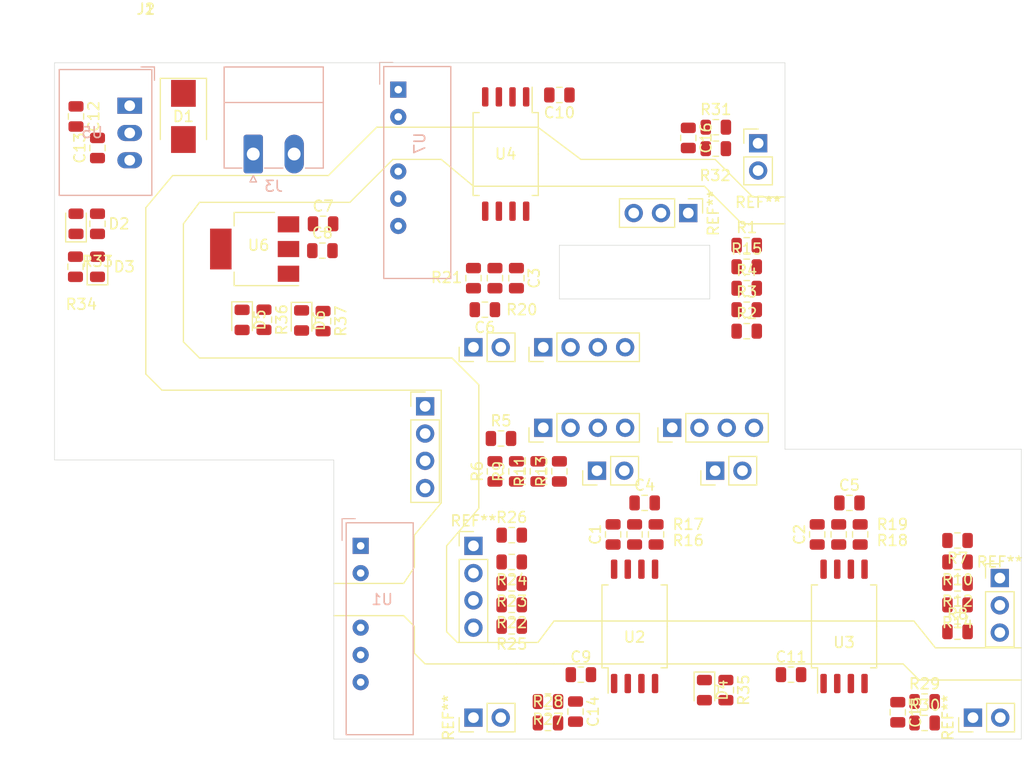
<source format=kicad_pcb>
(kicad_pcb (version 20171130) (host pcbnew 5.1.6-c6e7f7d~86~ubuntu20.04.1)

  (general
    (thickness 1.6)
    (drawings 62)
    (tracks 0)
    (zones 0)
    (modules 69)
    (nets 47)
  )

  (page A4)
  (layers
    (0 F.Cu signal)
    (31 B.Cu signal)
    (32 B.Adhes user)
    (33 F.Adhes user)
    (34 B.Paste user)
    (35 F.Paste user)
    (36 B.SilkS user)
    (37 F.SilkS user)
    (38 B.Mask user)
    (39 F.Mask user)
    (40 Dwgs.User user)
    (41 Cmts.User user)
    (42 Eco1.User user)
    (43 Eco2.User user)
    (44 Edge.Cuts user)
    (45 Margin user)
    (46 B.CrtYd user)
    (47 F.CrtYd user)
    (48 B.Fab user)
    (49 F.Fab user hide)
  )

  (setup
    (last_trace_width 0.25)
    (trace_clearance 0.2)
    (zone_clearance 0.508)
    (zone_45_only no)
    (trace_min 0.2)
    (via_size 0.8)
    (via_drill 0.4)
    (via_min_size 0.4)
    (via_min_drill 0.3)
    (uvia_size 0.3)
    (uvia_drill 0.1)
    (uvias_allowed no)
    (uvia_min_size 0.2)
    (uvia_min_drill 0.1)
    (edge_width 0.05)
    (segment_width 0.2)
    (pcb_text_width 0.3)
    (pcb_text_size 1.5 1.5)
    (mod_edge_width 0.12)
    (mod_text_size 1 1)
    (mod_text_width 0.15)
    (pad_size 1.524 1.524)
    (pad_drill 0.762)
    (pad_to_mask_clearance 0.05)
    (aux_axis_origin 0 0)
    (visible_elements FFFFFF7F)
    (pcbplotparams
      (layerselection 0x010fc_ffffffff)
      (usegerberextensions false)
      (usegerberattributes true)
      (usegerberadvancedattributes true)
      (creategerberjobfile true)
      (excludeedgelayer true)
      (linewidth 0.100000)
      (plotframeref false)
      (viasonmask false)
      (mode 1)
      (useauxorigin false)
      (hpglpennumber 1)
      (hpglpenspeed 20)
      (hpglpendiameter 15.000000)
      (psnegative false)
      (psa4output false)
      (plotreference true)
      (plotvalue true)
      (plotinvisibletext false)
      (padsonsilk false)
      (subtractmaskfromsilk false)
      (outputformat 1)
      (mirror false)
      (drillshape 1)
      (scaleselection 1)
      (outputdirectory ""))
  )

  (net 0 "")
  (net 1 GNDD)
  (net 2 +5VD)
  (net 3 /VILow2-)
  (net 4 /VILow2+)
  (net 5 /VILow1-)
  (net 6 /VILow1+)
  (net 7 /VIHigh+)
  (net 8 GNDREF)
  (net 9 /IIHigh)
  (net 10 /IILow2)
  (net 11 /IILow1)
  (net 12 /IIHigh_ADC)
  (net 13 /IILow1_ADC)
  (net 14 /IILow2_ADC)
  (net 15 +5P)
  (net 16 "Net-(U1-Pad5)")
  (net 17 /N)
  (net 18 +15V)
  (net 19 +3V3)
  (net 20 +5V)
  (net 21 "Net-(R16-Pad2)")
  (net 22 "Net-(R17-Pad2)")
  (net 23 "Net-(R18-Pad2)")
  (net 24 "Net-(R19-Pad2)")
  (net 25 "Net-(R20-Pad2)")
  (net 26 "Net-(R21-Pad2)")
  (net 27 /VTh_ADC)
  (net 28 /VTh)
  (net 29 "Net-(U7-Pad5)")
  (net 30 "Net-(C14-Pad2)")
  (net 31 "Net-(C14-Pad1)")
  (net 32 "Net-(C15-Pad2)")
  (net 33 "Net-(C15-Pad1)")
  (net 34 "Net-(C16-Pad1)")
  (net 35 /VIHigh-)
  (net 36 "Net-(D2-Pad2)")
  (net 37 "Net-(D3-Pad2)")
  (net 38 "Net-(D4-Pad2)")
  (net 39 "Net-(D5-Pad2)")
  (net 40 "Net-(D6-Pad2)")
  (net 41 /VILow1-_ADC)
  (net 42 /VILow1+_ADC)
  (net 43 /VILow2_ADC)
  (net 44 /VILow2+_ADC)
  (net 45 /VIHigh-_ADC)
  (net 46 /VIHigh+_ADC)

  (net_class Default "This is the default net class."
    (clearance 0.2)
    (trace_width 0.25)
    (via_dia 0.8)
    (via_drill 0.4)
    (uvia_dia 0.3)
    (uvia_drill 0.1)
    (add_net +15V)
    (add_net +3V3)
    (add_net +5P)
    (add_net +5V)
    (add_net +5VD)
    (add_net /IIHigh)
    (add_net /IIHigh_ADC)
    (add_net /IILow1)
    (add_net /IILow1_ADC)
    (add_net /IILow2)
    (add_net /IILow2_ADC)
    (add_net /N)
    (add_net /VIHigh+)
    (add_net /VIHigh+_ADC)
    (add_net /VIHigh-)
    (add_net /VIHigh-_ADC)
    (add_net /VILow1+)
    (add_net /VILow1+_ADC)
    (add_net /VILow1-)
    (add_net /VILow1-_ADC)
    (add_net /VILow2+)
    (add_net /VILow2+_ADC)
    (add_net /VILow2-)
    (add_net /VILow2_ADC)
    (add_net /VTh)
    (add_net /VTh_ADC)
    (add_net GNDD)
    (add_net GNDREF)
    (add_net "Net-(C14-Pad1)")
    (add_net "Net-(C14-Pad2)")
    (add_net "Net-(C15-Pad1)")
    (add_net "Net-(C15-Pad2)")
    (add_net "Net-(C16-Pad1)")
    (add_net "Net-(D2-Pad2)")
    (add_net "Net-(D3-Pad2)")
    (add_net "Net-(D4-Pad2)")
    (add_net "Net-(D5-Pad2)")
    (add_net "Net-(D6-Pad2)")
    (add_net "Net-(R16-Pad2)")
    (add_net "Net-(R17-Pad2)")
    (add_net "Net-(R18-Pad2)")
    (add_net "Net-(R19-Pad2)")
    (add_net "Net-(R20-Pad2)")
    (add_net "Net-(R21-Pad2)")
    (add_net "Net-(U1-Pad5)")
    (add_net "Net-(U7-Pad5)")
  )

  (module Footprints:Measurment_stage_outline_inputs (layer F.Cu) (tedit 5F477644) (tstamp 5F49458F)
    (at 31.5 41.5)
    (path /606625D3)
    (fp_text reference J2 (at 8.5 -5 180) (layer F.SilkS)
      (effects (font (size 1 1) (thickness 0.15)))
    )
    (fp_text value Measurment_stage_outline_signal_inputs (at 8.5 -4 180) (layer F.Fab)
      (effects (font (size 1 1) (thickness 0.15)))
    )
    (fp_text user %R (at 88 50.54 90) (layer F.Fab)
      (effects (font (size 1 1) (thickness 0.15)))
    )
    (fp_text user REF** (at 83.17 61 90) (layer F.SilkS)
      (effects (font (size 1 1) (thickness 0.15)))
    )
    (fp_text user REF** (at 88 46.5) (layer F.SilkS)
      (effects (font (size 1 1) (thickness 0.15)))
    )
    (fp_text user %R (at 40.27 61 180) (layer F.Fab)
      (effects (font (size 1 1) (thickness 0.15)))
    )
    (fp_text user REF** (at 36.67 61 90) (layer F.SilkS)
      (effects (font (size 1 1) (thickness 0.15)))
    )
    (fp_text user %R (at 86.77 61 180) (layer F.Fab)
      (effects (font (size 1 1) (thickness 0.15)))
    )
    (fp_text user %R (at 39 48.81 90) (layer F.Fab)
      (effects (font (size 1 1) (thickness 0.15)))
    )
    (fp_text user REF** (at 39 42.67) (layer F.SilkS)
      (effects (font (size 1 1) (thickness 0.15)))
    )
    (fp_text user %R (at 65.5 8.77 90) (layer F.Fab)
      (effects (font (size 1 1) (thickness 0.15)))
    )
    (fp_text user REF** (at 65.5 13 180) (layer F.SilkS)
      (effects (font (size 1 1) (thickness 0.15)))
    )
    (fp_text user REF** (at 61.33 14 270) (layer F.SilkS)
      (effects (font (size 1 1) (thickness 0.15)))
    )
    (fp_text user %R (at 56.46 14) (layer F.Fab)
      (effects (font (size 1 1) (thickness 0.15)))
    )
    (fp_line (start 40.27 62.33) (end 40.27 59.67) (layer F.SilkS) (width 0.12))
    (fp_line (start 43.35 59.2) (end 37.2 59.2) (layer F.CrtYd) (width 0.05))
    (fp_line (start 39 62.33) (end 37.67 62.33) (layer F.SilkS) (width 0.12))
    (fp_line (start 37.2 59.2) (end 37.2 62.8) (layer F.CrtYd) (width 0.05))
    (fp_line (start 37.73 59.73) (end 42.81 59.73) (layer F.Fab) (width 0.1))
    (fp_line (start 40.27 62.33) (end 42.87 62.33) (layer F.SilkS) (width 0.12))
    (fp_line (start 89.85 62.8) (end 89.85 59.2) (layer F.CrtYd) (width 0.05))
    (fp_line (start 84.865 62.27) (end 84.23 61.635) (layer F.Fab) (width 0.1))
    (fp_line (start 84.17 62.33) (end 84.17 61) (layer F.SilkS) (width 0.12))
    (fp_line (start 89.37 62.33) (end 89.37 59.67) (layer F.SilkS) (width 0.12))
    (fp_line (start 83.7 59.2) (end 83.7 62.8) (layer F.CrtYd) (width 0.05))
    (fp_line (start 84.23 61.635) (end 84.23 59.73) (layer F.Fab) (width 0.1))
    (fp_line (start 86.77 62.33) (end 86.77 59.67) (layer F.SilkS) (width 0.12))
    (fp_line (start 89.85 59.2) (end 83.7 59.2) (layer F.CrtYd) (width 0.05))
    (fp_line (start 85.5 62.33) (end 84.17 62.33) (layer F.SilkS) (width 0.12))
    (fp_line (start 89.31 62.27) (end 84.865 62.27) (layer F.Fab) (width 0.1))
    (fp_line (start 40.27 59.67) (end 42.87 59.67) (layer F.SilkS) (width 0.12))
    (fp_line (start 42.81 62.27) (end 38.365 62.27) (layer F.Fab) (width 0.1))
    (fp_line (start 86.77 62.33) (end 89.37 62.33) (layer F.SilkS) (width 0.12))
    (fp_line (start 86.77 59.67) (end 89.37 59.67) (layer F.SilkS) (width 0.12))
    (fp_line (start 83.7 62.8) (end 89.85 62.8) (layer F.CrtYd) (width 0.05))
    (fp_line (start 89.31 59.73) (end 89.31 62.27) (layer F.Fab) (width 0.1))
    (fp_line (start 84.23 59.73) (end 89.31 59.73) (layer F.Fab) (width 0.1))
    (fp_line (start 37.2 62.8) (end 43.35 62.8) (layer F.CrtYd) (width 0.05))
    (fp_line (start 87.365 46.73) (end 89.27 46.73) (layer F.Fab) (width 0.1))
    (fp_line (start 89.8 54.85) (end 89.8 46.2) (layer F.CrtYd) (width 0.05))
    (fp_line (start 86.2 54.85) (end 89.8 54.85) (layer F.CrtYd) (width 0.05))
    (fp_line (start 89.27 46.73) (end 89.27 54.35) (layer F.Fab) (width 0.1))
    (fp_line (start 86.73 54.35) (end 86.73 47.365) (layer F.Fab) (width 0.1))
    (fp_line (start 42.81 59.73) (end 42.81 62.27) (layer F.Fab) (width 0.1))
    (fp_line (start 43.35 62.8) (end 43.35 59.2) (layer F.CrtYd) (width 0.05))
    (fp_line (start 38.365 62.27) (end 37.73 61.635) (layer F.Fab) (width 0.1))
    (fp_line (start 37.67 62.33) (end 37.67 61) (layer F.SilkS) (width 0.12))
    (fp_line (start 42.87 62.33) (end 42.87 59.67) (layer F.SilkS) (width 0.12))
    (fp_line (start 37.73 61.635) (end 37.73 59.73) (layer F.Fab) (width 0.1))
    (fp_line (start 86.67 49.27) (end 89.33 49.27) (layer F.SilkS) (width 0.12))
    (fp_line (start 86.73 47.365) (end 87.365 46.73) (layer F.Fab) (width 0.1))
    (fp_line (start 86.67 46.67) (end 88 46.67) (layer F.SilkS) (width 0.12))
    (fp_line (start 86.2 46.2) (end 86.2 54.85) (layer F.CrtYd) (width 0.05))
    (fp_line (start 89.33 49.27) (end 89.33 54.41) (layer F.SilkS) (width 0.12))
    (fp_line (start 86.67 48) (end 86.67 46.67) (layer F.SilkS) (width 0.12))
    (fp_line (start 89.8 46.2) (end 86.2 46.2) (layer F.CrtYd) (width 0.05))
    (fp_line (start 86.67 49.27) (end 86.67 54.41) (layer F.SilkS) (width 0.12))
    (fp_line (start 89.27 54.35) (end 86.73 54.35) (layer F.Fab) (width 0.1))
    (fp_line (start 86.67 54.41) (end 89.33 54.41) (layer F.SilkS) (width 0.12))
    (fp_line (start 40.8 43.2) (end 37.2 43.2) (layer F.CrtYd) (width 0.05))
    (fp_line (start 40.27 43.73) (end 40.27 53.89) (layer F.Fab) (width 0.1))
    (fp_line (start 40.27 53.89) (end 37.73 53.89) (layer F.Fab) (width 0.1))
    (fp_line (start 37.73 53.89) (end 37.73 44.365) (layer F.Fab) (width 0.1))
    (fp_line (start 37.73 44.365) (end 38.365 43.73) (layer F.Fab) (width 0.1))
    (fp_line (start 37.67 46.27) (end 37.67 53.95) (layer F.SilkS) (width 0.12))
    (fp_line (start 40.33 46.27) (end 40.33 53.95) (layer F.SilkS) (width 0.12))
    (fp_line (start 37.67 46.27) (end 40.33 46.27) (layer F.SilkS) (width 0.12))
    (fp_line (start 37.67 45) (end 37.67 43.67) (layer F.SilkS) (width 0.12))
    (fp_line (start 37.67 43.67) (end 39 43.67) (layer F.SilkS) (width 0.12))
    (fp_line (start 38.365 43.73) (end 40.27 43.73) (layer F.Fab) (width 0.1))
    (fp_line (start 64.17 8.77) (end 66.83 8.77) (layer F.SilkS) (width 0.12))
    (fp_line (start 64.865 6.23) (end 66.77 6.23) (layer F.Fab) (width 0.1))
    (fp_line (start 66.77 11.31) (end 64.23 11.31) (layer F.Fab) (width 0.1))
    (fp_line (start 63.7 5.7) (end 63.7 11.85) (layer F.CrtYd) (width 0.05))
    (fp_line (start 64.17 7.5) (end 64.17 6.17) (layer F.SilkS) (width 0.12))
    (fp_line (start 67.3 11.85) (end 67.3 5.7) (layer F.CrtYd) (width 0.05))
    (fp_line (start 66.77 6.23) (end 66.77 11.31) (layer F.Fab) (width 0.1))
    (fp_line (start 67.3 5.7) (end 63.7 5.7) (layer F.CrtYd) (width 0.05))
    (fp_line (start 64.23 6.865) (end 64.865 6.23) (layer F.Fab) (width 0.1))
    (fp_line (start 63.7 11.85) (end 67.3 11.85) (layer F.CrtYd) (width 0.05))
    (fp_line (start 64.17 11.37) (end 66.83 11.37) (layer F.SilkS) (width 0.12))
    (fp_line (start 64.17 6.17) (end 65.5 6.17) (layer F.SilkS) (width 0.12))
    (fp_line (start 64.23 11.31) (end 64.23 6.865) (layer F.Fab) (width 0.1))
    (fp_line (start 66.83 8.77) (end 66.83 11.37) (layer F.SilkS) (width 0.12))
    (fp_line (start 64.17 8.77) (end 64.17 11.37) (layer F.SilkS) (width 0.12))
    (fp_line (start 59.635 12.73) (end 60.27 13.365) (layer F.Fab) (width 0.1))
    (fp_line (start 60.33 12.67) (end 60.33 14) (layer F.SilkS) (width 0.12))
    (fp_line (start 60.8 12.2) (end 52.15 12.2) (layer F.CrtYd) (width 0.05))
    (fp_line (start 52.65 15.27) (end 52.65 12.73) (layer F.Fab) (width 0.1))
    (fp_line (start 60.8 15.8) (end 60.8 12.2) (layer F.CrtYd) (width 0.05))
    (fp_line (start 57.73 12.67) (end 52.59 12.67) (layer F.SilkS) (width 0.12))
    (fp_line (start 52.15 15.8) (end 60.8 15.8) (layer F.CrtYd) (width 0.05))
    (fp_line (start 52.15 12.2) (end 52.15 15.8) (layer F.CrtYd) (width 0.05))
    (fp_line (start 60.27 13.365) (end 60.27 15.27) (layer F.Fab) (width 0.1))
    (fp_line (start 57.73 15.33) (end 52.59 15.33) (layer F.SilkS) (width 0.12))
    (fp_line (start 52.65 12.73) (end 59.635 12.73) (layer F.Fab) (width 0.1))
    (fp_line (start 60.27 15.27) (end 52.65 15.27) (layer F.Fab) (width 0.1))
    (fp_line (start 57.73 12.67) (end 57.73 15.33) (layer F.SilkS) (width 0.12))
    (fp_line (start 59 12.67) (end 60.33 12.67) (layer F.SilkS) (width 0.12))
    (fp_line (start 52.59 12.67) (end 52.59 15.33) (layer F.SilkS) (width 0.12))
    (fp_line (start 0 0) (end 68 0) (layer Eco2.User) (width 0.12))
    (fp_line (start 90 36) (end 90 63) (layer Eco2.User) (width 0.12))
    (fp_line (start 0 42) (end 0 0) (layer Eco2.User) (width 0.12))
    (fp_line (start 68 0) (end 68 36) (layer Eco2.User) (width 0.12))
    (fp_line (start 68 36) (end 90 36) (layer Eco2.User) (width 0.12))
    (fp_line (start 0 42) (end 26 42) (layer Eco2.User) (width 0.12))
    (fp_line (start 26 42) (end 26 63) (layer Eco2.User) (width 0.12))
    (fp_line (start 26 63) (end 90 63) (layer Eco2.User) (width 0.12))
    (pad 6 thru_hole oval (at 88 53.08) (size 1.7 1.7) (drill 1) (layers *.Cu *.Mask))
    (pad 5 thru_hole oval (at 88 50.54) (size 1.7 1.7) (drill 1) (layers *.Cu *.Mask)
      (net 10 /IILow2))
    (pad 4 thru_hole rect (at 88 48) (size 1.7 1.7) (drill 1) (layers *.Cu *.Mask)
      (net 2 +5VD))
    (pad 12 thru_hole rect (at 39 61 90) (size 1.7 1.7) (drill 1) (layers *.Cu *.Mask)
      (net 6 /VILow1+))
    (pad 14 thru_hole rect (at 85.5 61 90) (size 1.7 1.7) (drill 1) (layers *.Cu *.Mask)
      (net 4 /VILow2+))
    (pad 13 thru_hole oval (at 41.54 61 90) (size 1.7 1.7) (drill 1) (layers *.Cu *.Mask)
      (net 5 /VILow1-))
    (pad 15 thru_hole oval (at 88.04 61 90) (size 1.7 1.7) (drill 1) (layers *.Cu *.Mask)
      (net 3 /VILow2-))
    (pad 4 thru_hole rect (at 39 45) (size 1.7 1.7) (drill 1) (layers *.Cu *.Mask)
      (net 2 +5VD))
    (pad 2 thru_hole oval (at 39 47.54) (size 1.7 1.7) (drill 1) (layers *.Cu *.Mask)
      (net 11 /IILow1))
    (pad 3 thru_hole oval (at 39 50.08) (size 1.7 1.7) (drill 1) (layers *.Cu *.Mask)
      (net 1 GNDD))
    (pad 17 thru_hole oval (at 39 52.62) (size 1.7 1.7) (drill 1) (layers *.Cu *.Mask)
      (net 28 /VTh))
    (pad 10 thru_hole rect (at 65.5 7.5) (size 1.7 1.7) (drill 1) (layers *.Cu *.Mask)
      (net 7 /VIHigh+))
    (pad 11 thru_hole oval (at 65.5 10.04) (size 1.7 1.7) (drill 1) (layers *.Cu *.Mask)
      (net 35 /VIHigh-))
    (pad 3 thru_hole oval (at 53.92 14 270) (size 1.7 1.7) (drill 1) (layers *.Cu *.Mask)
      (net 1 GNDD))
    (pad 4 thru_hole rect (at 59 14 270) (size 1.7 1.7) (drill 1) (layers *.Cu *.Mask)
      (net 2 +5VD))
    (pad 8 thru_hole oval (at 56.46 14 270) (size 1.7 1.7) (drill 1) (layers *.Cu *.Mask)
      (net 9 /IIHigh))
    (model ${KISYS3DMOD}/Connector_PinSocket_2.54mm.3dshapes/PinSocket_1x02_P2.54mm_Vertical.wrl
      (offset (xyz 65.5 -7.5 -1.6))
      (scale (xyz 1 1 1))
      (rotate (xyz 0 180 0))
    )
    (model ${KISYS3DMOD}/Connector_PinSocket_2.54mm.3dshapes/PinSocket_1x02_P2.54mm_Vertical.wrl
      (offset (xyz 41.5 -61 -1.6))
      (scale (xyz 1 1 1))
      (rotate (xyz 0 180 90))
    )
    (model ${KISYS3DMOD}/Connector_PinSocket_2.54mm.3dshapes/PinSocket_1x02_P2.54mm_Vertical.wrl
      (offset (xyz 85.5 -61 -1.6))
      (scale (xyz 1 1 1))
      (rotate (xyz 0 180 -90))
    )
    (model ${KISYS3DMOD}/Connector_PinSocket_2.54mm.3dshapes/PinSocket_1x03_P2.54mm_Vertical.step
      (offset (xyz 59 -14 -1.6))
      (scale (xyz 1 1 1))
      (rotate (xyz 0 180 90))
    )
    (model ${KISYS3DMOD}/Connector_PinSocket_2.54mm.3dshapes/PinSocket_1x03_P2.54mm_Vertical.step
      (offset (xyz 88 -48 -1.6))
      (scale (xyz 1 1 1))
      (rotate (xyz 0 180 0))
    )
    (model ${KISYS3DMOD}/Connector_PinSocket_2.54mm.3dshapes/PinSocket_1x04_P2.54mm_Vertical.step
      (offset (xyz 39 -45 -1.6))
      (scale (xyz 1 1 1))
      (rotate (xyz 0 180 0))
    )
  )

  (module Footprints:Measurment_stage_outline_outputs (layer F.Cu) (tedit 5F477904) (tstamp 5F494511)
    (at 31.5 41.5)
    (path /60677086)
    (fp_text reference J1 (at 8.5 -5 180) (layer F.SilkS)
      (effects (font (size 1 1) (thickness 0.15)))
    )
    (fp_text value Measurment_stage_outline_outputs (at 8.5 -4 180) (layer F.Fab)
      (effects (font (size 1 1) (thickness 0.15)))
    )
    (fp_text user %R (at 61.31 34 180) (layer F.Fab)
      (effects (font (size 1 1) (thickness 0.15)))
    )
    (fp_text user %R (at 49.31 26.5 180) (layer F.Fab)
      (effects (font (size 1 1) (thickness 0.15)))
    )
    (fp_text user %R (at 49.31 34 180) (layer F.Fab)
      (effects (font (size 1 1) (thickness 0.15)))
    )
    (fp_text user %R (at 40.27 26.5 180) (layer F.Fab)
      (effects (font (size 1 1) (thickness 0.15)))
    )
    (fp_text user %R (at 62.77 38 180) (layer F.Fab)
      (effects (font (size 1 1) (thickness 0.15)))
    )
    (fp_text user %R (at 51.77 38 180) (layer F.Fab)
      (effects (font (size 1 1) (thickness 0.15)))
    )
    (fp_text user %R (at 34.5 35.81 90) (layer F.Fab)
      (effects (font (size 1 1) (thickness 0.15)))
    )
    (fp_line (start 33.865 30.73) (end 35.77 30.73) (layer F.Fab) (width 0.1))
    (fp_line (start 35.77 30.73) (end 35.77 40.89) (layer F.Fab) (width 0.1))
    (fp_line (start 33.17 33.27) (end 33.17 40.95) (layer F.SilkS) (width 0.12))
    (fp_line (start 33.23 40.89) (end 33.23 31.365) (layer F.Fab) (width 0.1))
    (fp_line (start 33.17 33.27) (end 35.83 33.27) (layer F.SilkS) (width 0.12))
    (fp_line (start 36.3 41.4) (end 36.3 30.2) (layer F.CrtYd) (width 0.05))
    (fp_line (start 33.17 30.67) (end 34.5 30.67) (layer F.SilkS) (width 0.12))
    (fp_line (start 32.7 41.4) (end 36.3 41.4) (layer F.CrtYd) (width 0.05))
    (fp_line (start 36.3 30.2) (end 32.7 30.2) (layer F.CrtYd) (width 0.05))
    (fp_line (start 33.17 32) (end 33.17 30.67) (layer F.SilkS) (width 0.12))
    (fp_line (start 33.17 40.95) (end 35.83 40.95) (layer F.SilkS) (width 0.12))
    (fp_line (start 33.23 31.365) (end 33.865 30.73) (layer F.Fab) (width 0.1))
    (fp_line (start 32.7 30.2) (end 32.7 41.4) (layer F.CrtYd) (width 0.05))
    (fp_line (start 35.77 40.89) (end 33.23 40.89) (layer F.Fab) (width 0.1))
    (fp_line (start 35.83 33.27) (end 35.83 40.95) (layer F.SilkS) (width 0.12))
    (fp_line (start 0 0) (end 68 0) (layer Eco2.User) (width 0.12))
    (fp_line (start 90 36) (end 90 63) (layer Eco2.User) (width 0.12))
    (fp_line (start 0 42) (end 0 0) (layer Eco2.User) (width 0.12))
    (fp_line (start 68 0) (end 68 36) (layer Eco2.User) (width 0.12))
    (fp_line (start 68 36) (end 90 36) (layer Eco2.User) (width 0.12))
    (fp_line (start 0 42) (end 26 42) (layer Eco2.User) (width 0.12))
    (fp_line (start 26 42) (end 26 63) (layer Eco2.User) (width 0.12))
    (fp_line (start 26 63) (end 90 63) (layer Eco2.User) (width 0.12))
    (fp_line (start 54.85 39.8) (end 54.85 36.2) (layer F.CrtYd) (width 0.05))
    (fp_line (start 49.865 39.27) (end 49.23 38.635) (layer F.Fab) (width 0.1))
    (fp_line (start 54.85 36.2) (end 48.7 36.2) (layer F.CrtYd) (width 0.05))
    (fp_line (start 49.23 36.73) (end 54.31 36.73) (layer F.Fab) (width 0.1))
    (fp_line (start 54.31 39.27) (end 49.865 39.27) (layer F.Fab) (width 0.1))
    (fp_line (start 48.7 36.2) (end 48.7 39.8) (layer F.CrtYd) (width 0.05))
    (fp_line (start 51.77 39.33) (end 51.77 36.67) (layer F.SilkS) (width 0.12))
    (fp_line (start 54.31 36.73) (end 54.31 39.27) (layer F.Fab) (width 0.1))
    (fp_line (start 54.37 39.33) (end 54.37 36.67) (layer F.SilkS) (width 0.12))
    (fp_line (start 50.5 39.33) (end 49.17 39.33) (layer F.SilkS) (width 0.12))
    (fp_line (start 51.77 39.33) (end 54.37 39.33) (layer F.SilkS) (width 0.12))
    (fp_line (start 49.17 39.33) (end 49.17 38) (layer F.SilkS) (width 0.12))
    (fp_line (start 51.77 36.67) (end 54.37 36.67) (layer F.SilkS) (width 0.12))
    (fp_line (start 48.7 39.8) (end 54.85 39.8) (layer F.CrtYd) (width 0.05))
    (fp_line (start 49.23 38.635) (end 49.23 36.73) (layer F.Fab) (width 0.1))
    (fp_line (start 62.77 39.33) (end 65.37 39.33) (layer F.SilkS) (width 0.12))
    (fp_line (start 60.17 39.33) (end 60.17 38) (layer F.SilkS) (width 0.12))
    (fp_line (start 62.77 39.33) (end 62.77 36.67) (layer F.SilkS) (width 0.12))
    (fp_line (start 62.77 36.67) (end 65.37 36.67) (layer F.SilkS) (width 0.12))
    (fp_line (start 61.5 39.33) (end 60.17 39.33) (layer F.SilkS) (width 0.12))
    (fp_line (start 60.23 38.635) (end 60.23 36.73) (layer F.Fab) (width 0.1))
    (fp_line (start 59.7 36.2) (end 59.7 39.8) (layer F.CrtYd) (width 0.05))
    (fp_line (start 65.31 36.73) (end 65.31 39.27) (layer F.Fab) (width 0.1))
    (fp_line (start 65.85 39.8) (end 65.85 36.2) (layer F.CrtYd) (width 0.05))
    (fp_line (start 60.865 39.27) (end 60.23 38.635) (layer F.Fab) (width 0.1))
    (fp_line (start 65.85 36.2) (end 59.7 36.2) (layer F.CrtYd) (width 0.05))
    (fp_line (start 59.7 39.8) (end 65.85 39.8) (layer F.CrtYd) (width 0.05))
    (fp_line (start 60.23 36.73) (end 65.31 36.73) (layer F.Fab) (width 0.1))
    (fp_line (start 65.31 39.27) (end 60.865 39.27) (layer F.Fab) (width 0.1))
    (fp_line (start 65.37 39.33) (end 65.37 36.67) (layer F.SilkS) (width 0.12))
    (fp_line (start 43.35 28.3) (end 43.35 24.7) (layer F.CrtYd) (width 0.05))
    (fp_line (start 42.81 25.23) (end 42.81 27.77) (layer F.Fab) (width 0.1))
    (fp_line (start 37.73 27.135) (end 37.73 25.23) (layer F.Fab) (width 0.1))
    (fp_line (start 37.2 24.7) (end 37.2 28.3) (layer F.CrtYd) (width 0.05))
    (fp_line (start 39 27.83) (end 37.67 27.83) (layer F.SilkS) (width 0.12))
    (fp_line (start 43.35 24.7) (end 37.2 24.7) (layer F.CrtYd) (width 0.05))
    (fp_line (start 37.2 28.3) (end 43.35 28.3) (layer F.CrtYd) (width 0.05))
    (fp_line (start 37.73 25.23) (end 42.81 25.23) (layer F.Fab) (width 0.1))
    (fp_line (start 42.87 27.83) (end 42.87 25.17) (layer F.SilkS) (width 0.12))
    (fp_line (start 40.27 27.83) (end 40.27 25.17) (layer F.SilkS) (width 0.12))
    (fp_line (start 40.27 25.17) (end 42.87 25.17) (layer F.SilkS) (width 0.12))
    (fp_line (start 38.365 27.77) (end 37.73 27.135) (layer F.Fab) (width 0.1))
    (fp_line (start 37.67 27.83) (end 37.67 26.5) (layer F.SilkS) (width 0.12))
    (fp_line (start 42.81 27.77) (end 38.365 27.77) (layer F.Fab) (width 0.1))
    (fp_line (start 40.27 27.83) (end 42.87 27.83) (layer F.SilkS) (width 0.12))
    (fp_line (start 45.5 35.33) (end 44.17 35.33) (layer F.SilkS) (width 0.12))
    (fp_line (start 54.45 35.33) (end 54.45 32.67) (layer F.SilkS) (width 0.12))
    (fp_line (start 54.39 35.27) (end 44.865 35.27) (layer F.Fab) (width 0.1))
    (fp_line (start 46.77 35.33) (end 54.45 35.33) (layer F.SilkS) (width 0.12))
    (fp_line (start 54.39 32.73) (end 54.39 35.27) (layer F.Fab) (width 0.1))
    (fp_line (start 44.23 32.73) (end 54.39 32.73) (layer F.Fab) (width 0.1))
    (fp_line (start 44.17 35.33) (end 44.17 34) (layer F.SilkS) (width 0.12))
    (fp_line (start 44.23 34.635) (end 44.23 32.73) (layer F.Fab) (width 0.1))
    (fp_line (start 43.7 35.8) (end 54.9 35.8) (layer F.CrtYd) (width 0.05))
    (fp_line (start 44.865 35.27) (end 44.23 34.635) (layer F.Fab) (width 0.1))
    (fp_line (start 43.7 32.2) (end 43.7 35.8) (layer F.CrtYd) (width 0.05))
    (fp_line (start 46.77 32.67) (end 54.45 32.67) (layer F.SilkS) (width 0.12))
    (fp_line (start 54.9 35.8) (end 54.9 32.2) (layer F.CrtYd) (width 0.05))
    (fp_line (start 54.9 32.2) (end 43.7 32.2) (layer F.CrtYd) (width 0.05))
    (fp_line (start 46.77 35.33) (end 46.77 32.67) (layer F.SilkS) (width 0.12))
    (fp_line (start 45.5 27.83) (end 44.17 27.83) (layer F.SilkS) (width 0.12))
    (fp_line (start 44.23 25.23) (end 54.39 25.23) (layer F.Fab) (width 0.1))
    (fp_line (start 46.77 25.17) (end 54.45 25.17) (layer F.SilkS) (width 0.12))
    (fp_line (start 43.7 28.3) (end 54.9 28.3) (layer F.CrtYd) (width 0.05))
    (fp_line (start 54.39 25.23) (end 54.39 27.77) (layer F.Fab) (width 0.1))
    (fp_line (start 46.77 27.83) (end 54.45 27.83) (layer F.SilkS) (width 0.12))
    (fp_line (start 54.9 24.7) (end 43.7 24.7) (layer F.CrtYd) (width 0.05))
    (fp_line (start 54.9 28.3) (end 54.9 24.7) (layer F.CrtYd) (width 0.05))
    (fp_line (start 44.17 27.83) (end 44.17 26.5) (layer F.SilkS) (width 0.12))
    (fp_line (start 43.7 24.7) (end 43.7 28.3) (layer F.CrtYd) (width 0.05))
    (fp_line (start 44.865 27.77) (end 44.23 27.135) (layer F.Fab) (width 0.1))
    (fp_line (start 44.23 27.135) (end 44.23 25.23) (layer F.Fab) (width 0.1))
    (fp_line (start 46.77 27.83) (end 46.77 25.17) (layer F.SilkS) (width 0.12))
    (fp_line (start 54.39 27.77) (end 44.865 27.77) (layer F.Fab) (width 0.1))
    (fp_line (start 54.45 27.83) (end 54.45 25.17) (layer F.SilkS) (width 0.12))
    (fp_line (start 56.23 32.73) (end 66.39 32.73) (layer F.Fab) (width 0.1))
    (fp_line (start 57.5 35.33) (end 56.17 35.33) (layer F.SilkS) (width 0.12))
    (fp_line (start 58.77 35.33) (end 66.45 35.33) (layer F.SilkS) (width 0.12))
    (fp_line (start 56.17 35.33) (end 56.17 34) (layer F.SilkS) (width 0.12))
    (fp_line (start 66.9 32.2) (end 55.7 32.2) (layer F.CrtYd) (width 0.05))
    (fp_line (start 55.7 32.2) (end 55.7 35.8) (layer F.CrtYd) (width 0.05))
    (fp_line (start 56.865 35.27) (end 56.23 34.635) (layer F.Fab) (width 0.1))
    (fp_line (start 66.9 35.8) (end 66.9 32.2) (layer F.CrtYd) (width 0.05))
    (fp_line (start 66.39 35.27) (end 56.865 35.27) (layer F.Fab) (width 0.1))
    (fp_line (start 66.45 35.33) (end 66.45 32.67) (layer F.SilkS) (width 0.12))
    (fp_line (start 56.23 34.635) (end 56.23 32.73) (layer F.Fab) (width 0.1))
    (fp_line (start 58.77 35.33) (end 58.77 32.67) (layer F.SilkS) (width 0.12))
    (fp_line (start 55.7 35.8) (end 66.9 35.8) (layer F.CrtYd) (width 0.05))
    (fp_line (start 58.77 32.67) (end 66.45 32.67) (layer F.SilkS) (width 0.12))
    (fp_line (start 66.39 32.73) (end 66.39 35.27) (layer F.Fab) (width 0.1))
    (pad 14 thru_hole oval (at 60.04 34 90) (size 1.7 1.7) (drill 1) (layers *.Cu *.Mask)
      (net 1 GNDD))
    (pad 14 thru_hole rect (at 57.5 34 90) (size 1.7 1.7) (drill 1) (layers *.Cu *.Mask)
      (net 1 GNDD))
    (pad 15 thru_hole oval (at 65.12 34 90) (size 1.7 1.7) (drill 1) (layers *.Cu *.Mask)
      (net 2 +5VD))
    (pad 15 thru_hole oval (at 62.58 34 90) (size 1.7 1.7) (drill 1) (layers *.Cu *.Mask)
      (net 2 +5VD))
    (pad 14 thru_hole rect (at 45.5 26.5 90) (size 1.7 1.7) (drill 1) (layers *.Cu *.Mask)
      (net 1 GNDD))
    (pad 13 thru_hole oval (at 53.12 26.5 90) (size 1.7 1.7) (drill 1) (layers *.Cu *.Mask)
      (net 19 +3V3))
    (pad 14 thru_hole oval (at 48.04 26.5 90) (size 1.7 1.7) (drill 1) (layers *.Cu *.Mask)
      (net 1 GNDD))
    (pad 13 thru_hole oval (at 50.58 26.5 90) (size 1.7 1.7) (drill 1) (layers *.Cu *.Mask)
      (net 19 +3V3))
    (pad 12 thru_hole oval (at 53.12 34 90) (size 1.7 1.7) (drill 1) (layers *.Cu *.Mask)
      (net 27 /VTh_ADC))
    (pad 11 thru_hole oval (at 50.58 34 90) (size 1.7 1.7) (drill 1) (layers *.Cu *.Mask)
      (net 12 /IIHigh_ADC))
    (pad 9 thru_hole rect (at 45.5 34 90) (size 1.7 1.7) (drill 1) (layers *.Cu *.Mask)
      (net 13 /IILow1_ADC))
    (pad 10 thru_hole oval (at 48.04 34 90) (size 1.7 1.7) (drill 1) (layers *.Cu *.Mask)
      (net 14 /IILow2_ADC))
    (pad 8 thru_hole oval (at 41.54 26.5 90) (size 1.7 1.7) (drill 1) (layers *.Cu *.Mask)
      (net 45 /VIHigh-_ADC))
    (pad 7 thru_hole rect (at 39 26.5 90) (size 1.7 1.7) (drill 1) (layers *.Cu *.Mask)
      (net 46 /VIHigh+_ADC))
    (pad 5 thru_hole rect (at 61.5 38 90) (size 1.7 1.7) (drill 1) (layers *.Cu *.Mask)
      (net 44 /VILow2+_ADC))
    (pad 6 thru_hole oval (at 64.04 38 90) (size 1.7 1.7) (drill 1) (layers *.Cu *.Mask)
      (net 43 /VILow2_ADC))
    (pad 3 thru_hole rect (at 50.5 38 90) (size 1.7 1.7) (drill 1) (layers *.Cu *.Mask)
      (net 42 /VILow1+_ADC))
    (pad 4 thru_hole oval (at 53.04 38 90) (size 1.7 1.7) (drill 1) (layers *.Cu *.Mask)
      (net 41 /VILow1-_ADC))
    (pad 1 thru_hole rect (at 34.5 32) (size 1.7 1.7) (drill 1) (layers *.Cu *.Mask)
      (net 18 +15V))
    (pad 2 thru_hole oval (at 34.5 37.08) (size 1.7 1.7) (drill 1) (layers *.Cu *.Mask)
      (net 8 GNDREF))
    (pad 1 thru_hole oval (at 34.5 34.54) (size 1.7 1.7) (drill 1) (layers *.Cu *.Mask)
      (net 18 +15V))
    (pad 2 thru_hole oval (at 34.5 39.62) (size 1.7 1.7) (drill 1) (layers *.Cu *.Mask)
      (net 8 GNDREF))
    (model ${KISYS3DMOD}/Connector_PinHeader_2.54mm.3dshapes/PinHeader_1x02_P2.54mm_Vertical.step
      (offset (xyz 41.5 -26.5 0))
      (scale (xyz 1 1 1))
      (rotate (xyz 0 0 90))
    )
    (model ${KISYS3DMOD}/Connector_PinHeader_2.54mm.3dshapes/PinHeader_1x02_P2.54mm_Vertical.step
      (offset (xyz 53 -38 0))
      (scale (xyz 1 1 1))
      (rotate (xyz 0 0 90))
    )
    (model ${KISYS3DMOD}/Connector_PinHeader_2.54mm.3dshapes/PinHeader_1x02_P2.54mm_Vertical.step
      (offset (xyz 64 -38 0))
      (scale (xyz 1 1 1))
      (rotate (xyz 0 0 90))
    )
    (model ${KISYS3DMOD}/Connector_PinHeader_2.54mm.3dshapes/PinHeader_1x04_P2.54mm_Vertical.wrl
      (offset (xyz 53 -34 0))
      (scale (xyz 1 1 1))
      (rotate (xyz 0 0 90))
    )
    (model ${KISYS3DMOD}/Connector_PinHeader_2.54mm.3dshapes/PinHeader_1x04_P2.54mm_Vertical.wrl
      (offset (xyz 53 -26.5 0))
      (scale (xyz 1 1 1))
      (rotate (xyz 0 0 90))
    )
    (model ${KISYS3DMOD}/Connector_PinHeader_2.54mm.3dshapes/PinHeader_1x04_P2.54mm_Vertical.wrl
      (offset (xyz 57.5 -34 0))
      (scale (xyz 1 1 1))
      (rotate (xyz 0 0 -90))
    )
    (model ${KISYS3DMOD}/Connector_PinSocket_2.54mm.3dshapes/PinSocket_1x04_P2.54mm_Vertical.step
      (offset (xyz 34.5 -32 -1.6))
      (scale (xyz 1 1 1))
      (rotate (xyz 0 -180 0))
    )
  )

  (module Capacitor_SMD:C_0805_2012Metric (layer F.Cu) (tedit 5B36C52B) (tstamp 5F44D24C)
    (at 90.5 48.5 270)
    (descr "Capacitor SMD 0805 (2012 Metric), square (rectangular) end terminal, IPC_7351 nominal, (Body size source: https://docs.google.com/spreadsheets/d/1BsfQQcO9C6DZCsRaXUlFlo91Tg2WpOkGARC1WS5S8t0/edit?usp=sharing), generated with kicad-footprint-generator")
    (tags capacitor)
    (path /5F68EFC4)
    (attr smd)
    (fp_text reference C16 (at 0 -1.65 90) (layer F.SilkS)
      (effects (font (size 1 1) (thickness 0.15)))
    )
    (fp_text value C_Small (at 0 1.65 90) (layer F.Fab)
      (effects (font (size 1 1) (thickness 0.15)))
    )
    (fp_line (start 1.68 0.95) (end -1.68 0.95) (layer F.CrtYd) (width 0.05))
    (fp_line (start 1.68 -0.95) (end 1.68 0.95) (layer F.CrtYd) (width 0.05))
    (fp_line (start -1.68 -0.95) (end 1.68 -0.95) (layer F.CrtYd) (width 0.05))
    (fp_line (start -1.68 0.95) (end -1.68 -0.95) (layer F.CrtYd) (width 0.05))
    (fp_line (start -0.258578 0.71) (end 0.258578 0.71) (layer F.SilkS) (width 0.12))
    (fp_line (start -0.258578 -0.71) (end 0.258578 -0.71) (layer F.SilkS) (width 0.12))
    (fp_line (start 1 0.6) (end -1 0.6) (layer F.Fab) (width 0.1))
    (fp_line (start 1 -0.6) (end 1 0.6) (layer F.Fab) (width 0.1))
    (fp_line (start -1 -0.6) (end 1 -0.6) (layer F.Fab) (width 0.1))
    (fp_line (start -1 0.6) (end -1 -0.6) (layer F.Fab) (width 0.1))
    (fp_text user %R (at 0 0 90) (layer F.Fab)
      (effects (font (size 0.5 0.5) (thickness 0.08)))
    )
    (pad 2 smd roundrect (at 0.9375 0 270) (size 0.975 1.4) (layers F.Cu F.Paste F.Mask) (roundrect_rratio 0.25)
      (net 8 GNDREF))
    (pad 1 smd roundrect (at -0.9375 0 270) (size 0.975 1.4) (layers F.Cu F.Paste F.Mask) (roundrect_rratio 0.25)
      (net 34 "Net-(C16-Pad1)"))
    (model ${KISYS3DMOD}/Capacitor_SMD.3dshapes/C_0805_2012Metric.wrl
      (at (xyz 0 0 0))
      (scale (xyz 1 1 1))
      (rotate (xyz 0 0 0))
    )
  )

  (module Capacitor_SMD:C_0805_2012Metric (layer F.Cu) (tedit 5B36C52B) (tstamp 5F44D23B)
    (at 110 102 270)
    (descr "Capacitor SMD 0805 (2012 Metric), square (rectangular) end terminal, IPC_7351 nominal, (Body size source: https://docs.google.com/spreadsheets/d/1BsfQQcO9C6DZCsRaXUlFlo91Tg2WpOkGARC1WS5S8t0/edit?usp=sharing), generated with kicad-footprint-generator")
    (tags capacitor)
    (path /5F59EDF6)
    (attr smd)
    (fp_text reference C15 (at 0 -1.65 90) (layer F.SilkS)
      (effects (font (size 1 1) (thickness 0.15)))
    )
    (fp_text value C_Small (at 0 1.65 90) (layer F.Fab)
      (effects (font (size 1 1) (thickness 0.15)))
    )
    (fp_line (start 1.68 0.95) (end -1.68 0.95) (layer F.CrtYd) (width 0.05))
    (fp_line (start 1.68 -0.95) (end 1.68 0.95) (layer F.CrtYd) (width 0.05))
    (fp_line (start -1.68 -0.95) (end 1.68 -0.95) (layer F.CrtYd) (width 0.05))
    (fp_line (start -1.68 0.95) (end -1.68 -0.95) (layer F.CrtYd) (width 0.05))
    (fp_line (start -0.258578 0.71) (end 0.258578 0.71) (layer F.SilkS) (width 0.12))
    (fp_line (start -0.258578 -0.71) (end 0.258578 -0.71) (layer F.SilkS) (width 0.12))
    (fp_line (start 1 0.6) (end -1 0.6) (layer F.Fab) (width 0.1))
    (fp_line (start 1 -0.6) (end 1 0.6) (layer F.Fab) (width 0.1))
    (fp_line (start -1 -0.6) (end 1 -0.6) (layer F.Fab) (width 0.1))
    (fp_line (start -1 0.6) (end -1 -0.6) (layer F.Fab) (width 0.1))
    (fp_text user %R (at 0 0 90) (layer F.Fab)
      (effects (font (size 0.5 0.5) (thickness 0.08)))
    )
    (pad 2 smd roundrect (at 0.9375 0 270) (size 0.975 1.4) (layers F.Cu F.Paste F.Mask) (roundrect_rratio 0.25)
      (net 32 "Net-(C15-Pad2)"))
    (pad 1 smd roundrect (at -0.9375 0 270) (size 0.975 1.4) (layers F.Cu F.Paste F.Mask) (roundrect_rratio 0.25)
      (net 33 "Net-(C15-Pad1)"))
    (model ${KISYS3DMOD}/Capacitor_SMD.3dshapes/C_0805_2012Metric.wrl
      (at (xyz 0 0 0))
      (scale (xyz 1 1 1))
      (rotate (xyz 0 0 0))
    )
  )

  (module Capacitor_SMD:C_0805_2012Metric (layer F.Cu) (tedit 5B36C52B) (tstamp 5F44D22A)
    (at 80 101.9375 270)
    (descr "Capacitor SMD 0805 (2012 Metric), square (rectangular) end terminal, IPC_7351 nominal, (Body size source: https://docs.google.com/spreadsheets/d/1BsfQQcO9C6DZCsRaXUlFlo91Tg2WpOkGARC1WS5S8t0/edit?usp=sharing), generated with kicad-footprint-generator")
    (tags capacitor)
    (path /5F9420BF)
    (attr smd)
    (fp_text reference C14 (at 0 -1.65 90) (layer F.SilkS)
      (effects (font (size 1 1) (thickness 0.15)))
    )
    (fp_text value C_Small (at 0 1.65 90) (layer F.Fab)
      (effects (font (size 1 1) (thickness 0.15)))
    )
    (fp_line (start 1.68 0.95) (end -1.68 0.95) (layer F.CrtYd) (width 0.05))
    (fp_line (start 1.68 -0.95) (end 1.68 0.95) (layer F.CrtYd) (width 0.05))
    (fp_line (start -1.68 -0.95) (end 1.68 -0.95) (layer F.CrtYd) (width 0.05))
    (fp_line (start -1.68 0.95) (end -1.68 -0.95) (layer F.CrtYd) (width 0.05))
    (fp_line (start -0.258578 0.71) (end 0.258578 0.71) (layer F.SilkS) (width 0.12))
    (fp_line (start -0.258578 -0.71) (end 0.258578 -0.71) (layer F.SilkS) (width 0.12))
    (fp_line (start 1 0.6) (end -1 0.6) (layer F.Fab) (width 0.1))
    (fp_line (start 1 -0.6) (end 1 0.6) (layer F.Fab) (width 0.1))
    (fp_line (start -1 -0.6) (end 1 -0.6) (layer F.Fab) (width 0.1))
    (fp_line (start -1 0.6) (end -1 -0.6) (layer F.Fab) (width 0.1))
    (fp_text user %R (at 0 0 90) (layer F.Fab)
      (effects (font (size 0.5 0.5) (thickness 0.08)))
    )
    (pad 2 smd roundrect (at 0.9375 0 270) (size 0.975 1.4) (layers F.Cu F.Paste F.Mask) (roundrect_rratio 0.25)
      (net 30 "Net-(C14-Pad2)"))
    (pad 1 smd roundrect (at -0.9375 0 270) (size 0.975 1.4) (layers F.Cu F.Paste F.Mask) (roundrect_rratio 0.25)
      (net 31 "Net-(C14-Pad1)"))
    (model ${KISYS3DMOD}/Capacitor_SMD.3dshapes/C_0805_2012Metric.wrl
      (at (xyz 0 0 0))
      (scale (xyz 1 1 1))
      (rotate (xyz 0 0 0))
    )
  )

  (module Capacitor_SMD:C_0805_2012Metric (layer F.Cu) (tedit 5B36C52B) (tstamp 5F474EC6)
    (at 35.5 49.4375 90)
    (descr "Capacitor SMD 0805 (2012 Metric), square (rectangular) end terminal, IPC_7351 nominal, (Body size source: https://docs.google.com/spreadsheets/d/1BsfQQcO9C6DZCsRaXUlFlo91Tg2WpOkGARC1WS5S8t0/edit?usp=sharing), generated with kicad-footprint-generator")
    (tags capacitor)
    (path /5F83F823)
    (attr smd)
    (fp_text reference C13 (at 0 -1.65 90) (layer F.SilkS)
      (effects (font (size 1 1) (thickness 0.15)))
    )
    (fp_text value C_Small (at 0 1.65 90) (layer F.Fab)
      (effects (font (size 1 1) (thickness 0.15)))
    )
    (fp_line (start 1.68 0.95) (end -1.68 0.95) (layer F.CrtYd) (width 0.05))
    (fp_line (start 1.68 -0.95) (end 1.68 0.95) (layer F.CrtYd) (width 0.05))
    (fp_line (start -1.68 -0.95) (end 1.68 -0.95) (layer F.CrtYd) (width 0.05))
    (fp_line (start -1.68 0.95) (end -1.68 -0.95) (layer F.CrtYd) (width 0.05))
    (fp_line (start -0.258578 0.71) (end 0.258578 0.71) (layer F.SilkS) (width 0.12))
    (fp_line (start -0.258578 -0.71) (end 0.258578 -0.71) (layer F.SilkS) (width 0.12))
    (fp_line (start 1 0.6) (end -1 0.6) (layer F.Fab) (width 0.1))
    (fp_line (start 1 -0.6) (end 1 0.6) (layer F.Fab) (width 0.1))
    (fp_line (start -1 -0.6) (end 1 -0.6) (layer F.Fab) (width 0.1))
    (fp_line (start -1 0.6) (end -1 -0.6) (layer F.Fab) (width 0.1))
    (fp_text user %R (at 0 0 90) (layer F.Fab)
      (effects (font (size 0.5 0.5) (thickness 0.08)))
    )
    (pad 2 smd roundrect (at 0.9375 0 90) (size 0.975 1.4) (layers F.Cu F.Paste F.Mask) (roundrect_rratio 0.25)
      (net 8 GNDREF))
    (pad 1 smd roundrect (at -0.9375 0 90) (size 0.975 1.4) (layers F.Cu F.Paste F.Mask) (roundrect_rratio 0.25)
      (net 20 +5V))
    (model ${KISYS3DMOD}/Capacitor_SMD.3dshapes/C_0805_2012Metric.wrl
      (at (xyz 0 0 0))
      (scale (xyz 1 1 1))
      (rotate (xyz 0 0 0))
    )
  )

  (module Capacitor_SMD:C_0805_2012Metric (layer F.Cu) (tedit 5B36C52B) (tstamp 5F474EB5)
    (at 33.5 46.5 270)
    (descr "Capacitor SMD 0805 (2012 Metric), square (rectangular) end terminal, IPC_7351 nominal, (Body size source: https://docs.google.com/spreadsheets/d/1BsfQQcO9C6DZCsRaXUlFlo91Tg2WpOkGARC1WS5S8t0/edit?usp=sharing), generated with kicad-footprint-generator")
    (tags capacitor)
    (path /5F8498B4)
    (attr smd)
    (fp_text reference C12 (at 0 -1.65 90) (layer F.SilkS)
      (effects (font (size 1 1) (thickness 0.15)))
    )
    (fp_text value C_Small (at 0 1.65 90) (layer F.Fab)
      (effects (font (size 1 1) (thickness 0.15)))
    )
    (fp_line (start 1.68 0.95) (end -1.68 0.95) (layer F.CrtYd) (width 0.05))
    (fp_line (start 1.68 -0.95) (end 1.68 0.95) (layer F.CrtYd) (width 0.05))
    (fp_line (start -1.68 -0.95) (end 1.68 -0.95) (layer F.CrtYd) (width 0.05))
    (fp_line (start -1.68 0.95) (end -1.68 -0.95) (layer F.CrtYd) (width 0.05))
    (fp_line (start -0.258578 0.71) (end 0.258578 0.71) (layer F.SilkS) (width 0.12))
    (fp_line (start -0.258578 -0.71) (end 0.258578 -0.71) (layer F.SilkS) (width 0.12))
    (fp_line (start 1 0.6) (end -1 0.6) (layer F.Fab) (width 0.1))
    (fp_line (start 1 -0.6) (end 1 0.6) (layer F.Fab) (width 0.1))
    (fp_line (start -1 -0.6) (end 1 -0.6) (layer F.Fab) (width 0.1))
    (fp_line (start -1 0.6) (end -1 -0.6) (layer F.Fab) (width 0.1))
    (fp_text user %R (at 0 0 90) (layer F.Fab)
      (effects (font (size 0.5 0.5) (thickness 0.08)))
    )
    (pad 2 smd roundrect (at 0.9375 0 270) (size 0.975 1.4) (layers F.Cu F.Paste F.Mask) (roundrect_rratio 0.25)
      (net 8 GNDREF))
    (pad 1 smd roundrect (at -0.9375 0 270) (size 0.975 1.4) (layers F.Cu F.Paste F.Mask) (roundrect_rratio 0.25)
      (net 18 +15V))
    (model ${KISYS3DMOD}/Capacitor_SMD.3dshapes/C_0805_2012Metric.wrl
      (at (xyz 0 0 0))
      (scale (xyz 1 1 1))
      (rotate (xyz 0 0 0))
    )
  )

  (module Capacitor_SMD:C_0805_2012Metric (layer F.Cu) (tedit 5B36C52B) (tstamp 5F4720C2)
    (at 100.0625 98.5)
    (descr "Capacitor SMD 0805 (2012 Metric), square (rectangular) end terminal, IPC_7351 nominal, (Body size source: https://docs.google.com/spreadsheets/d/1BsfQQcO9C6DZCsRaXUlFlo91Tg2WpOkGARC1WS5S8t0/edit?usp=sharing), generated with kicad-footprint-generator")
    (tags capacitor)
    (path /5F74E139)
    (attr smd)
    (fp_text reference C11 (at 0 -1.65) (layer F.SilkS)
      (effects (font (size 1 1) (thickness 0.15)))
    )
    (fp_text value C_Small (at 0 1.65) (layer F.Fab)
      (effects (font (size 1 1) (thickness 0.15)))
    )
    (fp_line (start 1.68 0.95) (end -1.68 0.95) (layer F.CrtYd) (width 0.05))
    (fp_line (start 1.68 -0.95) (end 1.68 0.95) (layer F.CrtYd) (width 0.05))
    (fp_line (start -1.68 -0.95) (end 1.68 -0.95) (layer F.CrtYd) (width 0.05))
    (fp_line (start -1.68 0.95) (end -1.68 -0.95) (layer F.CrtYd) (width 0.05))
    (fp_line (start -0.258578 0.71) (end 0.258578 0.71) (layer F.SilkS) (width 0.12))
    (fp_line (start -0.258578 -0.71) (end 0.258578 -0.71) (layer F.SilkS) (width 0.12))
    (fp_line (start 1 0.6) (end -1 0.6) (layer F.Fab) (width 0.1))
    (fp_line (start 1 -0.6) (end 1 0.6) (layer F.Fab) (width 0.1))
    (fp_line (start -1 -0.6) (end 1 -0.6) (layer F.Fab) (width 0.1))
    (fp_line (start -1 0.6) (end -1 -0.6) (layer F.Fab) (width 0.1))
    (fp_text user %R (at 0 0) (layer F.Fab)
      (effects (font (size 0.5 0.5) (thickness 0.08)))
    )
    (pad 2 smd roundrect (at 0.9375 0) (size 0.975 1.4) (layers F.Cu F.Paste F.Mask) (roundrect_rratio 0.25)
      (net 15 +5P))
    (pad 1 smd roundrect (at -0.9375 0) (size 0.975 1.4) (layers F.Cu F.Paste F.Mask) (roundrect_rratio 0.25)
      (net 17 /N))
    (model ${KISYS3DMOD}/Capacitor_SMD.3dshapes/C_0805_2012Metric.wrl
      (at (xyz 0 0 0))
      (scale (xyz 1 1 1))
      (rotate (xyz 0 0 0))
    )
  )

  (module Capacitor_SMD:C_0805_2012Metric (layer F.Cu) (tedit 5B36C52B) (tstamp 5F4720B1)
    (at 78.5 44.5 180)
    (descr "Capacitor SMD 0805 (2012 Metric), square (rectangular) end terminal, IPC_7351 nominal, (Body size source: https://docs.google.com/spreadsheets/d/1BsfQQcO9C6DZCsRaXUlFlo91Tg2WpOkGARC1WS5S8t0/edit?usp=sharing), generated with kicad-footprint-generator")
    (tags capacitor)
    (path /5F76ADDD)
    (attr smd)
    (fp_text reference C10 (at 0 -1.65) (layer F.SilkS)
      (effects (font (size 1 1) (thickness 0.15)))
    )
    (fp_text value C_Small (at 0 1.65) (layer F.Fab)
      (effects (font (size 1 1) (thickness 0.15)))
    )
    (fp_line (start 1.68 0.95) (end -1.68 0.95) (layer F.CrtYd) (width 0.05))
    (fp_line (start 1.68 -0.95) (end 1.68 0.95) (layer F.CrtYd) (width 0.05))
    (fp_line (start -1.68 -0.95) (end 1.68 -0.95) (layer F.CrtYd) (width 0.05))
    (fp_line (start -1.68 0.95) (end -1.68 -0.95) (layer F.CrtYd) (width 0.05))
    (fp_line (start -0.258578 0.71) (end 0.258578 0.71) (layer F.SilkS) (width 0.12))
    (fp_line (start -0.258578 -0.71) (end 0.258578 -0.71) (layer F.SilkS) (width 0.12))
    (fp_line (start 1 0.6) (end -1 0.6) (layer F.Fab) (width 0.1))
    (fp_line (start 1 -0.6) (end 1 0.6) (layer F.Fab) (width 0.1))
    (fp_line (start -1 -0.6) (end 1 -0.6) (layer F.Fab) (width 0.1))
    (fp_line (start -1 0.6) (end -1 -0.6) (layer F.Fab) (width 0.1))
    (fp_text user %R (at 0 0) (layer F.Fab)
      (effects (font (size 0.5 0.5) (thickness 0.08)))
    )
    (pad 2 smd roundrect (at 0.9375 0 180) (size 0.975 1.4) (layers F.Cu F.Paste F.Mask) (roundrect_rratio 0.25)
      (net 20 +5V))
    (pad 1 smd roundrect (at -0.9375 0 180) (size 0.975 1.4) (layers F.Cu F.Paste F.Mask) (roundrect_rratio 0.25)
      (net 8 GNDREF))
    (model ${KISYS3DMOD}/Capacitor_SMD.3dshapes/C_0805_2012Metric.wrl
      (at (xyz 0 0 0))
      (scale (xyz 1 1 1))
      (rotate (xyz 0 0 0))
    )
  )

  (module Capacitor_SMD:C_0805_2012Metric (layer F.Cu) (tedit 5B36C52B) (tstamp 5F4720A0)
    (at 80.5 98.5)
    (descr "Capacitor SMD 0805 (2012 Metric), square (rectangular) end terminal, IPC_7351 nominal, (Body size source: https://docs.google.com/spreadsheets/d/1BsfQQcO9C6DZCsRaXUlFlo91Tg2WpOkGARC1WS5S8t0/edit?usp=sharing), generated with kicad-footprint-generator")
    (tags capacitor)
    (path /5F761A29)
    (attr smd)
    (fp_text reference C9 (at 0 -1.65) (layer F.SilkS)
      (effects (font (size 1 1) (thickness 0.15)))
    )
    (fp_text value C_Small (at 0 1.65) (layer F.Fab)
      (effects (font (size 1 1) (thickness 0.15)))
    )
    (fp_line (start 1.68 0.95) (end -1.68 0.95) (layer F.CrtYd) (width 0.05))
    (fp_line (start 1.68 -0.95) (end 1.68 0.95) (layer F.CrtYd) (width 0.05))
    (fp_line (start -1.68 -0.95) (end 1.68 -0.95) (layer F.CrtYd) (width 0.05))
    (fp_line (start -1.68 0.95) (end -1.68 -0.95) (layer F.CrtYd) (width 0.05))
    (fp_line (start -0.258578 0.71) (end 0.258578 0.71) (layer F.SilkS) (width 0.12))
    (fp_line (start -0.258578 -0.71) (end 0.258578 -0.71) (layer F.SilkS) (width 0.12))
    (fp_line (start 1 0.6) (end -1 0.6) (layer F.Fab) (width 0.1))
    (fp_line (start 1 -0.6) (end 1 0.6) (layer F.Fab) (width 0.1))
    (fp_line (start -1 -0.6) (end 1 -0.6) (layer F.Fab) (width 0.1))
    (fp_line (start -1 0.6) (end -1 -0.6) (layer F.Fab) (width 0.1))
    (fp_text user %R (at 0 0) (layer F.Fab)
      (effects (font (size 0.5 0.5) (thickness 0.08)))
    )
    (pad 2 smd roundrect (at 0.9375 0) (size 0.975 1.4) (layers F.Cu F.Paste F.Mask) (roundrect_rratio 0.25)
      (net 15 +5P))
    (pad 1 smd roundrect (at -0.9375 0) (size 0.975 1.4) (layers F.Cu F.Paste F.Mask) (roundrect_rratio 0.25)
      (net 17 /N))
    (model ${KISYS3DMOD}/Capacitor_SMD.3dshapes/C_0805_2012Metric.wrl
      (at (xyz 0 0 0))
      (scale (xyz 1 1 1))
      (rotate (xyz 0 0 0))
    )
  )

  (module Capacitor_SMD:C_0805_2012Metric (layer F.Cu) (tedit 5B36C52B) (tstamp 5F463CDA)
    (at 56.4375 59)
    (descr "Capacitor SMD 0805 (2012 Metric), square (rectangular) end terminal, IPC_7351 nominal, (Body size source: https://docs.google.com/spreadsheets/d/1BsfQQcO9C6DZCsRaXUlFlo91Tg2WpOkGARC1WS5S8t0/edit?usp=sharing), generated with kicad-footprint-generator")
    (tags capacitor)
    (path /5F6133EC)
    (attr smd)
    (fp_text reference C8 (at 0 -1.65) (layer F.SilkS)
      (effects (font (size 1 1) (thickness 0.15)))
    )
    (fp_text value C_Small (at 0 1.65) (layer F.Fab)
      (effects (font (size 1 1) (thickness 0.15)))
    )
    (fp_line (start 1.68 0.95) (end -1.68 0.95) (layer F.CrtYd) (width 0.05))
    (fp_line (start 1.68 -0.95) (end 1.68 0.95) (layer F.CrtYd) (width 0.05))
    (fp_line (start -1.68 -0.95) (end 1.68 -0.95) (layer F.CrtYd) (width 0.05))
    (fp_line (start -1.68 0.95) (end -1.68 -0.95) (layer F.CrtYd) (width 0.05))
    (fp_line (start -0.258578 0.71) (end 0.258578 0.71) (layer F.SilkS) (width 0.12))
    (fp_line (start -0.258578 -0.71) (end 0.258578 -0.71) (layer F.SilkS) (width 0.12))
    (fp_line (start 1 0.6) (end -1 0.6) (layer F.Fab) (width 0.1))
    (fp_line (start 1 -0.6) (end 1 0.6) (layer F.Fab) (width 0.1))
    (fp_line (start -1 -0.6) (end 1 -0.6) (layer F.Fab) (width 0.1))
    (fp_line (start -1 0.6) (end -1 -0.6) (layer F.Fab) (width 0.1))
    (fp_text user %R (at 0 0) (layer F.Fab)
      (effects (font (size 0.5 0.5) (thickness 0.08)))
    )
    (pad 2 smd roundrect (at 0.9375 0) (size 0.975 1.4) (layers F.Cu F.Paste F.Mask) (roundrect_rratio 0.25)
      (net 1 GNDD))
    (pad 1 smd roundrect (at -0.9375 0) (size 0.975 1.4) (layers F.Cu F.Paste F.Mask) (roundrect_rratio 0.25)
      (net 19 +3V3))
    (model ${KISYS3DMOD}/Capacitor_SMD.3dshapes/C_0805_2012Metric.wrl
      (at (xyz 0 0 0))
      (scale (xyz 1 1 1))
      (rotate (xyz 0 0 0))
    )
  )

  (module Capacitor_SMD:C_0805_2012Metric (layer F.Cu) (tedit 5B36C52B) (tstamp 5F463CC9)
    (at 56.5 56.5)
    (descr "Capacitor SMD 0805 (2012 Metric), square (rectangular) end terminal, IPC_7351 nominal, (Body size source: https://docs.google.com/spreadsheets/d/1BsfQQcO9C6DZCsRaXUlFlo91Tg2WpOkGARC1WS5S8t0/edit?usp=sharing), generated with kicad-footprint-generator")
    (tags capacitor)
    (path /5F60BD52)
    (attr smd)
    (fp_text reference C7 (at 0 -1.65) (layer F.SilkS)
      (effects (font (size 1 1) (thickness 0.15)))
    )
    (fp_text value C_Small (at 0 1.65) (layer F.Fab)
      (effects (font (size 1 1) (thickness 0.15)))
    )
    (fp_line (start 1.68 0.95) (end -1.68 0.95) (layer F.CrtYd) (width 0.05))
    (fp_line (start 1.68 -0.95) (end 1.68 0.95) (layer F.CrtYd) (width 0.05))
    (fp_line (start -1.68 -0.95) (end 1.68 -0.95) (layer F.CrtYd) (width 0.05))
    (fp_line (start -1.68 0.95) (end -1.68 -0.95) (layer F.CrtYd) (width 0.05))
    (fp_line (start -0.258578 0.71) (end 0.258578 0.71) (layer F.SilkS) (width 0.12))
    (fp_line (start -0.258578 -0.71) (end 0.258578 -0.71) (layer F.SilkS) (width 0.12))
    (fp_line (start 1 0.6) (end -1 0.6) (layer F.Fab) (width 0.1))
    (fp_line (start 1 -0.6) (end 1 0.6) (layer F.Fab) (width 0.1))
    (fp_line (start -1 -0.6) (end 1 -0.6) (layer F.Fab) (width 0.1))
    (fp_line (start -1 0.6) (end -1 -0.6) (layer F.Fab) (width 0.1))
    (fp_text user %R (at 0 0) (layer F.Fab)
      (effects (font (size 0.5 0.5) (thickness 0.08)))
    )
    (pad 2 smd roundrect (at 0.9375 0) (size 0.975 1.4) (layers F.Cu F.Paste F.Mask) (roundrect_rratio 0.25)
      (net 1 GNDD))
    (pad 1 smd roundrect (at -0.9375 0) (size 0.975 1.4) (layers F.Cu F.Paste F.Mask) (roundrect_rratio 0.25)
      (net 2 +5VD))
    (model ${KISYS3DMOD}/Capacitor_SMD.3dshapes/C_0805_2012Metric.wrl
      (at (xyz 0 0 0))
      (scale (xyz 1 1 1))
      (rotate (xyz 0 0 0))
    )
  )

  (module Capacitor_SMD:C_0805_2012Metric (layer F.Cu) (tedit 5B36C52B) (tstamp 5F456A6E)
    (at 71.5625 64.5 180)
    (descr "Capacitor SMD 0805 (2012 Metric), square (rectangular) end terminal, IPC_7351 nominal, (Body size source: https://docs.google.com/spreadsheets/d/1BsfQQcO9C6DZCsRaXUlFlo91Tg2WpOkGARC1WS5S8t0/edit?usp=sharing), generated with kicad-footprint-generator")
    (tags capacitor)
    (path /5F399089)
    (attr smd)
    (fp_text reference C6 (at 0 -1.65) (layer F.SilkS)
      (effects (font (size 1 1) (thickness 0.15)))
    )
    (fp_text value C_Small (at 0 1.65) (layer F.Fab)
      (effects (font (size 1 1) (thickness 0.15)))
    )
    (fp_line (start 1.68 0.95) (end -1.68 0.95) (layer F.CrtYd) (width 0.05))
    (fp_line (start 1.68 -0.95) (end 1.68 0.95) (layer F.CrtYd) (width 0.05))
    (fp_line (start -1.68 -0.95) (end 1.68 -0.95) (layer F.CrtYd) (width 0.05))
    (fp_line (start -1.68 0.95) (end -1.68 -0.95) (layer F.CrtYd) (width 0.05))
    (fp_line (start -0.258578 0.71) (end 0.258578 0.71) (layer F.SilkS) (width 0.12))
    (fp_line (start -0.258578 -0.71) (end 0.258578 -0.71) (layer F.SilkS) (width 0.12))
    (fp_line (start 1 0.6) (end -1 0.6) (layer F.Fab) (width 0.1))
    (fp_line (start 1 -0.6) (end 1 0.6) (layer F.Fab) (width 0.1))
    (fp_line (start -1 -0.6) (end 1 -0.6) (layer F.Fab) (width 0.1))
    (fp_line (start -1 0.6) (end -1 -0.6) (layer F.Fab) (width 0.1))
    (fp_text user %R (at 0 0) (layer F.Fab)
      (effects (font (size 0.5 0.5) (thickness 0.08)))
    )
    (pad 2 smd roundrect (at 0.9375 0 180) (size 0.975 1.4) (layers F.Cu F.Paste F.Mask) (roundrect_rratio 0.25)
      (net 45 /VIHigh-_ADC))
    (pad 1 smd roundrect (at -0.9375 0 180) (size 0.975 1.4) (layers F.Cu F.Paste F.Mask) (roundrect_rratio 0.25)
      (net 46 /VIHigh+_ADC))
    (model ${KISYS3DMOD}/Capacitor_SMD.3dshapes/C_0805_2012Metric.wrl
      (at (xyz 0 0 0))
      (scale (xyz 1 1 1))
      (rotate (xyz 0 0 0))
    )
  )

  (module Capacitor_SMD:C_0805_2012Metric (layer F.Cu) (tedit 5B36C52B) (tstamp 5F456A5D)
    (at 105.5 82.5)
    (descr "Capacitor SMD 0805 (2012 Metric), square (rectangular) end terminal, IPC_7351 nominal, (Body size source: https://docs.google.com/spreadsheets/d/1BsfQQcO9C6DZCsRaXUlFlo91Tg2WpOkGARC1WS5S8t0/edit?usp=sharing), generated with kicad-footprint-generator")
    (tags capacitor)
    (path /5F394980)
    (attr smd)
    (fp_text reference C5 (at 0 -1.65) (layer F.SilkS)
      (effects (font (size 1 1) (thickness 0.15)))
    )
    (fp_text value C_Small (at 0 1.65) (layer F.Fab)
      (effects (font (size 1 1) (thickness 0.15)))
    )
    (fp_line (start 1.68 0.95) (end -1.68 0.95) (layer F.CrtYd) (width 0.05))
    (fp_line (start 1.68 -0.95) (end 1.68 0.95) (layer F.CrtYd) (width 0.05))
    (fp_line (start -1.68 -0.95) (end 1.68 -0.95) (layer F.CrtYd) (width 0.05))
    (fp_line (start -1.68 0.95) (end -1.68 -0.95) (layer F.CrtYd) (width 0.05))
    (fp_line (start -0.258578 0.71) (end 0.258578 0.71) (layer F.SilkS) (width 0.12))
    (fp_line (start -0.258578 -0.71) (end 0.258578 -0.71) (layer F.SilkS) (width 0.12))
    (fp_line (start 1 0.6) (end -1 0.6) (layer F.Fab) (width 0.1))
    (fp_line (start 1 -0.6) (end 1 0.6) (layer F.Fab) (width 0.1))
    (fp_line (start -1 -0.6) (end 1 -0.6) (layer F.Fab) (width 0.1))
    (fp_line (start -1 0.6) (end -1 -0.6) (layer F.Fab) (width 0.1))
    (fp_text user %R (at 0 0) (layer F.Fab)
      (effects (font (size 0.5 0.5) (thickness 0.08)))
    )
    (pad 2 smd roundrect (at 0.9375 0) (size 0.975 1.4) (layers F.Cu F.Paste F.Mask) (roundrect_rratio 0.25)
      (net 43 /VILow2_ADC))
    (pad 1 smd roundrect (at -0.9375 0) (size 0.975 1.4) (layers F.Cu F.Paste F.Mask) (roundrect_rratio 0.25)
      (net 44 /VILow2+_ADC))
    (model ${KISYS3DMOD}/Capacitor_SMD.3dshapes/C_0805_2012Metric.wrl
      (at (xyz 0 0 0))
      (scale (xyz 1 1 1))
      (rotate (xyz 0 0 0))
    )
  )

  (module Capacitor_SMD:C_0805_2012Metric (layer F.Cu) (tedit 5B36C52B) (tstamp 5F456A4C)
    (at 86.4375 82.5)
    (descr "Capacitor SMD 0805 (2012 Metric), square (rectangular) end terminal, IPC_7351 nominal, (Body size source: https://docs.google.com/spreadsheets/d/1BsfQQcO9C6DZCsRaXUlFlo91Tg2WpOkGARC1WS5S8t0/edit?usp=sharing), generated with kicad-footprint-generator")
    (tags capacitor)
    (path /5F384695)
    (attr smd)
    (fp_text reference C4 (at 0 -1.65) (layer F.SilkS)
      (effects (font (size 1 1) (thickness 0.15)))
    )
    (fp_text value C_Small (at 0 1.65) (layer F.Fab)
      (effects (font (size 1 1) (thickness 0.15)))
    )
    (fp_line (start 1.68 0.95) (end -1.68 0.95) (layer F.CrtYd) (width 0.05))
    (fp_line (start 1.68 -0.95) (end 1.68 0.95) (layer F.CrtYd) (width 0.05))
    (fp_line (start -1.68 -0.95) (end 1.68 -0.95) (layer F.CrtYd) (width 0.05))
    (fp_line (start -1.68 0.95) (end -1.68 -0.95) (layer F.CrtYd) (width 0.05))
    (fp_line (start -0.258578 0.71) (end 0.258578 0.71) (layer F.SilkS) (width 0.12))
    (fp_line (start -0.258578 -0.71) (end 0.258578 -0.71) (layer F.SilkS) (width 0.12))
    (fp_line (start 1 0.6) (end -1 0.6) (layer F.Fab) (width 0.1))
    (fp_line (start 1 -0.6) (end 1 0.6) (layer F.Fab) (width 0.1))
    (fp_line (start -1 -0.6) (end 1 -0.6) (layer F.Fab) (width 0.1))
    (fp_line (start -1 0.6) (end -1 -0.6) (layer F.Fab) (width 0.1))
    (fp_text user %R (at 0 0) (layer F.Fab)
      (effects (font (size 0.5 0.5) (thickness 0.08)))
    )
    (pad 2 smd roundrect (at 0.9375 0) (size 0.975 1.4) (layers F.Cu F.Paste F.Mask) (roundrect_rratio 0.25)
      (net 41 /VILow1-_ADC))
    (pad 1 smd roundrect (at -0.9375 0) (size 0.975 1.4) (layers F.Cu F.Paste F.Mask) (roundrect_rratio 0.25)
      (net 42 /VILow1+_ADC))
    (model ${KISYS3DMOD}/Capacitor_SMD.3dshapes/C_0805_2012Metric.wrl
      (at (xyz 0 0 0))
      (scale (xyz 1 1 1))
      (rotate (xyz 0 0 0))
    )
  )

  (module Capacitor_SMD:C_0805_2012Metric (layer F.Cu) (tedit 5B36C52B) (tstamp 5F456A3B)
    (at 74.5 61.5625 270)
    (descr "Capacitor SMD 0805 (2012 Metric), square (rectangular) end terminal, IPC_7351 nominal, (Body size source: https://docs.google.com/spreadsheets/d/1BsfQQcO9C6DZCsRaXUlFlo91Tg2WpOkGARC1WS5S8t0/edit?usp=sharing), generated with kicad-footprint-generator")
    (tags capacitor)
    (path /5F459A8E)
    (attr smd)
    (fp_text reference C3 (at 0 -1.65 90) (layer F.SilkS)
      (effects (font (size 1 1) (thickness 0.15)))
    )
    (fp_text value C_Small (at 0 1.65 90) (layer F.Fab)
      (effects (font (size 1 1) (thickness 0.15)))
    )
    (fp_line (start 1.68 0.95) (end -1.68 0.95) (layer F.CrtYd) (width 0.05))
    (fp_line (start 1.68 -0.95) (end 1.68 0.95) (layer F.CrtYd) (width 0.05))
    (fp_line (start -1.68 -0.95) (end 1.68 -0.95) (layer F.CrtYd) (width 0.05))
    (fp_line (start -1.68 0.95) (end -1.68 -0.95) (layer F.CrtYd) (width 0.05))
    (fp_line (start -0.258578 0.71) (end 0.258578 0.71) (layer F.SilkS) (width 0.12))
    (fp_line (start -0.258578 -0.71) (end 0.258578 -0.71) (layer F.SilkS) (width 0.12))
    (fp_line (start 1 0.6) (end -1 0.6) (layer F.Fab) (width 0.1))
    (fp_line (start 1 -0.6) (end 1 0.6) (layer F.Fab) (width 0.1))
    (fp_line (start -1 -0.6) (end 1 -0.6) (layer F.Fab) (width 0.1))
    (fp_line (start -1 0.6) (end -1 -0.6) (layer F.Fab) (width 0.1))
    (fp_text user %R (at 0 0 90) (layer F.Fab)
      (effects (font (size 0.5 0.5) (thickness 0.08)))
    )
    (pad 2 smd roundrect (at 0.9375 0 270) (size 0.975 1.4) (layers F.Cu F.Paste F.Mask) (roundrect_rratio 0.25)
      (net 1 GNDD))
    (pad 1 smd roundrect (at -0.9375 0 270) (size 0.975 1.4) (layers F.Cu F.Paste F.Mask) (roundrect_rratio 0.25)
      (net 19 +3V3))
    (model ${KISYS3DMOD}/Capacitor_SMD.3dshapes/C_0805_2012Metric.wrl
      (at (xyz 0 0 0))
      (scale (xyz 1 1 1))
      (rotate (xyz 0 0 0))
    )
  )

  (module Capacitor_SMD:C_0805_2012Metric (layer F.Cu) (tedit 5B36C52B) (tstamp 5F456A2A)
    (at 102.5 85.4375 90)
    (descr "Capacitor SMD 0805 (2012 Metric), square (rectangular) end terminal, IPC_7351 nominal, (Body size source: https://docs.google.com/spreadsheets/d/1BsfQQcO9C6DZCsRaXUlFlo91Tg2WpOkGARC1WS5S8t0/edit?usp=sharing), generated with kicad-footprint-generator")
    (tags capacitor)
    (path /5F4BBDBC)
    (attr smd)
    (fp_text reference C2 (at 0 -1.65 90) (layer F.SilkS)
      (effects (font (size 1 1) (thickness 0.15)))
    )
    (fp_text value C_Small (at 0 1.65 90) (layer F.Fab)
      (effects (font (size 1 1) (thickness 0.15)))
    )
    (fp_line (start 1.68 0.95) (end -1.68 0.95) (layer F.CrtYd) (width 0.05))
    (fp_line (start 1.68 -0.95) (end 1.68 0.95) (layer F.CrtYd) (width 0.05))
    (fp_line (start -1.68 -0.95) (end 1.68 -0.95) (layer F.CrtYd) (width 0.05))
    (fp_line (start -1.68 0.95) (end -1.68 -0.95) (layer F.CrtYd) (width 0.05))
    (fp_line (start -0.258578 0.71) (end 0.258578 0.71) (layer F.SilkS) (width 0.12))
    (fp_line (start -0.258578 -0.71) (end 0.258578 -0.71) (layer F.SilkS) (width 0.12))
    (fp_line (start 1 0.6) (end -1 0.6) (layer F.Fab) (width 0.1))
    (fp_line (start 1 -0.6) (end 1 0.6) (layer F.Fab) (width 0.1))
    (fp_line (start -1 -0.6) (end 1 -0.6) (layer F.Fab) (width 0.1))
    (fp_line (start -1 0.6) (end -1 -0.6) (layer F.Fab) (width 0.1))
    (fp_text user %R (at 0 0 90) (layer F.Fab)
      (effects (font (size 0.5 0.5) (thickness 0.08)))
    )
    (pad 2 smd roundrect (at 0.9375 0 90) (size 0.975 1.4) (layers F.Cu F.Paste F.Mask) (roundrect_rratio 0.25)
      (net 1 GNDD))
    (pad 1 smd roundrect (at -0.9375 0 90) (size 0.975 1.4) (layers F.Cu F.Paste F.Mask) (roundrect_rratio 0.25)
      (net 19 +3V3))
    (model ${KISYS3DMOD}/Capacitor_SMD.3dshapes/C_0805_2012Metric.wrl
      (at (xyz 0 0 0))
      (scale (xyz 1 1 1))
      (rotate (xyz 0 0 0))
    )
  )

  (module Capacitor_SMD:C_0805_2012Metric (layer F.Cu) (tedit 5B36C52B) (tstamp 5F456A19)
    (at 83.5 85.4375 90)
    (descr "Capacitor SMD 0805 (2012 Metric), square (rectangular) end terminal, IPC_7351 nominal, (Body size source: https://docs.google.com/spreadsheets/d/1BsfQQcO9C6DZCsRaXUlFlo91Tg2WpOkGARC1WS5S8t0/edit?usp=sharing), generated with kicad-footprint-generator")
    (tags capacitor)
    (path /5F49383F)
    (attr smd)
    (fp_text reference C1 (at 0 -1.65 90) (layer F.SilkS)
      (effects (font (size 1 1) (thickness 0.15)))
    )
    (fp_text value C_Small (at 0 1.65 90) (layer F.Fab)
      (effects (font (size 1 1) (thickness 0.15)))
    )
    (fp_line (start 1.68 0.95) (end -1.68 0.95) (layer F.CrtYd) (width 0.05))
    (fp_line (start 1.68 -0.95) (end 1.68 0.95) (layer F.CrtYd) (width 0.05))
    (fp_line (start -1.68 -0.95) (end 1.68 -0.95) (layer F.CrtYd) (width 0.05))
    (fp_line (start -1.68 0.95) (end -1.68 -0.95) (layer F.CrtYd) (width 0.05))
    (fp_line (start -0.258578 0.71) (end 0.258578 0.71) (layer F.SilkS) (width 0.12))
    (fp_line (start -0.258578 -0.71) (end 0.258578 -0.71) (layer F.SilkS) (width 0.12))
    (fp_line (start 1 0.6) (end -1 0.6) (layer F.Fab) (width 0.1))
    (fp_line (start 1 -0.6) (end 1 0.6) (layer F.Fab) (width 0.1))
    (fp_line (start -1 -0.6) (end 1 -0.6) (layer F.Fab) (width 0.1))
    (fp_line (start -1 0.6) (end -1 -0.6) (layer F.Fab) (width 0.1))
    (fp_text user %R (at 0 0 90) (layer F.Fab)
      (effects (font (size 0.5 0.5) (thickness 0.08)))
    )
    (pad 2 smd roundrect (at 0.9375 0 90) (size 0.975 1.4) (layers F.Cu F.Paste F.Mask) (roundrect_rratio 0.25)
      (net 1 GNDD))
    (pad 1 smd roundrect (at -0.9375 0 90) (size 0.975 1.4) (layers F.Cu F.Paste F.Mask) (roundrect_rratio 0.25)
      (net 19 +3V3))
    (model ${KISYS3DMOD}/Capacitor_SMD.3dshapes/C_0805_2012Metric.wrl
      (at (xyz 0 0 0))
      (scale (xyz 1 1 1))
      (rotate (xyz 0 0 0))
    )
  )

  (module Connector_Phoenix_MC:PhoenixContact_MC_1,5_2-G-3.81_1x02_P3.81mm_Horizontal (layer B.Cu) (tedit 5B784ED1) (tstamp 5F47A124)
    (at 50 50)
    (descr "Generic Phoenix Contact connector footprint for: MC_1,5/2-G-3.81; number of pins: 02; pin pitch: 3.81mm; Angled || order number: 1803277 8A 160V")
    (tags "phoenix_contact connector MC_01x02_G_3.81mm")
    (path /5F47C92F)
    (fp_text reference J3 (at 1.9 3) (layer B.SilkS)
      (effects (font (size 1 1) (thickness 0.15)) (justify mirror))
    )
    (fp_text value Conn_01x02 (at 1.9 -9.2) (layer B.Fab)
      (effects (font (size 1 1) (thickness 0.15)) (justify mirror))
    )
    (fp_line (start -2.71 1.31) (end -2.71 -8.11) (layer B.SilkS) (width 0.12))
    (fp_line (start -2.71 -8.11) (end 6.52 -8.11) (layer B.SilkS) (width 0.12))
    (fp_line (start 6.52 -8.11) (end 6.52 1.31) (layer B.SilkS) (width 0.12))
    (fp_line (start -2.71 1.31) (end -1.05 1.31) (layer B.SilkS) (width 0.12))
    (fp_line (start 6.52 1.31) (end 4.86 1.31) (layer B.SilkS) (width 0.12))
    (fp_line (start 1.05 1.31) (end 2.76 1.31) (layer B.SilkS) (width 0.12))
    (fp_line (start -2.6 1.2) (end -2.6 -8) (layer B.Fab) (width 0.1))
    (fp_line (start -2.6 -8) (end 6.41 -8) (layer B.Fab) (width 0.1))
    (fp_line (start 6.41 -8) (end 6.41 1.2) (layer B.Fab) (width 0.1))
    (fp_line (start 6.41 1.2) (end -2.6 1.2) (layer B.Fab) (width 0.1))
    (fp_line (start -2.71 -4.8) (end 6.52 -4.8) (layer B.SilkS) (width 0.12))
    (fp_line (start -3.21 2.3) (end -3.21 -8.5) (layer B.CrtYd) (width 0.05))
    (fp_line (start -3.21 -8.5) (end 6.91 -8.5) (layer B.CrtYd) (width 0.05))
    (fp_line (start 6.91 -8.5) (end 6.91 2.3) (layer B.CrtYd) (width 0.05))
    (fp_line (start 6.91 2.3) (end -3.21 2.3) (layer B.CrtYd) (width 0.05))
    (fp_line (start 0.3 2.6) (end 0 2) (layer B.SilkS) (width 0.12))
    (fp_line (start 0 2) (end -0.3 2.6) (layer B.SilkS) (width 0.12))
    (fp_line (start -0.3 2.6) (end 0.3 2.6) (layer B.SilkS) (width 0.12))
    (fp_line (start 0.8 1.2) (end 0 0) (layer B.Fab) (width 0.1))
    (fp_line (start 0 0) (end -0.8 1.2) (layer B.Fab) (width 0.1))
    (fp_text user %R (at 1.9 0.5) (layer B.Fab)
      (effects (font (size 1 1) (thickness 0.15)) (justify mirror))
    )
    (pad 2 thru_hole oval (at 3.81 0) (size 1.8 3.6) (drill 1.2) (layers *.Cu *.Mask)
      (net 8 GNDREF))
    (pad 1 thru_hole roundrect (at 0 0) (size 1.8 3.6) (drill 1.2) (layers *.Cu *.Mask) (roundrect_rratio 0.138889)
      (net 18 +15V))
    (model ${KISYS3DMOD}/Connector_Phoenix_MC.3dshapes/PhoenixContact_MC_1,5_2-G-3.81_1x02_P3.81mm_Horizontal.wrl
      (at (xyz 0 0 0))
      (scale (xyz 1 1 1))
      (rotate (xyz 0 0 0))
    )
  )

  (module LED_SMD:LED_0805_2012Metric (layer F.Cu) (tedit 5B36C52C) (tstamp 5F460F83)
    (at 54.5 65.5 270)
    (descr "LED SMD 0805 (2012 Metric), square (rectangular) end terminal, IPC_7351 nominal, (Body size source: https://docs.google.com/spreadsheets/d/1BsfQQcO9C6DZCsRaXUlFlo91Tg2WpOkGARC1WS5S8t0/edit?usp=sharing), generated with kicad-footprint-generator")
    (tags diode)
    (path /5FC4EB43)
    (attr smd)
    (fp_text reference D6 (at 0 -1.65 90) (layer F.SilkS)
      (effects (font (size 1 1) (thickness 0.15)))
    )
    (fp_text value LED (at 0 1.65 90) (layer F.Fab)
      (effects (font (size 1 1) (thickness 0.15)))
    )
    (fp_line (start 1.68 0.95) (end -1.68 0.95) (layer F.CrtYd) (width 0.05))
    (fp_line (start 1.68 -0.95) (end 1.68 0.95) (layer F.CrtYd) (width 0.05))
    (fp_line (start -1.68 -0.95) (end 1.68 -0.95) (layer F.CrtYd) (width 0.05))
    (fp_line (start -1.68 0.95) (end -1.68 -0.95) (layer F.CrtYd) (width 0.05))
    (fp_line (start -1.685 0.96) (end 1 0.96) (layer F.SilkS) (width 0.12))
    (fp_line (start -1.685 -0.96) (end -1.685 0.96) (layer F.SilkS) (width 0.12))
    (fp_line (start 1 -0.96) (end -1.685 -0.96) (layer F.SilkS) (width 0.12))
    (fp_line (start 1 0.6) (end 1 -0.6) (layer F.Fab) (width 0.1))
    (fp_line (start -1 0.6) (end 1 0.6) (layer F.Fab) (width 0.1))
    (fp_line (start -1 -0.3) (end -1 0.6) (layer F.Fab) (width 0.1))
    (fp_line (start -0.7 -0.6) (end -1 -0.3) (layer F.Fab) (width 0.1))
    (fp_line (start 1 -0.6) (end -0.7 -0.6) (layer F.Fab) (width 0.1))
    (fp_text user %R (at 0 0 90) (layer F.Fab)
      (effects (font (size 0.5 0.5) (thickness 0.08)))
    )
    (pad 2 smd roundrect (at 0.9375 0 270) (size 0.975 1.4) (layers F.Cu F.Paste F.Mask) (roundrect_rratio 0.25)
      (net 40 "Net-(D6-Pad2)"))
    (pad 1 smd roundrect (at -0.9375 0 270) (size 0.975 1.4) (layers F.Cu F.Paste F.Mask) (roundrect_rratio 0.25)
      (net 1 GNDD))
    (model ${KISYS3DMOD}/LED_SMD.3dshapes/LED_0805_2012Metric.wrl
      (at (xyz 0 0 0))
      (scale (xyz 1 1 1))
      (rotate (xyz 0 0 0))
    )
  )

  (module LED_SMD:LED_0805_2012Metric (layer F.Cu) (tedit 5B36C52C) (tstamp 5F460F70)
    (at 48.96 65.45 270)
    (descr "LED SMD 0805 (2012 Metric), square (rectangular) end terminal, IPC_7351 nominal, (Body size source: https://docs.google.com/spreadsheets/d/1BsfQQcO9C6DZCsRaXUlFlo91Tg2WpOkGARC1WS5S8t0/edit?usp=sharing), generated with kicad-footprint-generator")
    (tags diode)
    (path /5FCE508F)
    (attr smd)
    (fp_text reference D5 (at 0 -1.65 90) (layer F.SilkS)
      (effects (font (size 1 1) (thickness 0.15)))
    )
    (fp_text value LED (at 0 1.65 90) (layer F.Fab)
      (effects (font (size 1 1) (thickness 0.15)))
    )
    (fp_line (start 1.68 0.95) (end -1.68 0.95) (layer F.CrtYd) (width 0.05))
    (fp_line (start 1.68 -0.95) (end 1.68 0.95) (layer F.CrtYd) (width 0.05))
    (fp_line (start -1.68 -0.95) (end 1.68 -0.95) (layer F.CrtYd) (width 0.05))
    (fp_line (start -1.68 0.95) (end -1.68 -0.95) (layer F.CrtYd) (width 0.05))
    (fp_line (start -1.685 0.96) (end 1 0.96) (layer F.SilkS) (width 0.12))
    (fp_line (start -1.685 -0.96) (end -1.685 0.96) (layer F.SilkS) (width 0.12))
    (fp_line (start 1 -0.96) (end -1.685 -0.96) (layer F.SilkS) (width 0.12))
    (fp_line (start 1 0.6) (end 1 -0.6) (layer F.Fab) (width 0.1))
    (fp_line (start -1 0.6) (end 1 0.6) (layer F.Fab) (width 0.1))
    (fp_line (start -1 -0.3) (end -1 0.6) (layer F.Fab) (width 0.1))
    (fp_line (start -0.7 -0.6) (end -1 -0.3) (layer F.Fab) (width 0.1))
    (fp_line (start 1 -0.6) (end -0.7 -0.6) (layer F.Fab) (width 0.1))
    (fp_text user %R (at 0 0 90) (layer F.Fab)
      (effects (font (size 0.5 0.5) (thickness 0.08)))
    )
    (pad 2 smd roundrect (at 0.9375 0 270) (size 0.975 1.4) (layers F.Cu F.Paste F.Mask) (roundrect_rratio 0.25)
      (net 39 "Net-(D5-Pad2)"))
    (pad 1 smd roundrect (at -0.9375 0 270) (size 0.975 1.4) (layers F.Cu F.Paste F.Mask) (roundrect_rratio 0.25)
      (net 1 GNDD))
    (model ${KISYS3DMOD}/LED_SMD.3dshapes/LED_0805_2012Metric.wrl
      (at (xyz 0 0 0))
      (scale (xyz 1 1 1))
      (rotate (xyz 0 0 0))
    )
  )

  (module LED_SMD:LED_0805_2012Metric (layer F.Cu) (tedit 5B36C52C) (tstamp 5F460F5D)
    (at 92 99.9375 270)
    (descr "LED SMD 0805 (2012 Metric), square (rectangular) end terminal, IPC_7351 nominal, (Body size source: https://docs.google.com/spreadsheets/d/1BsfQQcO9C6DZCsRaXUlFlo91Tg2WpOkGARC1WS5S8t0/edit?usp=sharing), generated with kicad-footprint-generator")
    (tags diode)
    (path /5FCC5030)
    (attr smd)
    (fp_text reference D4 (at 0 -1.65 90) (layer F.SilkS)
      (effects (font (size 1 1) (thickness 0.15)))
    )
    (fp_text value LED (at 0 1.65 90) (layer F.Fab)
      (effects (font (size 1 1) (thickness 0.15)))
    )
    (fp_line (start 1.68 0.95) (end -1.68 0.95) (layer F.CrtYd) (width 0.05))
    (fp_line (start 1.68 -0.95) (end 1.68 0.95) (layer F.CrtYd) (width 0.05))
    (fp_line (start -1.68 -0.95) (end 1.68 -0.95) (layer F.CrtYd) (width 0.05))
    (fp_line (start -1.68 0.95) (end -1.68 -0.95) (layer F.CrtYd) (width 0.05))
    (fp_line (start -1.685 0.96) (end 1 0.96) (layer F.SilkS) (width 0.12))
    (fp_line (start -1.685 -0.96) (end -1.685 0.96) (layer F.SilkS) (width 0.12))
    (fp_line (start 1 -0.96) (end -1.685 -0.96) (layer F.SilkS) (width 0.12))
    (fp_line (start 1 0.6) (end 1 -0.6) (layer F.Fab) (width 0.1))
    (fp_line (start -1 0.6) (end 1 0.6) (layer F.Fab) (width 0.1))
    (fp_line (start -1 -0.3) (end -1 0.6) (layer F.Fab) (width 0.1))
    (fp_line (start -0.7 -0.6) (end -1 -0.3) (layer F.Fab) (width 0.1))
    (fp_line (start 1 -0.6) (end -0.7 -0.6) (layer F.Fab) (width 0.1))
    (fp_text user %R (at 0 0 90) (layer F.Fab)
      (effects (font (size 0.5 0.5) (thickness 0.08)))
    )
    (pad 2 smd roundrect (at 0.9375 0 270) (size 0.975 1.4) (layers F.Cu F.Paste F.Mask) (roundrect_rratio 0.25)
      (net 38 "Net-(D4-Pad2)"))
    (pad 1 smd roundrect (at -0.9375 0 270) (size 0.975 1.4) (layers F.Cu F.Paste F.Mask) (roundrect_rratio 0.25)
      (net 17 /N))
    (model ${KISYS3DMOD}/LED_SMD.3dshapes/LED_0805_2012Metric.wrl
      (at (xyz 0 0 0))
      (scale (xyz 1 1 1))
      (rotate (xyz 0 0 0))
    )
  )

  (module LED_SMD:LED_0805_2012Metric (layer F.Cu) (tedit 5B36C52C) (tstamp 5F460F4A)
    (at 35.5 60.5 90)
    (descr "LED SMD 0805 (2012 Metric), square (rectangular) end terminal, IPC_7351 nominal, (Body size source: https://docs.google.com/spreadsheets/d/1BsfQQcO9C6DZCsRaXUlFlo91Tg2WpOkGARC1WS5S8t0/edit?usp=sharing), generated with kicad-footprint-generator")
    (tags diode)
    (path /5FE68371)
    (attr smd)
    (fp_text reference D3 (at 0 2.5 180) (layer F.SilkS)
      (effects (font (size 1 1) (thickness 0.15)))
    )
    (fp_text value LED (at 0 1.65 90) (layer F.Fab)
      (effects (font (size 1 1) (thickness 0.15)))
    )
    (fp_line (start 1.68 0.95) (end -1.68 0.95) (layer F.CrtYd) (width 0.05))
    (fp_line (start 1.68 -0.95) (end 1.68 0.95) (layer F.CrtYd) (width 0.05))
    (fp_line (start -1.68 -0.95) (end 1.68 -0.95) (layer F.CrtYd) (width 0.05))
    (fp_line (start -1.68 0.95) (end -1.68 -0.95) (layer F.CrtYd) (width 0.05))
    (fp_line (start -1.685 0.96) (end 1 0.96) (layer F.SilkS) (width 0.12))
    (fp_line (start -1.685 -0.96) (end -1.685 0.96) (layer F.SilkS) (width 0.12))
    (fp_line (start 1 -0.96) (end -1.685 -0.96) (layer F.SilkS) (width 0.12))
    (fp_line (start 1 0.6) (end 1 -0.6) (layer F.Fab) (width 0.1))
    (fp_line (start -1 0.6) (end 1 0.6) (layer F.Fab) (width 0.1))
    (fp_line (start -1 -0.3) (end -1 0.6) (layer F.Fab) (width 0.1))
    (fp_line (start -0.7 -0.6) (end -1 -0.3) (layer F.Fab) (width 0.1))
    (fp_line (start 1 -0.6) (end -0.7 -0.6) (layer F.Fab) (width 0.1))
    (fp_text user %R (at 0 0 90) (layer F.Fab)
      (effects (font (size 0.5 0.5) (thickness 0.08)))
    )
    (pad 2 smd roundrect (at 0.9375 0 90) (size 0.975 1.4) (layers F.Cu F.Paste F.Mask) (roundrect_rratio 0.25)
      (net 37 "Net-(D3-Pad2)"))
    (pad 1 smd roundrect (at -0.9375 0 90) (size 0.975 1.4) (layers F.Cu F.Paste F.Mask) (roundrect_rratio 0.25)
      (net 8 GNDREF))
    (model ${KISYS3DMOD}/LED_SMD.3dshapes/LED_0805_2012Metric.wrl
      (at (xyz 0 0 0))
      (scale (xyz 1 1 1))
      (rotate (xyz 0 0 0))
    )
  )

  (module LED_SMD:LED_0805_2012Metric (layer F.Cu) (tedit 5B36C52C) (tstamp 5F460F37)
    (at 33.5 56.5 90)
    (descr "LED SMD 0805 (2012 Metric), square (rectangular) end terminal, IPC_7351 nominal, (Body size source: https://docs.google.com/spreadsheets/d/1BsfQQcO9C6DZCsRaXUlFlo91Tg2WpOkGARC1WS5S8t0/edit?usp=sharing), generated with kicad-footprint-generator")
    (tags diode)
    (path /5FDD5AB2)
    (attr smd)
    (fp_text reference D2 (at 0 4 180) (layer F.SilkS)
      (effects (font (size 1 1) (thickness 0.15)))
    )
    (fp_text value LED (at 0 1.65 90) (layer F.Fab)
      (effects (font (size 1 1) (thickness 0.15)))
    )
    (fp_line (start 1.68 0.95) (end -1.68 0.95) (layer F.CrtYd) (width 0.05))
    (fp_line (start 1.68 -0.95) (end 1.68 0.95) (layer F.CrtYd) (width 0.05))
    (fp_line (start -1.68 -0.95) (end 1.68 -0.95) (layer F.CrtYd) (width 0.05))
    (fp_line (start -1.68 0.95) (end -1.68 -0.95) (layer F.CrtYd) (width 0.05))
    (fp_line (start -1.685 0.96) (end 1 0.96) (layer F.SilkS) (width 0.12))
    (fp_line (start -1.685 -0.96) (end -1.685 0.96) (layer F.SilkS) (width 0.12))
    (fp_line (start 1 -0.96) (end -1.685 -0.96) (layer F.SilkS) (width 0.12))
    (fp_line (start 1 0.6) (end 1 -0.6) (layer F.Fab) (width 0.1))
    (fp_line (start -1 0.6) (end 1 0.6) (layer F.Fab) (width 0.1))
    (fp_line (start -1 -0.3) (end -1 0.6) (layer F.Fab) (width 0.1))
    (fp_line (start -0.7 -0.6) (end -1 -0.3) (layer F.Fab) (width 0.1))
    (fp_line (start 1 -0.6) (end -0.7 -0.6) (layer F.Fab) (width 0.1))
    (fp_text user %R (at 0 0 90) (layer F.Fab)
      (effects (font (size 0.5 0.5) (thickness 0.08)))
    )
    (pad 2 smd roundrect (at 0.9375 0 90) (size 0.975 1.4) (layers F.Cu F.Paste F.Mask) (roundrect_rratio 0.25)
      (net 36 "Net-(D2-Pad2)"))
    (pad 1 smd roundrect (at -0.9375 0 90) (size 0.975 1.4) (layers F.Cu F.Paste F.Mask) (roundrect_rratio 0.25)
      (net 8 GNDREF))
    (model ${KISYS3DMOD}/LED_SMD.3dshapes/LED_0805_2012Metric.wrl
      (at (xyz 0 0 0))
      (scale (xyz 1 1 1))
      (rotate (xyz 0 0 0))
    )
  )

  (module Resistor_SMD:R_0805_2012Metric (layer F.Cu) (tedit 5B36C52B) (tstamp 5F45FF73)
    (at 56.5 65.5625 270)
    (descr "Resistor SMD 0805 (2012 Metric), square (rectangular) end terminal, IPC_7351 nominal, (Body size source: https://docs.google.com/spreadsheets/d/1BsfQQcO9C6DZCsRaXUlFlo91Tg2WpOkGARC1WS5S8t0/edit?usp=sharing), generated with kicad-footprint-generator")
    (tags resistor)
    (path /5FC83A43)
    (attr smd)
    (fp_text reference R37 (at 0 -1.65 90) (layer F.SilkS)
      (effects (font (size 1 1) (thickness 0.15)))
    )
    (fp_text value R_Small (at 0 1.65 90) (layer F.Fab)
      (effects (font (size 1 1) (thickness 0.15)))
    )
    (fp_line (start 1.68 0.95) (end -1.68 0.95) (layer F.CrtYd) (width 0.05))
    (fp_line (start 1.68 -0.95) (end 1.68 0.95) (layer F.CrtYd) (width 0.05))
    (fp_line (start -1.68 -0.95) (end 1.68 -0.95) (layer F.CrtYd) (width 0.05))
    (fp_line (start -1.68 0.95) (end -1.68 -0.95) (layer F.CrtYd) (width 0.05))
    (fp_line (start -0.258578 0.71) (end 0.258578 0.71) (layer F.SilkS) (width 0.12))
    (fp_line (start -0.258578 -0.71) (end 0.258578 -0.71) (layer F.SilkS) (width 0.12))
    (fp_line (start 1 0.6) (end -1 0.6) (layer F.Fab) (width 0.1))
    (fp_line (start 1 -0.6) (end 1 0.6) (layer F.Fab) (width 0.1))
    (fp_line (start -1 -0.6) (end 1 -0.6) (layer F.Fab) (width 0.1))
    (fp_line (start -1 0.6) (end -1 -0.6) (layer F.Fab) (width 0.1))
    (fp_text user %R (at 0 0 90) (layer F.Fab)
      (effects (font (size 0.5 0.5) (thickness 0.08)))
    )
    (pad 2 smd roundrect (at 0.9375 0 270) (size 0.975 1.4) (layers F.Cu F.Paste F.Mask) (roundrect_rratio 0.25)
      (net 40 "Net-(D6-Pad2)"))
    (pad 1 smd roundrect (at -0.9375 0 270) (size 0.975 1.4) (layers F.Cu F.Paste F.Mask) (roundrect_rratio 0.25)
      (net 19 +3V3))
    (model ${KISYS3DMOD}/Resistor_SMD.3dshapes/R_0805_2012Metric.wrl
      (at (xyz 0 0 0))
      (scale (xyz 1 1 1))
      (rotate (xyz 0 0 0))
    )
  )

  (module Resistor_SMD:R_0805_2012Metric (layer F.Cu) (tedit 5B36C52B) (tstamp 5F45FF62)
    (at 51 65.4375 270)
    (descr "Resistor SMD 0805 (2012 Metric), square (rectangular) end terminal, IPC_7351 nominal, (Body size source: https://docs.google.com/spreadsheets/d/1BsfQQcO9C6DZCsRaXUlFlo91Tg2WpOkGARC1WS5S8t0/edit?usp=sharing), generated with kicad-footprint-generator")
    (tags resistor)
    (path /5FCE50A1)
    (attr smd)
    (fp_text reference R36 (at 0 -1.65 90) (layer F.SilkS)
      (effects (font (size 1 1) (thickness 0.15)))
    )
    (fp_text value R_Small (at 0 1.65 90) (layer F.Fab)
      (effects (font (size 1 1) (thickness 0.15)))
    )
    (fp_line (start 1.68 0.95) (end -1.68 0.95) (layer F.CrtYd) (width 0.05))
    (fp_line (start 1.68 -0.95) (end 1.68 0.95) (layer F.CrtYd) (width 0.05))
    (fp_line (start -1.68 -0.95) (end 1.68 -0.95) (layer F.CrtYd) (width 0.05))
    (fp_line (start -1.68 0.95) (end -1.68 -0.95) (layer F.CrtYd) (width 0.05))
    (fp_line (start -0.258578 0.71) (end 0.258578 0.71) (layer F.SilkS) (width 0.12))
    (fp_line (start -0.258578 -0.71) (end 0.258578 -0.71) (layer F.SilkS) (width 0.12))
    (fp_line (start 1 0.6) (end -1 0.6) (layer F.Fab) (width 0.1))
    (fp_line (start 1 -0.6) (end 1 0.6) (layer F.Fab) (width 0.1))
    (fp_line (start -1 -0.6) (end 1 -0.6) (layer F.Fab) (width 0.1))
    (fp_line (start -1 0.6) (end -1 -0.6) (layer F.Fab) (width 0.1))
    (fp_text user %R (at 0 0 90) (layer F.Fab)
      (effects (font (size 0.5 0.5) (thickness 0.08)))
    )
    (pad 2 smd roundrect (at 0.9375 0 270) (size 0.975 1.4) (layers F.Cu F.Paste F.Mask) (roundrect_rratio 0.25)
      (net 39 "Net-(D5-Pad2)"))
    (pad 1 smd roundrect (at -0.9375 0 270) (size 0.975 1.4) (layers F.Cu F.Paste F.Mask) (roundrect_rratio 0.25)
      (net 2 +5VD))
    (model ${KISYS3DMOD}/Resistor_SMD.3dshapes/R_0805_2012Metric.wrl
      (at (xyz 0 0 0))
      (scale (xyz 1 1 1))
      (rotate (xyz 0 0 0))
    )
  )

  (module Resistor_SMD:R_0805_2012Metric (layer F.Cu) (tedit 5B36C52B) (tstamp 5F45FF51)
    (at 94 99.9375 270)
    (descr "Resistor SMD 0805 (2012 Metric), square (rectangular) end terminal, IPC_7351 nominal, (Body size source: https://docs.google.com/spreadsheets/d/1BsfQQcO9C6DZCsRaXUlFlo91Tg2WpOkGARC1WS5S8t0/edit?usp=sharing), generated with kicad-footprint-generator")
    (tags resistor)
    (path /5FCC503C)
    (attr smd)
    (fp_text reference R35 (at 0 -1.65 90) (layer F.SilkS)
      (effects (font (size 1 1) (thickness 0.15)))
    )
    (fp_text value R_Small (at 0 1.65 90) (layer F.Fab)
      (effects (font (size 1 1) (thickness 0.15)))
    )
    (fp_line (start 1.68 0.95) (end -1.68 0.95) (layer F.CrtYd) (width 0.05))
    (fp_line (start 1.68 -0.95) (end 1.68 0.95) (layer F.CrtYd) (width 0.05))
    (fp_line (start -1.68 -0.95) (end 1.68 -0.95) (layer F.CrtYd) (width 0.05))
    (fp_line (start -1.68 0.95) (end -1.68 -0.95) (layer F.CrtYd) (width 0.05))
    (fp_line (start -0.258578 0.71) (end 0.258578 0.71) (layer F.SilkS) (width 0.12))
    (fp_line (start -0.258578 -0.71) (end 0.258578 -0.71) (layer F.SilkS) (width 0.12))
    (fp_line (start 1 0.6) (end -1 0.6) (layer F.Fab) (width 0.1))
    (fp_line (start 1 -0.6) (end 1 0.6) (layer F.Fab) (width 0.1))
    (fp_line (start -1 -0.6) (end 1 -0.6) (layer F.Fab) (width 0.1))
    (fp_line (start -1 0.6) (end -1 -0.6) (layer F.Fab) (width 0.1))
    (fp_text user %R (at 0 0 90) (layer F.Fab)
      (effects (font (size 0.5 0.5) (thickness 0.08)))
    )
    (pad 2 smd roundrect (at 0.9375 0 270) (size 0.975 1.4) (layers F.Cu F.Paste F.Mask) (roundrect_rratio 0.25)
      (net 38 "Net-(D4-Pad2)"))
    (pad 1 smd roundrect (at -0.9375 0 270) (size 0.975 1.4) (layers F.Cu F.Paste F.Mask) (roundrect_rratio 0.25)
      (net 15 +5P))
    (model ${KISYS3DMOD}/Resistor_SMD.3dshapes/R_0805_2012Metric.wrl
      (at (xyz 0 0 0))
      (scale (xyz 1 1 1))
      (rotate (xyz 0 0 0))
    )
  )

  (module Resistor_SMD:R_0805_2012Metric (layer F.Cu) (tedit 5B36C52B) (tstamp 5F45FF40)
    (at 33.45 60.5 90)
    (descr "Resistor SMD 0805 (2012 Metric), square (rectangular) end terminal, IPC_7351 nominal, (Body size source: https://docs.google.com/spreadsheets/d/1BsfQQcO9C6DZCsRaXUlFlo91Tg2WpOkGARC1WS5S8t0/edit?usp=sharing), generated with kicad-footprint-generator")
    (tags resistor)
    (path /5FE68377)
    (attr smd)
    (fp_text reference R34 (at -3.5 0.55 180) (layer F.SilkS)
      (effects (font (size 1 1) (thickness 0.15)))
    )
    (fp_text value R_Small (at 0 1.65 90) (layer F.Fab)
      (effects (font (size 1 1) (thickness 0.15)))
    )
    (fp_line (start 1.68 0.95) (end -1.68 0.95) (layer F.CrtYd) (width 0.05))
    (fp_line (start 1.68 -0.95) (end 1.68 0.95) (layer F.CrtYd) (width 0.05))
    (fp_line (start -1.68 -0.95) (end 1.68 -0.95) (layer F.CrtYd) (width 0.05))
    (fp_line (start -1.68 0.95) (end -1.68 -0.95) (layer F.CrtYd) (width 0.05))
    (fp_line (start -0.258578 0.71) (end 0.258578 0.71) (layer F.SilkS) (width 0.12))
    (fp_line (start -0.258578 -0.71) (end 0.258578 -0.71) (layer F.SilkS) (width 0.12))
    (fp_line (start 1 0.6) (end -1 0.6) (layer F.Fab) (width 0.1))
    (fp_line (start 1 -0.6) (end 1 0.6) (layer F.Fab) (width 0.1))
    (fp_line (start -1 -0.6) (end 1 -0.6) (layer F.Fab) (width 0.1))
    (fp_line (start -1 0.6) (end -1 -0.6) (layer F.Fab) (width 0.1))
    (fp_text user %R (at 0 0 90) (layer F.Fab)
      (effects (font (size 0.5 0.5) (thickness 0.08)))
    )
    (pad 2 smd roundrect (at 0.9375 0 90) (size 0.975 1.4) (layers F.Cu F.Paste F.Mask) (roundrect_rratio 0.25)
      (net 37 "Net-(D3-Pad2)"))
    (pad 1 smd roundrect (at -0.9375 0 90) (size 0.975 1.4) (layers F.Cu F.Paste F.Mask) (roundrect_rratio 0.25)
      (net 20 +5V))
    (model ${KISYS3DMOD}/Resistor_SMD.3dshapes/R_0805_2012Metric.wrl
      (at (xyz 0 0 0))
      (scale (xyz 1 1 1))
      (rotate (xyz 0 0 0))
    )
  )

  (module Resistor_SMD:R_0805_2012Metric (layer F.Cu) (tedit 5B36C52B) (tstamp 5F45FF2F)
    (at 35.5 56.5 90)
    (descr "Resistor SMD 0805 (2012 Metric), square (rectangular) end terminal, IPC_7351 nominal, (Body size source: https://docs.google.com/spreadsheets/d/1BsfQQcO9C6DZCsRaXUlFlo91Tg2WpOkGARC1WS5S8t0/edit?usp=sharing), generated with kicad-footprint-generator")
    (tags resistor)
    (path /5FDD5AB8)
    (attr smd)
    (fp_text reference R33 (at -3.5 0 180) (layer F.SilkS)
      (effects (font (size 1 1) (thickness 0.15)))
    )
    (fp_text value R_Small (at 0 1.65 90) (layer F.Fab)
      (effects (font (size 1 1) (thickness 0.15)))
    )
    (fp_line (start 1.68 0.95) (end -1.68 0.95) (layer F.CrtYd) (width 0.05))
    (fp_line (start 1.68 -0.95) (end 1.68 0.95) (layer F.CrtYd) (width 0.05))
    (fp_line (start -1.68 -0.95) (end 1.68 -0.95) (layer F.CrtYd) (width 0.05))
    (fp_line (start -1.68 0.95) (end -1.68 -0.95) (layer F.CrtYd) (width 0.05))
    (fp_line (start -0.258578 0.71) (end 0.258578 0.71) (layer F.SilkS) (width 0.12))
    (fp_line (start -0.258578 -0.71) (end 0.258578 -0.71) (layer F.SilkS) (width 0.12))
    (fp_line (start 1 0.6) (end -1 0.6) (layer F.Fab) (width 0.1))
    (fp_line (start 1 -0.6) (end 1 0.6) (layer F.Fab) (width 0.1))
    (fp_line (start -1 -0.6) (end 1 -0.6) (layer F.Fab) (width 0.1))
    (fp_line (start -1 0.6) (end -1 -0.6) (layer F.Fab) (width 0.1))
    (fp_text user %R (at 0 0 90) (layer F.Fab)
      (effects (font (size 0.5 0.5) (thickness 0.08)))
    )
    (pad 2 smd roundrect (at 0.9375 0 90) (size 0.975 1.4) (layers F.Cu F.Paste F.Mask) (roundrect_rratio 0.25)
      (net 36 "Net-(D2-Pad2)"))
    (pad 1 smd roundrect (at -0.9375 0 90) (size 0.975 1.4) (layers F.Cu F.Paste F.Mask) (roundrect_rratio 0.25)
      (net 18 +15V))
    (model ${KISYS3DMOD}/Resistor_SMD.3dshapes/R_0805_2012Metric.wrl
      (at (xyz 0 0 0))
      (scale (xyz 1 1 1))
      (rotate (xyz 0 0 0))
    )
  )

  (module Converter_DCDC:Converter_DCDC_muRata_NMAxxxxSC_THT (layer B.Cu) (tedit 59FDEA2E) (tstamp 5F45E264)
    (at 63.5 44 180)
    (descr "muRata NMAxxxxSC footprint based on SIP7, http://power.murata.com/data/power/ncl/kdc_nma.pdf")
    (tags "muRata NMAxxxxSC DCDC-Converter")
    (path /5FB0E4BD)
    (fp_text reference U7 (at -2 -5 270) (layer B.SilkS)
      (effects (font (size 1 1) (thickness 0.15)) (justify mirror))
    )
    (fp_text value NMA1505SC (at -1 -19 180) (layer B.Fab)
      (effects (font (size 1 1) (thickness 0.15)) (justify mirror))
    )
    (fp_line (start 1.48 2.28) (end -5.02 2.28) (layer B.CrtYd) (width 0.05))
    (fp_line (start 1.48 -17.72) (end 1.48 2.28) (layer B.CrtYd) (width 0.05))
    (fp_line (start -5.02 -17.72) (end 1.48 -17.72) (layer B.CrtYd) (width 0.05))
    (fp_line (start -5.02 2.28) (end -5.02 -17.72) (layer B.CrtYd) (width 0.05))
    (fp_line (start 1.35 2.15) (end -4.89 2.15) (layer B.SilkS) (width 0.12))
    (fp_line (start 1.35 -17.59) (end 1.35 2.15) (layer B.SilkS) (width 0.12))
    (fp_line (start -4.89 -17.59) (end 1.33 -17.59) (layer B.SilkS) (width 0.12))
    (fp_line (start -4.89 2.15) (end -4.89 -17.59) (layer B.SilkS) (width 0.12))
    (fp_line (start 0.23 2.03) (end -4.77 2.03) (layer B.Fab) (width 0.1))
    (fp_line (start 1.23 -17.47) (end 1.23 1.03) (layer B.Fab) (width 0.1))
    (fp_line (start -4.77 -17.47) (end 1.23 -17.47) (layer B.Fab) (width 0.1))
    (fp_line (start -4.77 2.03) (end -4.77 -17.47) (layer B.Fab) (width 0.1))
    (fp_line (start 1.73 2.53) (end 1.73 0.5) (layer B.SilkS) (width 0.1))
    (fp_line (start 1.73 2.53) (end 0.5 2.53) (layer B.SilkS) (width 0.1))
    (fp_line (start 0.23 2.03) (end 1.23 1.03) (layer B.Fab) (width 0.1))
    (fp_text user %R (at -2.25 -6 90) (layer B.Fab)
      (effects (font (size 1 1) (thickness 0.15)) (justify mirror))
    )
    (pad 6 thru_hole oval (at 0 -12.7 180) (size 1.5 1.5) (drill 0.7) (layers *.Cu *.Mask)
      (net 2 +5VD))
    (pad 5 thru_hole oval (at 0 -10.16 180) (size 1.5 1.5) (drill 0.7) (layers *.Cu *.Mask)
      (net 29 "Net-(U7-Pad5)"))
    (pad 4 thru_hole oval (at 0 -7.62 180) (size 1.5 1.5) (drill 0.7) (layers *.Cu *.Mask)
      (net 1 GNDD))
    (pad 2 thru_hole oval (at 0 -2.54 180) (size 1.5 1.5) (drill 0.7) (layers *.Cu *.Mask)
      (net 8 GNDREF))
    (pad 1 thru_hole rect (at 0 0 180) (size 1.5 1.5) (drill 0.7) (layers *.Cu *.Mask)
      (net 20 +5V))
    (model ${KISYS3DMOD}/Converter_DCDC.3dshapes/Converter_DCDC_muRata_NMAxxxxSC_THT.wrl
      (at (xyz 0 0 0))
      (scale (xyz 1 1 1))
      (rotate (xyz 0 0 0))
    )
  )

  (module Converter_DCDC:Converter_DCDC_muRata_NMAxxxxSC_THT (layer B.Cu) (tedit 59FDEA2E) (tstamp 5F45E2AC)
    (at 60 86.5 180)
    (descr "muRata NMAxxxxSC footprint based on SIP7, http://power.murata.com/data/power/ncl/kdc_nma.pdf")
    (tags "muRata NMAxxxxSC DCDC-Converter")
    (path /5F3B1665)
    (fp_text reference U1 (at -2 -5) (layer B.SilkS)
      (effects (font (size 1 1) (thickness 0.15)) (justify mirror))
    )
    (fp_text value NMA1505SC (at -1 -19) (layer B.Fab)
      (effects (font (size 1 1) (thickness 0.15)) (justify mirror))
    )
    (fp_line (start 1.48 2.28) (end -5.02 2.28) (layer B.CrtYd) (width 0.05))
    (fp_line (start 1.48 -17.72) (end 1.48 2.28) (layer B.CrtYd) (width 0.05))
    (fp_line (start -5.02 -17.72) (end 1.48 -17.72) (layer B.CrtYd) (width 0.05))
    (fp_line (start -5.02 2.28) (end -5.02 -17.72) (layer B.CrtYd) (width 0.05))
    (fp_line (start 1.35 2.15) (end -4.89 2.15) (layer B.SilkS) (width 0.12))
    (fp_line (start 1.35 -17.59) (end 1.35 2.15) (layer B.SilkS) (width 0.12))
    (fp_line (start -4.89 -17.59) (end 1.33 -17.59) (layer B.SilkS) (width 0.12))
    (fp_line (start -4.89 2.15) (end -4.89 -17.59) (layer B.SilkS) (width 0.12))
    (fp_line (start 0.23 2.03) (end -4.77 2.03) (layer B.Fab) (width 0.1))
    (fp_line (start 1.23 -17.47) (end 1.23 1.03) (layer B.Fab) (width 0.1))
    (fp_line (start -4.77 -17.47) (end 1.23 -17.47) (layer B.Fab) (width 0.1))
    (fp_line (start -4.77 2.03) (end -4.77 -17.47) (layer B.Fab) (width 0.1))
    (fp_line (start 1.73 2.53) (end 1.73 0.5) (layer B.SilkS) (width 0.1))
    (fp_line (start 1.73 2.53) (end 0.5 2.53) (layer B.SilkS) (width 0.1))
    (fp_line (start 0.23 2.03) (end 1.23 1.03) (layer B.Fab) (width 0.1))
    (fp_text user %R (at -2.25 -6 270) (layer B.Fab)
      (effects (font (size 1 1) (thickness 0.15)) (justify mirror))
    )
    (pad 6 thru_hole oval (at 0 -12.7 180) (size 1.5 1.5) (drill 0.7) (layers *.Cu *.Mask)
      (net 15 +5P))
    (pad 5 thru_hole oval (at 0 -10.16 180) (size 1.5 1.5) (drill 0.7) (layers *.Cu *.Mask)
      (net 16 "Net-(U1-Pad5)"))
    (pad 4 thru_hole oval (at 0 -7.62 180) (size 1.5 1.5) (drill 0.7) (layers *.Cu *.Mask)
      (net 17 /N))
    (pad 2 thru_hole oval (at 0 -2.54 180) (size 1.5 1.5) (drill 0.7) (layers *.Cu *.Mask)
      (net 8 GNDREF))
    (pad 1 thru_hole rect (at 0 0 180) (size 1.5 1.5) (drill 0.7) (layers *.Cu *.Mask)
      (net 20 +5V))
    (model ${KISYS3DMOD}/Converter_DCDC.3dshapes/Converter_DCDC_muRata_NMAxxxxSC_THT.wrl
      (at (xyz 0 0 0))
      (scale (xyz 1 1 1))
      (rotate (xyz 0 0 0))
    )
  )

  (module Converter_DCDC:Converter_DCDC_RECOM_R-78E-0.5_THT (layer B.Cu) (tedit 5B741BB0) (tstamp 5F45B3FA)
    (at 38.5 45.5 270)
    (descr "DCDC-Converter, RECOM, RECOM_R-78E-0.5, SIP-3, pitch 2.54mm, package size 11.6x8.5x10.4mm^3, https://www.recom-power.com/pdf/Innoline/R-78Exx-0.5.pdf")
    (tags "dc-dc recom buck sip-3 pitch 2.54mm")
    (path /5F8D8426)
    (fp_text reference U5 (at 2.5 3.5 180) (layer B.SilkS)
      (effects (font (size 1 1) (thickness 0.15)) (justify mirror))
    )
    (fp_text value R-78C5.0-1.0 (at 2.54 -3 270) (layer B.Fab)
      (effects (font (size 1 1) (thickness 0.15)) (justify mirror))
    )
    (fp_line (start 8.54 6.75) (end -3.57 6.75) (layer B.CrtYd) (width 0.05))
    (fp_line (start 8.54 -2.25) (end 8.54 6.75) (layer B.CrtYd) (width 0.05))
    (fp_line (start -3.57 -2.25) (end 8.54 -2.25) (layer B.CrtYd) (width 0.05))
    (fp_line (start -3.57 6.75) (end -3.57 -2.25) (layer B.CrtYd) (width 0.05))
    (fp_line (start -3.611 -2.3) (end -2.371 -2.3) (layer B.SilkS) (width 0.12))
    (fp_line (start -3.611 -1.06) (end -3.611 -2.3) (layer B.SilkS) (width 0.12))
    (fp_line (start 8.35 6.56) (end 8.35 -2.06) (layer B.SilkS) (width 0.12))
    (fp_line (start -3.371 6.56) (end -3.371 -2.06) (layer B.SilkS) (width 0.12))
    (fp_line (start -3.371 -2.06) (end 8.35 -2.06) (layer B.SilkS) (width 0.12))
    (fp_line (start -3.371 6.56) (end 8.35 6.56) (layer B.SilkS) (width 0.12))
    (fp_line (start -3.31 -1) (end -3.31 6.5) (layer B.Fab) (width 0.1))
    (fp_line (start -2.31 -2) (end -3.31 -1) (layer B.Fab) (width 0.1))
    (fp_line (start 8.29 -2) (end -2.31 -2) (layer B.Fab) (width 0.1))
    (fp_line (start 8.29 6.5) (end 8.29 -2) (layer B.Fab) (width 0.1))
    (fp_line (start -3.31 6.5) (end 8.29 6.5) (layer B.Fab) (width 0.1))
    (fp_text user %R (at 2.54 2.25 270) (layer B.Fab)
      (effects (font (size 1 1) (thickness 0.15)) (justify mirror))
    )
    (pad 3 thru_hole oval (at 5.08 0 270) (size 1.5 2.3) (drill 1) (layers *.Cu *.Mask)
      (net 20 +5V))
    (pad 2 thru_hole oval (at 2.54 0 270) (size 1.5 2.3) (drill 1) (layers *.Cu *.Mask)
      (net 8 GNDREF))
    (pad 1 thru_hole rect (at 0 0 270) (size 1.5 2.3) (drill 1) (layers *.Cu *.Mask)
      (net 18 +15V))
    (model ${KISYS3DMOD}/Converter_DCDC.3dshapes/Converter_DCDC_RECOM_R-78E-0.5_THT.wrl
      (at (xyz 0 0 0))
      (scale (xyz 1 1 1))
      (rotate (xyz 0 0 0))
    )
  )

  (module Diode_SMD:D_SMB (layer F.Cu) (tedit 58645DF3) (tstamp 5F459770)
    (at 43.5 46.5 270)
    (descr "Diode SMB (DO-214AA)")
    (tags "Diode SMB (DO-214AA)")
    (path /5F45D229)
    (attr smd)
    (fp_text reference D1 (at 0 0 180) (layer F.SilkS)
      (effects (font (size 1 1) (thickness 0.15)))
    )
    (fp_text value D_TVS (at 0 3.1 90) (layer F.Fab)
      (effects (font (size 1 1) (thickness 0.15)))
    )
    (fp_line (start -3.55 -2.15) (end 2.15 -2.15) (layer F.SilkS) (width 0.12))
    (fp_line (start -3.55 2.15) (end 2.15 2.15) (layer F.SilkS) (width 0.12))
    (fp_line (start -0.64944 0.00102) (end 0.50118 -0.79908) (layer F.Fab) (width 0.1))
    (fp_line (start -0.64944 0.00102) (end 0.50118 0.75032) (layer F.Fab) (width 0.1))
    (fp_line (start 0.50118 0.75032) (end 0.50118 -0.79908) (layer F.Fab) (width 0.1))
    (fp_line (start -0.64944 -0.79908) (end -0.64944 0.80112) (layer F.Fab) (width 0.1))
    (fp_line (start 0.50118 0.00102) (end 1.4994 0.00102) (layer F.Fab) (width 0.1))
    (fp_line (start -0.64944 0.00102) (end -1.55114 0.00102) (layer F.Fab) (width 0.1))
    (fp_line (start -3.65 2.25) (end -3.65 -2.25) (layer F.CrtYd) (width 0.05))
    (fp_line (start 3.65 2.25) (end -3.65 2.25) (layer F.CrtYd) (width 0.05))
    (fp_line (start 3.65 -2.25) (end 3.65 2.25) (layer F.CrtYd) (width 0.05))
    (fp_line (start -3.65 -2.25) (end 3.65 -2.25) (layer F.CrtYd) (width 0.05))
    (fp_line (start 2.3 -2) (end -2.3 -2) (layer F.Fab) (width 0.1))
    (fp_line (start 2.3 -2) (end 2.3 2) (layer F.Fab) (width 0.1))
    (fp_line (start -2.3 2) (end -2.3 -2) (layer F.Fab) (width 0.1))
    (fp_line (start 2.3 2) (end -2.3 2) (layer F.Fab) (width 0.1))
    (fp_line (start -3.55 -2.15) (end -3.55 2.15) (layer F.SilkS) (width 0.12))
    (fp_text user %R (at 0 -3 90) (layer F.Fab)
      (effects (font (size 1 1) (thickness 0.15)))
    )
    (pad 2 smd rect (at 2.15 0 270) (size 2.5 2.3) (layers F.Cu F.Paste F.Mask)
      (net 8 GNDREF))
    (pad 1 smd rect (at -2.15 0 270) (size 2.5 2.3) (layers F.Cu F.Paste F.Mask)
      (net 18 +15V))
    (model ${KISYS3DMOD}/Diode_SMD.3dshapes/D_SMB.wrl
      (at (xyz 0 0 0))
      (scale (xyz 1 1 1))
      (rotate (xyz 0 0 0))
    )
  )

  (module Resistor_SMD:R_0805_2012Metric (layer F.Cu) (tedit 5B36C52B) (tstamp 5F44D7AE)
    (at 93.0625 49.5)
    (descr "Resistor SMD 0805 (2012 Metric), square (rectangular) end terminal, IPC_7351 nominal, (Body size source: https://docs.google.com/spreadsheets/d/1BsfQQcO9C6DZCsRaXUlFlo91Tg2WpOkGARC1WS5S8t0/edit?usp=sharing), generated with kicad-footprint-generator")
    (tags resistor)
    (path /5F68EFB8)
    (attr smd)
    (fp_text reference R32 (at -0.0625 2.5) (layer F.SilkS)
      (effects (font (size 1 1) (thickness 0.15)))
    )
    (fp_text value R_Small (at 0 1.65) (layer F.Fab)
      (effects (font (size 1 1) (thickness 0.15)))
    )
    (fp_line (start 1.68 0.95) (end -1.68 0.95) (layer F.CrtYd) (width 0.05))
    (fp_line (start 1.68 -0.95) (end 1.68 0.95) (layer F.CrtYd) (width 0.05))
    (fp_line (start -1.68 -0.95) (end 1.68 -0.95) (layer F.CrtYd) (width 0.05))
    (fp_line (start -1.68 0.95) (end -1.68 -0.95) (layer F.CrtYd) (width 0.05))
    (fp_line (start -0.258578 0.71) (end 0.258578 0.71) (layer F.SilkS) (width 0.12))
    (fp_line (start -0.258578 -0.71) (end 0.258578 -0.71) (layer F.SilkS) (width 0.12))
    (fp_line (start 1 0.6) (end -1 0.6) (layer F.Fab) (width 0.1))
    (fp_line (start 1 -0.6) (end 1 0.6) (layer F.Fab) (width 0.1))
    (fp_line (start -1 -0.6) (end 1 -0.6) (layer F.Fab) (width 0.1))
    (fp_line (start -1 0.6) (end -1 -0.6) (layer F.Fab) (width 0.1))
    (fp_text user %R (at 0 0) (layer F.Fab)
      (effects (font (size 0.5 0.5) (thickness 0.08)))
    )
    (pad 2 smd roundrect (at 0.9375 0) (size 0.975 1.4) (layers F.Cu F.Paste F.Mask) (roundrect_rratio 0.25)
      (net 35 /VIHigh-))
    (pad 1 smd roundrect (at -0.9375 0) (size 0.975 1.4) (layers F.Cu F.Paste F.Mask) (roundrect_rratio 0.25)
      (net 8 GNDREF))
    (model ${KISYS3DMOD}/Resistor_SMD.3dshapes/R_0805_2012Metric.wrl
      (at (xyz 0 0 0))
      (scale (xyz 1 1 1))
      (rotate (xyz 0 0 0))
    )
  )

  (module Resistor_SMD:R_0805_2012Metric (layer F.Cu) (tedit 5B36C52B) (tstamp 5F44D79D)
    (at 93.0625 47.5)
    (descr "Resistor SMD 0805 (2012 Metric), square (rectangular) end terminal, IPC_7351 nominal, (Body size source: https://docs.google.com/spreadsheets/d/1BsfQQcO9C6DZCsRaXUlFlo91Tg2WpOkGARC1WS5S8t0/edit?usp=sharing), generated with kicad-footprint-generator")
    (tags resistor)
    (path /5F68EFBE)
    (attr smd)
    (fp_text reference R31 (at 0 -1.65) (layer F.SilkS)
      (effects (font (size 1 1) (thickness 0.15)))
    )
    (fp_text value R_Small (at 0 1.65) (layer F.Fab)
      (effects (font (size 1 1) (thickness 0.15)))
    )
    (fp_line (start 1.68 0.95) (end -1.68 0.95) (layer F.CrtYd) (width 0.05))
    (fp_line (start 1.68 -0.95) (end 1.68 0.95) (layer F.CrtYd) (width 0.05))
    (fp_line (start -1.68 -0.95) (end 1.68 -0.95) (layer F.CrtYd) (width 0.05))
    (fp_line (start -1.68 0.95) (end -1.68 -0.95) (layer F.CrtYd) (width 0.05))
    (fp_line (start -0.258578 0.71) (end 0.258578 0.71) (layer F.SilkS) (width 0.12))
    (fp_line (start -0.258578 -0.71) (end 0.258578 -0.71) (layer F.SilkS) (width 0.12))
    (fp_line (start 1 0.6) (end -1 0.6) (layer F.Fab) (width 0.1))
    (fp_line (start 1 -0.6) (end 1 0.6) (layer F.Fab) (width 0.1))
    (fp_line (start -1 -0.6) (end 1 -0.6) (layer F.Fab) (width 0.1))
    (fp_line (start -1 0.6) (end -1 -0.6) (layer F.Fab) (width 0.1))
    (fp_text user %R (at 0 0) (layer F.Fab)
      (effects (font (size 0.5 0.5) (thickness 0.08)))
    )
    (pad 2 smd roundrect (at 0.9375 0) (size 0.975 1.4) (layers F.Cu F.Paste F.Mask) (roundrect_rratio 0.25)
      (net 7 /VIHigh+))
    (pad 1 smd roundrect (at -0.9375 0) (size 0.975 1.4) (layers F.Cu F.Paste F.Mask) (roundrect_rratio 0.25)
      (net 34 "Net-(C16-Pad1)"))
    (model ${KISYS3DMOD}/Resistor_SMD.3dshapes/R_0805_2012Metric.wrl
      (at (xyz 0 0 0))
      (scale (xyz 1 1 1))
      (rotate (xyz 0 0 0))
    )
  )

  (module Resistor_SMD:R_0805_2012Metric (layer F.Cu) (tedit 5B36C52B) (tstamp 5F44D78C)
    (at 112.5 103)
    (descr "Resistor SMD 0805 (2012 Metric), square (rectangular) end terminal, IPC_7351 nominal, (Body size source: https://docs.google.com/spreadsheets/d/1BsfQQcO9C6DZCsRaXUlFlo91Tg2WpOkGARC1WS5S8t0/edit?usp=sharing), generated with kicad-footprint-generator")
    (tags resistor)
    (path /5F59EDEA)
    (attr smd)
    (fp_text reference R30 (at 0 -1.65) (layer F.SilkS)
      (effects (font (size 1 1) (thickness 0.15)))
    )
    (fp_text value R_Small (at 0 1.65) (layer F.Fab)
      (effects (font (size 1 1) (thickness 0.15)))
    )
    (fp_line (start 1.68 0.95) (end -1.68 0.95) (layer F.CrtYd) (width 0.05))
    (fp_line (start 1.68 -0.95) (end 1.68 0.95) (layer F.CrtYd) (width 0.05))
    (fp_line (start -1.68 -0.95) (end 1.68 -0.95) (layer F.CrtYd) (width 0.05))
    (fp_line (start -1.68 0.95) (end -1.68 -0.95) (layer F.CrtYd) (width 0.05))
    (fp_line (start -0.258578 0.71) (end 0.258578 0.71) (layer F.SilkS) (width 0.12))
    (fp_line (start -0.258578 -0.71) (end 0.258578 -0.71) (layer F.SilkS) (width 0.12))
    (fp_line (start 1 0.6) (end -1 0.6) (layer F.Fab) (width 0.1))
    (fp_line (start 1 -0.6) (end 1 0.6) (layer F.Fab) (width 0.1))
    (fp_line (start -1 -0.6) (end 1 -0.6) (layer F.Fab) (width 0.1))
    (fp_line (start -1 0.6) (end -1 -0.6) (layer F.Fab) (width 0.1))
    (fp_text user %R (at 0 0) (layer F.Fab)
      (effects (font (size 0.5 0.5) (thickness 0.08)))
    )
    (pad 2 smd roundrect (at 0.9375 0) (size 0.975 1.4) (layers F.Cu F.Paste F.Mask) (roundrect_rratio 0.25)
      (net 3 /VILow2-))
    (pad 1 smd roundrect (at -0.9375 0) (size 0.975 1.4) (layers F.Cu F.Paste F.Mask) (roundrect_rratio 0.25)
      (net 32 "Net-(C15-Pad2)"))
    (model ${KISYS3DMOD}/Resistor_SMD.3dshapes/R_0805_2012Metric.wrl
      (at (xyz 0 0 0))
      (scale (xyz 1 1 1))
      (rotate (xyz 0 0 0))
    )
  )

  (module Resistor_SMD:R_0805_2012Metric (layer F.Cu) (tedit 5B36C52B) (tstamp 5F44D77B)
    (at 112.5 101)
    (descr "Resistor SMD 0805 (2012 Metric), square (rectangular) end terminal, IPC_7351 nominal, (Body size source: https://docs.google.com/spreadsheets/d/1BsfQQcO9C6DZCsRaXUlFlo91Tg2WpOkGARC1WS5S8t0/edit?usp=sharing), generated with kicad-footprint-generator")
    (tags resistor)
    (path /5F59EDF0)
    (attr smd)
    (fp_text reference R29 (at 0 -1.65) (layer F.SilkS)
      (effects (font (size 1 1) (thickness 0.15)))
    )
    (fp_text value R_Small (at 0 1.65) (layer F.Fab)
      (effects (font (size 1 1) (thickness 0.15)))
    )
    (fp_line (start 1.68 0.95) (end -1.68 0.95) (layer F.CrtYd) (width 0.05))
    (fp_line (start 1.68 -0.95) (end 1.68 0.95) (layer F.CrtYd) (width 0.05))
    (fp_line (start -1.68 -0.95) (end 1.68 -0.95) (layer F.CrtYd) (width 0.05))
    (fp_line (start -1.68 0.95) (end -1.68 -0.95) (layer F.CrtYd) (width 0.05))
    (fp_line (start -0.258578 0.71) (end 0.258578 0.71) (layer F.SilkS) (width 0.12))
    (fp_line (start -0.258578 -0.71) (end 0.258578 -0.71) (layer F.SilkS) (width 0.12))
    (fp_line (start 1 0.6) (end -1 0.6) (layer F.Fab) (width 0.1))
    (fp_line (start 1 -0.6) (end 1 0.6) (layer F.Fab) (width 0.1))
    (fp_line (start -1 -0.6) (end 1 -0.6) (layer F.Fab) (width 0.1))
    (fp_line (start -1 0.6) (end -1 -0.6) (layer F.Fab) (width 0.1))
    (fp_text user %R (at 0 0) (layer F.Fab)
      (effects (font (size 0.5 0.5) (thickness 0.08)))
    )
    (pad 2 smd roundrect (at 0.9375 0) (size 0.975 1.4) (layers F.Cu F.Paste F.Mask) (roundrect_rratio 0.25)
      (net 4 /VILow2+))
    (pad 1 smd roundrect (at -0.9375 0) (size 0.975 1.4) (layers F.Cu F.Paste F.Mask) (roundrect_rratio 0.25)
      (net 33 "Net-(C15-Pad1)"))
    (model ${KISYS3DMOD}/Resistor_SMD.3dshapes/R_0805_2012Metric.wrl
      (at (xyz 0 0 0))
      (scale (xyz 1 1 1))
      (rotate (xyz 0 0 0))
    )
  )

  (module Resistor_SMD:R_0805_2012Metric (layer F.Cu) (tedit 5B36C52B) (tstamp 5F44D76A)
    (at 77.4375 103 180)
    (descr "Resistor SMD 0805 (2012 Metric), square (rectangular) end terminal, IPC_7351 nominal, (Body size source: https://docs.google.com/spreadsheets/d/1BsfQQcO9C6DZCsRaXUlFlo91Tg2WpOkGARC1WS5S8t0/edit?usp=sharing), generated with kicad-footprint-generator")
    (tags resistor)
    (path /5F9420B3)
    (attr smd)
    (fp_text reference R28 (at 0 2) (layer F.SilkS)
      (effects (font (size 1 1) (thickness 0.15)))
    )
    (fp_text value R_Small (at 0 1.65) (layer F.Fab)
      (effects (font (size 1 1) (thickness 0.15)))
    )
    (fp_line (start 1.68 0.95) (end -1.68 0.95) (layer F.CrtYd) (width 0.05))
    (fp_line (start 1.68 -0.95) (end 1.68 0.95) (layer F.CrtYd) (width 0.05))
    (fp_line (start -1.68 -0.95) (end 1.68 -0.95) (layer F.CrtYd) (width 0.05))
    (fp_line (start -1.68 0.95) (end -1.68 -0.95) (layer F.CrtYd) (width 0.05))
    (fp_line (start -0.258578 0.71) (end 0.258578 0.71) (layer F.SilkS) (width 0.12))
    (fp_line (start -0.258578 -0.71) (end 0.258578 -0.71) (layer F.SilkS) (width 0.12))
    (fp_line (start 1 0.6) (end -1 0.6) (layer F.Fab) (width 0.1))
    (fp_line (start 1 -0.6) (end 1 0.6) (layer F.Fab) (width 0.1))
    (fp_line (start -1 -0.6) (end 1 -0.6) (layer F.Fab) (width 0.1))
    (fp_line (start -1 0.6) (end -1 -0.6) (layer F.Fab) (width 0.1))
    (fp_text user %R (at 0 0) (layer F.Fab)
      (effects (font (size 0.5 0.5) (thickness 0.08)))
    )
    (pad 2 smd roundrect (at 0.9375 0 180) (size 0.975 1.4) (layers F.Cu F.Paste F.Mask) (roundrect_rratio 0.25)
      (net 5 /VILow1-))
    (pad 1 smd roundrect (at -0.9375 0 180) (size 0.975 1.4) (layers F.Cu F.Paste F.Mask) (roundrect_rratio 0.25)
      (net 30 "Net-(C14-Pad2)"))
    (model ${KISYS3DMOD}/Resistor_SMD.3dshapes/R_0805_2012Metric.wrl
      (at (xyz 0 0 0))
      (scale (xyz 1 1 1))
      (rotate (xyz 0 0 0))
    )
  )

  (module Resistor_SMD:R_0805_2012Metric (layer F.Cu) (tedit 5B36C52B) (tstamp 5F44D759)
    (at 77.4375 101 180)
    (descr "Resistor SMD 0805 (2012 Metric), square (rectangular) end terminal, IPC_7351 nominal, (Body size source: https://docs.google.com/spreadsheets/d/1BsfQQcO9C6DZCsRaXUlFlo91Tg2WpOkGARC1WS5S8t0/edit?usp=sharing), generated with kicad-footprint-generator")
    (tags resistor)
    (path /5F9420B9)
    (attr smd)
    (fp_text reference R27 (at 0 -1.65) (layer F.SilkS)
      (effects (font (size 1 1) (thickness 0.15)))
    )
    (fp_text value R_Small (at 0 1.65) (layer F.Fab)
      (effects (font (size 1 1) (thickness 0.15)))
    )
    (fp_line (start 1.68 0.95) (end -1.68 0.95) (layer F.CrtYd) (width 0.05))
    (fp_line (start 1.68 -0.95) (end 1.68 0.95) (layer F.CrtYd) (width 0.05))
    (fp_line (start -1.68 -0.95) (end 1.68 -0.95) (layer F.CrtYd) (width 0.05))
    (fp_line (start -1.68 0.95) (end -1.68 -0.95) (layer F.CrtYd) (width 0.05))
    (fp_line (start -0.258578 0.71) (end 0.258578 0.71) (layer F.SilkS) (width 0.12))
    (fp_line (start -0.258578 -0.71) (end 0.258578 -0.71) (layer F.SilkS) (width 0.12))
    (fp_line (start 1 0.6) (end -1 0.6) (layer F.Fab) (width 0.1))
    (fp_line (start 1 -0.6) (end 1 0.6) (layer F.Fab) (width 0.1))
    (fp_line (start -1 -0.6) (end 1 -0.6) (layer F.Fab) (width 0.1))
    (fp_line (start -1 0.6) (end -1 -0.6) (layer F.Fab) (width 0.1))
    (fp_text user %R (at 0 0) (layer F.Fab)
      (effects (font (size 0.5 0.5) (thickness 0.08)))
    )
    (pad 2 smd roundrect (at 0.9375 0 180) (size 0.975 1.4) (layers F.Cu F.Paste F.Mask) (roundrect_rratio 0.25)
      (net 6 /VILow1+))
    (pad 1 smd roundrect (at -0.9375 0 180) (size 0.975 1.4) (layers F.Cu F.Paste F.Mask) (roundrect_rratio 0.25)
      (net 31 "Net-(C14-Pad1)"))
    (model ${KISYS3DMOD}/Resistor_SMD.3dshapes/R_0805_2012Metric.wrl
      (at (xyz 0 0 0))
      (scale (xyz 1 1 1))
      (rotate (xyz 0 0 0))
    )
  )

  (module Package_TO_SOT_SMD:SOT-223-3_TabPin2 (layer F.Cu) (tedit 5A02FF57) (tstamp 5F464300)
    (at 50.13 58.85 180)
    (descr "module CMS SOT223 4 pins")
    (tags "CMS SOT")
    (path /5F5D789E)
    (attr smd)
    (fp_text reference U6 (at -0.37 0.35) (layer F.SilkS)
      (effects (font (size 1 1) (thickness 0.15)))
    )
    (fp_text value AMS1117-3.3 (at 0 4.5) (layer F.Fab)
      (effects (font (size 1 1) (thickness 0.15)))
    )
    (fp_line (start 1.85 -3.35) (end 1.85 3.35) (layer F.Fab) (width 0.1))
    (fp_line (start -1.85 3.35) (end 1.85 3.35) (layer F.Fab) (width 0.1))
    (fp_line (start -4.1 -3.41) (end 1.91 -3.41) (layer F.SilkS) (width 0.12))
    (fp_line (start -0.85 -3.35) (end 1.85 -3.35) (layer F.Fab) (width 0.1))
    (fp_line (start -1.85 3.41) (end 1.91 3.41) (layer F.SilkS) (width 0.12))
    (fp_line (start -1.85 -2.35) (end -1.85 3.35) (layer F.Fab) (width 0.1))
    (fp_line (start -1.85 -2.35) (end -0.85 -3.35) (layer F.Fab) (width 0.1))
    (fp_line (start -4.4 -3.6) (end -4.4 3.6) (layer F.CrtYd) (width 0.05))
    (fp_line (start -4.4 3.6) (end 4.4 3.6) (layer F.CrtYd) (width 0.05))
    (fp_line (start 4.4 3.6) (end 4.4 -3.6) (layer F.CrtYd) (width 0.05))
    (fp_line (start 4.4 -3.6) (end -4.4 -3.6) (layer F.CrtYd) (width 0.05))
    (fp_line (start 1.91 -3.41) (end 1.91 -2.15) (layer F.SilkS) (width 0.12))
    (fp_line (start 1.91 3.41) (end 1.91 2.15) (layer F.SilkS) (width 0.12))
    (fp_text user %R (at 0 0 90) (layer F.Fab)
      (effects (font (size 0.8 0.8) (thickness 0.12)))
    )
    (pad 1 smd rect (at -3.15 -2.3 180) (size 2 1.5) (layers F.Cu F.Paste F.Mask)
      (net 1 GNDD))
    (pad 3 smd rect (at -3.15 2.3 180) (size 2 1.5) (layers F.Cu F.Paste F.Mask)
      (net 2 +5VD))
    (pad 2 smd rect (at -3.15 0 180) (size 2 1.5) (layers F.Cu F.Paste F.Mask)
      (net 19 +3V3))
    (pad 2 smd rect (at 3.15 0 180) (size 2 3.8) (layers F.Cu F.Paste F.Mask)
      (net 19 +3V3))
    (model ${KISYS3DMOD}/Package_TO_SOT_SMD.3dshapes/SOT-223.wrl
      (at (xyz 0 0 0))
      (scale (xyz 1 1 1))
      (rotate (xyz 0 0 0))
    )
  )

  (module Resistor_SMD:R_0805_2012Metric (layer F.Cu) (tedit 5B36C52B) (tstamp 5F4561D3)
    (at 74.0625 85.5)
    (descr "Resistor SMD 0805 (2012 Metric), square (rectangular) end terminal, IPC_7351 nominal, (Body size source: https://docs.google.com/spreadsheets/d/1BsfQQcO9C6DZCsRaXUlFlo91Tg2WpOkGARC1WS5S8t0/edit?usp=sharing), generated with kicad-footprint-generator")
    (tags resistor)
    (path /5F335E3F)
    (attr smd)
    (fp_text reference R26 (at 0 -1.65) (layer F.SilkS)
      (effects (font (size 1 1) (thickness 0.15)))
    )
    (fp_text value R_Small (at 0 1.65) (layer F.Fab)
      (effects (font (size 1 1) (thickness 0.15)))
    )
    (fp_line (start 1.68 0.95) (end -1.68 0.95) (layer F.CrtYd) (width 0.05))
    (fp_line (start 1.68 -0.95) (end 1.68 0.95) (layer F.CrtYd) (width 0.05))
    (fp_line (start -1.68 -0.95) (end 1.68 -0.95) (layer F.CrtYd) (width 0.05))
    (fp_line (start -1.68 0.95) (end -1.68 -0.95) (layer F.CrtYd) (width 0.05))
    (fp_line (start -0.258578 0.71) (end 0.258578 0.71) (layer F.SilkS) (width 0.12))
    (fp_line (start -0.258578 -0.71) (end 0.258578 -0.71) (layer F.SilkS) (width 0.12))
    (fp_line (start 1 0.6) (end -1 0.6) (layer F.Fab) (width 0.1))
    (fp_line (start 1 -0.6) (end 1 0.6) (layer F.Fab) (width 0.1))
    (fp_line (start -1 -0.6) (end 1 -0.6) (layer F.Fab) (width 0.1))
    (fp_line (start -1 0.6) (end -1 -0.6) (layer F.Fab) (width 0.1))
    (fp_text user %R (at 0 0) (layer F.Fab)
      (effects (font (size 0.5 0.5) (thickness 0.08)))
    )
    (pad 2 smd roundrect (at 0.9375 0) (size 0.975 1.4) (layers F.Cu F.Paste F.Mask) (roundrect_rratio 0.25)
      (net 1 GNDD))
    (pad 1 smd roundrect (at -0.9375 0) (size 0.975 1.4) (layers F.Cu F.Paste F.Mask) (roundrect_rratio 0.25)
      (net 27 /VTh_ADC))
    (model ${KISYS3DMOD}/Resistor_SMD.3dshapes/R_0805_2012Metric.wrl
      (at (xyz 0 0 0))
      (scale (xyz 1 1 1))
      (rotate (xyz 0 0 0))
    )
  )

  (module Resistor_SMD:R_0805_2012Metric (layer F.Cu) (tedit 5B36C52B) (tstamp 5F4561C2)
    (at 74.0625 94 180)
    (descr "Resistor SMD 0805 (2012 Metric), square (rectangular) end terminal, IPC_7351 nominal, (Body size source: https://docs.google.com/spreadsheets/d/1BsfQQcO9C6DZCsRaXUlFlo91Tg2WpOkGARC1WS5S8t0/edit?usp=sharing), generated with kicad-footprint-generator")
    (tags resistor)
    (path /5F335E63)
    (attr smd)
    (fp_text reference R25 (at 0 -1.65) (layer F.SilkS)
      (effects (font (size 1 1) (thickness 0.15)))
    )
    (fp_text value R_Small (at 0 1.65) (layer F.Fab)
      (effects (font (size 1 1) (thickness 0.15)))
    )
    (fp_line (start 1.68 0.95) (end -1.68 0.95) (layer F.CrtYd) (width 0.05))
    (fp_line (start 1.68 -0.95) (end 1.68 0.95) (layer F.CrtYd) (width 0.05))
    (fp_line (start -1.68 -0.95) (end 1.68 -0.95) (layer F.CrtYd) (width 0.05))
    (fp_line (start -1.68 0.95) (end -1.68 -0.95) (layer F.CrtYd) (width 0.05))
    (fp_line (start -0.258578 0.71) (end 0.258578 0.71) (layer F.SilkS) (width 0.12))
    (fp_line (start -0.258578 -0.71) (end 0.258578 -0.71) (layer F.SilkS) (width 0.12))
    (fp_line (start 1 0.6) (end -1 0.6) (layer F.Fab) (width 0.1))
    (fp_line (start 1 -0.6) (end 1 0.6) (layer F.Fab) (width 0.1))
    (fp_line (start -1 -0.6) (end 1 -0.6) (layer F.Fab) (width 0.1))
    (fp_line (start -1 0.6) (end -1 -0.6) (layer F.Fab) (width 0.1))
    (fp_text user %R (at 0 0) (layer F.Fab)
      (effects (font (size 0.5 0.5) (thickness 0.08)))
    )
    (pad 2 smd roundrect (at 0.9375 0 180) (size 0.975 1.4) (layers F.Cu F.Paste F.Mask) (roundrect_rratio 0.25)
      (net 27 /VTh_ADC))
    (pad 1 smd roundrect (at -0.9375 0 180) (size 0.975 1.4) (layers F.Cu F.Paste F.Mask) (roundrect_rratio 0.25)
      (net 28 /VTh))
    (model ${KISYS3DMOD}/Resistor_SMD.3dshapes/R_0805_2012Metric.wrl
      (at (xyz 0 0 0))
      (scale (xyz 1 1 1))
      (rotate (xyz 0 0 0))
    )
  )

  (module Resistor_SMD:R_0805_2012Metric (layer F.Cu) (tedit 5B36C52B) (tstamp 5F4561B1)
    (at 74.0625 88 180)
    (descr "Resistor SMD 0805 (2012 Metric), square (rectangular) end terminal, IPC_7351 nominal, (Body size source: https://docs.google.com/spreadsheets/d/1BsfQQcO9C6DZCsRaXUlFlo91Tg2WpOkGARC1WS5S8t0/edit?usp=sharing), generated with kicad-footprint-generator")
    (tags resistor)
    (path /5F335E5A)
    (attr smd)
    (fp_text reference R24 (at 0 -1.65) (layer F.SilkS)
      (effects (font (size 1 1) (thickness 0.15)))
    )
    (fp_text value R_Small (at 0 1.65) (layer F.Fab)
      (effects (font (size 1 1) (thickness 0.15)))
    )
    (fp_line (start 1.68 0.95) (end -1.68 0.95) (layer F.CrtYd) (width 0.05))
    (fp_line (start 1.68 -0.95) (end 1.68 0.95) (layer F.CrtYd) (width 0.05))
    (fp_line (start -1.68 -0.95) (end 1.68 -0.95) (layer F.CrtYd) (width 0.05))
    (fp_line (start -1.68 0.95) (end -1.68 -0.95) (layer F.CrtYd) (width 0.05))
    (fp_line (start -0.258578 0.71) (end 0.258578 0.71) (layer F.SilkS) (width 0.12))
    (fp_line (start -0.258578 -0.71) (end 0.258578 -0.71) (layer F.SilkS) (width 0.12))
    (fp_line (start 1 0.6) (end -1 0.6) (layer F.Fab) (width 0.1))
    (fp_line (start 1 -0.6) (end 1 0.6) (layer F.Fab) (width 0.1))
    (fp_line (start -1 -0.6) (end 1 -0.6) (layer F.Fab) (width 0.1))
    (fp_line (start -1 0.6) (end -1 -0.6) (layer F.Fab) (width 0.1))
    (fp_text user %R (at 0 0) (layer F.Fab)
      (effects (font (size 0.5 0.5) (thickness 0.08)))
    )
    (pad 2 smd roundrect (at 0.9375 0 180) (size 0.975 1.4) (layers F.Cu F.Paste F.Mask) (roundrect_rratio 0.25)
      (net 27 /VTh_ADC))
    (pad 1 smd roundrect (at -0.9375 0 180) (size 0.975 1.4) (layers F.Cu F.Paste F.Mask) (roundrect_rratio 0.25)
      (net 28 /VTh))
    (model ${KISYS3DMOD}/Resistor_SMD.3dshapes/R_0805_2012Metric.wrl
      (at (xyz 0 0 0))
      (scale (xyz 1 1 1))
      (rotate (xyz 0 0 0))
    )
  )

  (module Resistor_SMD:R_0805_2012Metric (layer F.Cu) (tedit 5B36C52B) (tstamp 5F4561A0)
    (at 74.0625 90 180)
    (descr "Resistor SMD 0805 (2012 Metric), square (rectangular) end terminal, IPC_7351 nominal, (Body size source: https://docs.google.com/spreadsheets/d/1BsfQQcO9C6DZCsRaXUlFlo91Tg2WpOkGARC1WS5S8t0/edit?usp=sharing), generated with kicad-footprint-generator")
    (tags resistor)
    (path /5F335E4F)
    (attr smd)
    (fp_text reference R23 (at 0 -1.65) (layer F.SilkS)
      (effects (font (size 1 1) (thickness 0.15)))
    )
    (fp_text value R_Small (at 0 1.65) (layer F.Fab)
      (effects (font (size 1 1) (thickness 0.15)))
    )
    (fp_line (start 1.68 0.95) (end -1.68 0.95) (layer F.CrtYd) (width 0.05))
    (fp_line (start 1.68 -0.95) (end 1.68 0.95) (layer F.CrtYd) (width 0.05))
    (fp_line (start -1.68 -0.95) (end 1.68 -0.95) (layer F.CrtYd) (width 0.05))
    (fp_line (start -1.68 0.95) (end -1.68 -0.95) (layer F.CrtYd) (width 0.05))
    (fp_line (start -0.258578 0.71) (end 0.258578 0.71) (layer F.SilkS) (width 0.12))
    (fp_line (start -0.258578 -0.71) (end 0.258578 -0.71) (layer F.SilkS) (width 0.12))
    (fp_line (start 1 0.6) (end -1 0.6) (layer F.Fab) (width 0.1))
    (fp_line (start 1 -0.6) (end 1 0.6) (layer F.Fab) (width 0.1))
    (fp_line (start -1 -0.6) (end 1 -0.6) (layer F.Fab) (width 0.1))
    (fp_line (start -1 0.6) (end -1 -0.6) (layer F.Fab) (width 0.1))
    (fp_text user %R (at 0 0) (layer F.Fab)
      (effects (font (size 0.5 0.5) (thickness 0.08)))
    )
    (pad 2 smd roundrect (at 0.9375 0 180) (size 0.975 1.4) (layers F.Cu F.Paste F.Mask) (roundrect_rratio 0.25)
      (net 27 /VTh_ADC))
    (pad 1 smd roundrect (at -0.9375 0 180) (size 0.975 1.4) (layers F.Cu F.Paste F.Mask) (roundrect_rratio 0.25)
      (net 28 /VTh))
    (model ${KISYS3DMOD}/Resistor_SMD.3dshapes/R_0805_2012Metric.wrl
      (at (xyz 0 0 0))
      (scale (xyz 1 1 1))
      (rotate (xyz 0 0 0))
    )
  )

  (module Resistor_SMD:R_0805_2012Metric (layer F.Cu) (tedit 5B36C52B) (tstamp 5F45618F)
    (at 74.0625 92 180)
    (descr "Resistor SMD 0805 (2012 Metric), square (rectangular) end terminal, IPC_7351 nominal, (Body size source: https://docs.google.com/spreadsheets/d/1BsfQQcO9C6DZCsRaXUlFlo91Tg2WpOkGARC1WS5S8t0/edit?usp=sharing), generated with kicad-footprint-generator")
    (tags resistor)
    (path /5F335E45)
    (attr smd)
    (fp_text reference R22 (at 0 -1.65) (layer F.SilkS)
      (effects (font (size 1 1) (thickness 0.15)))
    )
    (fp_text value R_Small (at 0 1.65) (layer F.Fab)
      (effects (font (size 1 1) (thickness 0.15)))
    )
    (fp_line (start 1.68 0.95) (end -1.68 0.95) (layer F.CrtYd) (width 0.05))
    (fp_line (start 1.68 -0.95) (end 1.68 0.95) (layer F.CrtYd) (width 0.05))
    (fp_line (start -1.68 -0.95) (end 1.68 -0.95) (layer F.CrtYd) (width 0.05))
    (fp_line (start -1.68 0.95) (end -1.68 -0.95) (layer F.CrtYd) (width 0.05))
    (fp_line (start -0.258578 0.71) (end 0.258578 0.71) (layer F.SilkS) (width 0.12))
    (fp_line (start -0.258578 -0.71) (end 0.258578 -0.71) (layer F.SilkS) (width 0.12))
    (fp_line (start 1 0.6) (end -1 0.6) (layer F.Fab) (width 0.1))
    (fp_line (start 1 -0.6) (end 1 0.6) (layer F.Fab) (width 0.1))
    (fp_line (start -1 -0.6) (end 1 -0.6) (layer F.Fab) (width 0.1))
    (fp_line (start -1 0.6) (end -1 -0.6) (layer F.Fab) (width 0.1))
    (fp_text user %R (at 0 0) (layer F.Fab)
      (effects (font (size 0.5 0.5) (thickness 0.08)))
    )
    (pad 2 smd roundrect (at 0.9375 0 180) (size 0.975 1.4) (layers F.Cu F.Paste F.Mask) (roundrect_rratio 0.25)
      (net 27 /VTh_ADC))
    (pad 1 smd roundrect (at -0.9375 0 180) (size 0.975 1.4) (layers F.Cu F.Paste F.Mask) (roundrect_rratio 0.25)
      (net 28 /VTh))
    (model ${KISYS3DMOD}/Resistor_SMD.3dshapes/R_0805_2012Metric.wrl
      (at (xyz 0 0 0))
      (scale (xyz 1 1 1))
      (rotate (xyz 0 0 0))
    )
  )

  (module Resistor_SMD:R_0805_2012Metric (layer F.Cu) (tedit 5B36C52B) (tstamp 5F45617E)
    (at 70.5 61.5625 90)
    (descr "Resistor SMD 0805 (2012 Metric), square (rectangular) end terminal, IPC_7351 nominal, (Body size source: https://docs.google.com/spreadsheets/d/1BsfQQcO9C6DZCsRaXUlFlo91Tg2WpOkGARC1WS5S8t0/edit?usp=sharing), generated with kicad-footprint-generator")
    (tags resistor)
    (path /5F39907D)
    (attr smd)
    (fp_text reference R21 (at 0.0625 -2.5 180) (layer F.SilkS)
      (effects (font (size 1 1) (thickness 0.15)))
    )
    (fp_text value R_Small (at 0 1.65 90) (layer F.Fab)
      (effects (font (size 1 1) (thickness 0.15)))
    )
    (fp_line (start 1.68 0.95) (end -1.68 0.95) (layer F.CrtYd) (width 0.05))
    (fp_line (start 1.68 -0.95) (end 1.68 0.95) (layer F.CrtYd) (width 0.05))
    (fp_line (start -1.68 -0.95) (end 1.68 -0.95) (layer F.CrtYd) (width 0.05))
    (fp_line (start -1.68 0.95) (end -1.68 -0.95) (layer F.CrtYd) (width 0.05))
    (fp_line (start -0.258578 0.71) (end 0.258578 0.71) (layer F.SilkS) (width 0.12))
    (fp_line (start -0.258578 -0.71) (end 0.258578 -0.71) (layer F.SilkS) (width 0.12))
    (fp_line (start 1 0.6) (end -1 0.6) (layer F.Fab) (width 0.1))
    (fp_line (start 1 -0.6) (end 1 0.6) (layer F.Fab) (width 0.1))
    (fp_line (start -1 -0.6) (end 1 -0.6) (layer F.Fab) (width 0.1))
    (fp_line (start -1 0.6) (end -1 -0.6) (layer F.Fab) (width 0.1))
    (fp_text user %R (at 0 0 90) (layer F.Fab)
      (effects (font (size 0.5 0.5) (thickness 0.08)))
    )
    (pad 2 smd roundrect (at 0.9375 0 90) (size 0.975 1.4) (layers F.Cu F.Paste F.Mask) (roundrect_rratio 0.25)
      (net 26 "Net-(R21-Pad2)"))
    (pad 1 smd roundrect (at -0.9375 0 90) (size 0.975 1.4) (layers F.Cu F.Paste F.Mask) (roundrect_rratio 0.25)
      (net 45 /VIHigh-_ADC))
    (model ${KISYS3DMOD}/Resistor_SMD.3dshapes/R_0805_2012Metric.wrl
      (at (xyz 0 0 0))
      (scale (xyz 1 1 1))
      (rotate (xyz 0 0 0))
    )
  )

  (module Resistor_SMD:R_0805_2012Metric (layer F.Cu) (tedit 5B36C52B) (tstamp 5F45616D)
    (at 72.5 61.5625 90)
    (descr "Resistor SMD 0805 (2012 Metric), square (rectangular) end terminal, IPC_7351 nominal, (Body size source: https://docs.google.com/spreadsheets/d/1BsfQQcO9C6DZCsRaXUlFlo91Tg2WpOkGARC1WS5S8t0/edit?usp=sharing), generated with kicad-footprint-generator")
    (tags resistor)
    (path /5F399083)
    (attr smd)
    (fp_text reference R20 (at -2.9375 2.5 180) (layer F.SilkS)
      (effects (font (size 1 1) (thickness 0.15)))
    )
    (fp_text value R_Small (at 0 1.65 90) (layer F.Fab)
      (effects (font (size 1 1) (thickness 0.15)))
    )
    (fp_line (start 1.68 0.95) (end -1.68 0.95) (layer F.CrtYd) (width 0.05))
    (fp_line (start 1.68 -0.95) (end 1.68 0.95) (layer F.CrtYd) (width 0.05))
    (fp_line (start -1.68 -0.95) (end 1.68 -0.95) (layer F.CrtYd) (width 0.05))
    (fp_line (start -1.68 0.95) (end -1.68 -0.95) (layer F.CrtYd) (width 0.05))
    (fp_line (start -0.258578 0.71) (end 0.258578 0.71) (layer F.SilkS) (width 0.12))
    (fp_line (start -0.258578 -0.71) (end 0.258578 -0.71) (layer F.SilkS) (width 0.12))
    (fp_line (start 1 0.6) (end -1 0.6) (layer F.Fab) (width 0.1))
    (fp_line (start 1 -0.6) (end 1 0.6) (layer F.Fab) (width 0.1))
    (fp_line (start -1 -0.6) (end 1 -0.6) (layer F.Fab) (width 0.1))
    (fp_line (start -1 0.6) (end -1 -0.6) (layer F.Fab) (width 0.1))
    (fp_text user %R (at 0 0 90) (layer F.Fab)
      (effects (font (size 0.5 0.5) (thickness 0.08)))
    )
    (pad 2 smd roundrect (at 0.9375 0 90) (size 0.975 1.4) (layers F.Cu F.Paste F.Mask) (roundrect_rratio 0.25)
      (net 25 "Net-(R20-Pad2)"))
    (pad 1 smd roundrect (at -0.9375 0 90) (size 0.975 1.4) (layers F.Cu F.Paste F.Mask) (roundrect_rratio 0.25)
      (net 46 /VIHigh+_ADC))
    (model ${KISYS3DMOD}/Resistor_SMD.3dshapes/R_0805_2012Metric.wrl
      (at (xyz 0 0 0))
      (scale (xyz 1 1 1))
      (rotate (xyz 0 0 0))
    )
  )

  (module Resistor_SMD:R_0805_2012Metric (layer F.Cu) (tedit 5B36C52B) (tstamp 5F45615C)
    (at 106.5 85.4375 270)
    (descr "Resistor SMD 0805 (2012 Metric), square (rectangular) end terminal, IPC_7351 nominal, (Body size source: https://docs.google.com/spreadsheets/d/1BsfQQcO9C6DZCsRaXUlFlo91Tg2WpOkGARC1WS5S8t0/edit?usp=sharing), generated with kicad-footprint-generator")
    (tags resistor)
    (path /5F394974)
    (attr smd)
    (fp_text reference R19 (at -0.9375 -3 180) (layer F.SilkS)
      (effects (font (size 1 1) (thickness 0.15)))
    )
    (fp_text value R_Small (at 0 1.65 90) (layer F.Fab)
      (effects (font (size 1 1) (thickness 0.15)))
    )
    (fp_line (start 1.68 0.95) (end -1.68 0.95) (layer F.CrtYd) (width 0.05))
    (fp_line (start 1.68 -0.95) (end 1.68 0.95) (layer F.CrtYd) (width 0.05))
    (fp_line (start -1.68 -0.95) (end 1.68 -0.95) (layer F.CrtYd) (width 0.05))
    (fp_line (start -1.68 0.95) (end -1.68 -0.95) (layer F.CrtYd) (width 0.05))
    (fp_line (start -0.258578 0.71) (end 0.258578 0.71) (layer F.SilkS) (width 0.12))
    (fp_line (start -0.258578 -0.71) (end 0.258578 -0.71) (layer F.SilkS) (width 0.12))
    (fp_line (start 1 0.6) (end -1 0.6) (layer F.Fab) (width 0.1))
    (fp_line (start 1 -0.6) (end 1 0.6) (layer F.Fab) (width 0.1))
    (fp_line (start -1 -0.6) (end 1 -0.6) (layer F.Fab) (width 0.1))
    (fp_line (start -1 0.6) (end -1 -0.6) (layer F.Fab) (width 0.1))
    (fp_text user %R (at 0 0 90) (layer F.Fab)
      (effects (font (size 0.5 0.5) (thickness 0.08)))
    )
    (pad 2 smd roundrect (at 0.9375 0 270) (size 0.975 1.4) (layers F.Cu F.Paste F.Mask) (roundrect_rratio 0.25)
      (net 24 "Net-(R19-Pad2)"))
    (pad 1 smd roundrect (at -0.9375 0 270) (size 0.975 1.4) (layers F.Cu F.Paste F.Mask) (roundrect_rratio 0.25)
      (net 43 /VILow2_ADC))
    (model ${KISYS3DMOD}/Resistor_SMD.3dshapes/R_0805_2012Metric.wrl
      (at (xyz 0 0 0))
      (scale (xyz 1 1 1))
      (rotate (xyz 0 0 0))
    )
  )

  (module Resistor_SMD:R_0805_2012Metric (layer F.Cu) (tedit 5B36C52B) (tstamp 5F45614B)
    (at 104.5 85.4375 270)
    (descr "Resistor SMD 0805 (2012 Metric), square (rectangular) end terminal, IPC_7351 nominal, (Body size source: https://docs.google.com/spreadsheets/d/1BsfQQcO9C6DZCsRaXUlFlo91Tg2WpOkGARC1WS5S8t0/edit?usp=sharing), generated with kicad-footprint-generator")
    (tags resistor)
    (path /5F39497A)
    (attr smd)
    (fp_text reference R18 (at 0.5625 -5 180) (layer F.SilkS)
      (effects (font (size 1 1) (thickness 0.15)))
    )
    (fp_text value R_Small (at 0 1.65 90) (layer F.Fab)
      (effects (font (size 1 1) (thickness 0.15)))
    )
    (fp_line (start 1.68 0.95) (end -1.68 0.95) (layer F.CrtYd) (width 0.05))
    (fp_line (start 1.68 -0.95) (end 1.68 0.95) (layer F.CrtYd) (width 0.05))
    (fp_line (start -1.68 -0.95) (end 1.68 -0.95) (layer F.CrtYd) (width 0.05))
    (fp_line (start -1.68 0.95) (end -1.68 -0.95) (layer F.CrtYd) (width 0.05))
    (fp_line (start -0.258578 0.71) (end 0.258578 0.71) (layer F.SilkS) (width 0.12))
    (fp_line (start -0.258578 -0.71) (end 0.258578 -0.71) (layer F.SilkS) (width 0.12))
    (fp_line (start 1 0.6) (end -1 0.6) (layer F.Fab) (width 0.1))
    (fp_line (start 1 -0.6) (end 1 0.6) (layer F.Fab) (width 0.1))
    (fp_line (start -1 -0.6) (end 1 -0.6) (layer F.Fab) (width 0.1))
    (fp_line (start -1 0.6) (end -1 -0.6) (layer F.Fab) (width 0.1))
    (fp_text user %R (at 0 0 90) (layer F.Fab)
      (effects (font (size 0.5 0.5) (thickness 0.08)))
    )
    (pad 2 smd roundrect (at 0.9375 0 270) (size 0.975 1.4) (layers F.Cu F.Paste F.Mask) (roundrect_rratio 0.25)
      (net 23 "Net-(R18-Pad2)"))
    (pad 1 smd roundrect (at -0.9375 0 270) (size 0.975 1.4) (layers F.Cu F.Paste F.Mask) (roundrect_rratio 0.25)
      (net 44 /VILow2+_ADC))
    (model ${KISYS3DMOD}/Resistor_SMD.3dshapes/R_0805_2012Metric.wrl
      (at (xyz 0 0 0))
      (scale (xyz 1 1 1))
      (rotate (xyz 0 0 0))
    )
  )

  (module Resistor_SMD:R_0805_2012Metric (layer F.Cu) (tedit 5B36C52B) (tstamp 5F45613A)
    (at 87.5 85.4375 270)
    (descr "Resistor SMD 0805 (2012 Metric), square (rectangular) end terminal, IPC_7351 nominal, (Body size source: https://docs.google.com/spreadsheets/d/1BsfQQcO9C6DZCsRaXUlFlo91Tg2WpOkGARC1WS5S8t0/edit?usp=sharing), generated with kicad-footprint-generator")
    (tags resistor)
    (path /5F376309)
    (attr smd)
    (fp_text reference R17 (at -0.9375 -3 180) (layer F.SilkS)
      (effects (font (size 1 1) (thickness 0.15)))
    )
    (fp_text value R_Small (at 0 1.65 90) (layer F.Fab)
      (effects (font (size 1 1) (thickness 0.15)))
    )
    (fp_line (start 1.68 0.95) (end -1.68 0.95) (layer F.CrtYd) (width 0.05))
    (fp_line (start 1.68 -0.95) (end 1.68 0.95) (layer F.CrtYd) (width 0.05))
    (fp_line (start -1.68 -0.95) (end 1.68 -0.95) (layer F.CrtYd) (width 0.05))
    (fp_line (start -1.68 0.95) (end -1.68 -0.95) (layer F.CrtYd) (width 0.05))
    (fp_line (start -0.258578 0.71) (end 0.258578 0.71) (layer F.SilkS) (width 0.12))
    (fp_line (start -0.258578 -0.71) (end 0.258578 -0.71) (layer F.SilkS) (width 0.12))
    (fp_line (start 1 0.6) (end -1 0.6) (layer F.Fab) (width 0.1))
    (fp_line (start 1 -0.6) (end 1 0.6) (layer F.Fab) (width 0.1))
    (fp_line (start -1 -0.6) (end 1 -0.6) (layer F.Fab) (width 0.1))
    (fp_line (start -1 0.6) (end -1 -0.6) (layer F.Fab) (width 0.1))
    (fp_text user %R (at 0 0 90) (layer F.Fab)
      (effects (font (size 0.5 0.5) (thickness 0.08)))
    )
    (pad 2 smd roundrect (at 0.9375 0 270) (size 0.975 1.4) (layers F.Cu F.Paste F.Mask) (roundrect_rratio 0.25)
      (net 22 "Net-(R17-Pad2)"))
    (pad 1 smd roundrect (at -0.9375 0 270) (size 0.975 1.4) (layers F.Cu F.Paste F.Mask) (roundrect_rratio 0.25)
      (net 41 /VILow1-_ADC))
    (model ${KISYS3DMOD}/Resistor_SMD.3dshapes/R_0805_2012Metric.wrl
      (at (xyz 0 0 0))
      (scale (xyz 1 1 1))
      (rotate (xyz 0 0 0))
    )
  )

  (module Resistor_SMD:R_0805_2012Metric (layer F.Cu) (tedit 5B36C52B) (tstamp 5F456129)
    (at 85.5 85.4375 270)
    (descr "Resistor SMD 0805 (2012 Metric), square (rectangular) end terminal, IPC_7351 nominal, (Body size source: https://docs.google.com/spreadsheets/d/1BsfQQcO9C6DZCsRaXUlFlo91Tg2WpOkGARC1WS5S8t0/edit?usp=sharing), generated with kicad-footprint-generator")
    (tags resistor)
    (path /5F37630F)
    (attr smd)
    (fp_text reference R16 (at 0.5625 -5 180) (layer F.SilkS)
      (effects (font (size 1 1) (thickness 0.15)))
    )
    (fp_text value R_Small (at 0 1.65 90) (layer F.Fab)
      (effects (font (size 1 1) (thickness 0.15)))
    )
    (fp_line (start 1.68 0.95) (end -1.68 0.95) (layer F.CrtYd) (width 0.05))
    (fp_line (start 1.68 -0.95) (end 1.68 0.95) (layer F.CrtYd) (width 0.05))
    (fp_line (start -1.68 -0.95) (end 1.68 -0.95) (layer F.CrtYd) (width 0.05))
    (fp_line (start -1.68 0.95) (end -1.68 -0.95) (layer F.CrtYd) (width 0.05))
    (fp_line (start -0.258578 0.71) (end 0.258578 0.71) (layer F.SilkS) (width 0.12))
    (fp_line (start -0.258578 -0.71) (end 0.258578 -0.71) (layer F.SilkS) (width 0.12))
    (fp_line (start 1 0.6) (end -1 0.6) (layer F.Fab) (width 0.1))
    (fp_line (start 1 -0.6) (end 1 0.6) (layer F.Fab) (width 0.1))
    (fp_line (start -1 -0.6) (end 1 -0.6) (layer F.Fab) (width 0.1))
    (fp_line (start -1 0.6) (end -1 -0.6) (layer F.Fab) (width 0.1))
    (fp_text user %R (at 0 0 90) (layer F.Fab)
      (effects (font (size 0.5 0.5) (thickness 0.08)))
    )
    (pad 2 smd roundrect (at 0.9375 0 270) (size 0.975 1.4) (layers F.Cu F.Paste F.Mask) (roundrect_rratio 0.25)
      (net 21 "Net-(R16-Pad2)"))
    (pad 1 smd roundrect (at -0.9375 0 270) (size 0.975 1.4) (layers F.Cu F.Paste F.Mask) (roundrect_rratio 0.25)
      (net 42 /VILow1+_ADC))
    (model ${KISYS3DMOD}/Resistor_SMD.3dshapes/R_0805_2012Metric.wrl
      (at (xyz 0 0 0))
      (scale (xyz 1 1 1))
      (rotate (xyz 0 0 0))
    )
  )

  (module Package_SO:SOIC-8_7.5x5.85mm_P1.27mm (layer F.Cu) (tedit 5D9F72B1) (tstamp 5F311BD0)
    (at 73.5 50 270)
    (descr "SOIC, 8 Pin (http://www.ti.com/lit/ml/mpds382b/mpds382b.pdf), generated with kicad-footprint-generator ipc_gullwing_generator.py")
    (tags "SOIC SO")
    (path /5F313EF4)
    (attr smd)
    (fp_text reference U4 (at 0 0 180) (layer F.SilkS)
      (effects (font (size 1 1) (thickness 0.15)))
    )
    (fp_text value AMC1311 (at 0 3.88 90) (layer F.Fab)
      (effects (font (size 1 1) (thickness 0.15)))
    )
    (fp_line (start 6.48 -3.18) (end -6.48 -3.18) (layer F.CrtYd) (width 0.05))
    (fp_line (start 6.48 3.18) (end 6.48 -3.18) (layer F.CrtYd) (width 0.05))
    (fp_line (start -6.48 3.18) (end 6.48 3.18) (layer F.CrtYd) (width 0.05))
    (fp_line (start -6.48 -3.18) (end -6.48 3.18) (layer F.CrtYd) (width 0.05))
    (fp_line (start -3.75 -1.925) (end -2.75 -2.925) (layer F.Fab) (width 0.1))
    (fp_line (start -3.75 2.925) (end -3.75 -1.925) (layer F.Fab) (width 0.1))
    (fp_line (start 3.75 2.925) (end -3.75 2.925) (layer F.Fab) (width 0.1))
    (fp_line (start 3.75 -2.925) (end 3.75 2.925) (layer F.Fab) (width 0.1))
    (fp_line (start -2.75 -2.925) (end 3.75 -2.925) (layer F.Fab) (width 0.1))
    (fp_line (start -3.86 -2.465) (end -6.225 -2.465) (layer F.SilkS) (width 0.12))
    (fp_line (start -3.86 -3.035) (end -3.86 -2.465) (layer F.SilkS) (width 0.12))
    (fp_line (start 0 -3.035) (end -3.86 -3.035) (layer F.SilkS) (width 0.12))
    (fp_line (start 3.86 -3.035) (end 3.86 -2.465) (layer F.SilkS) (width 0.12))
    (fp_line (start 0 -3.035) (end 3.86 -3.035) (layer F.SilkS) (width 0.12))
    (fp_line (start -3.86 3.035) (end -3.86 2.465) (layer F.SilkS) (width 0.12))
    (fp_line (start 0 3.035) (end -3.86 3.035) (layer F.SilkS) (width 0.12))
    (fp_line (start 3.86 3.035) (end 3.86 2.465) (layer F.SilkS) (width 0.12))
    (fp_line (start 0 3.035) (end 3.86 3.035) (layer F.SilkS) (width 0.12))
    (fp_text user %R (at 0 0 90) (layer F.Fab)
      (effects (font (size 1 1) (thickness 0.15)))
    )
    (pad 8 smd roundrect (at 5.325 -1.905 270) (size 1.8 0.6) (layers F.Cu F.Paste F.Mask) (roundrect_rratio 0.25)
      (net 19 +3V3))
    (pad 7 smd roundrect (at 5.325 -0.635 270) (size 1.8 0.6) (layers F.Cu F.Paste F.Mask) (roundrect_rratio 0.25)
      (net 25 "Net-(R20-Pad2)"))
    (pad 6 smd roundrect (at 5.325 0.635 270) (size 1.8 0.6) (layers F.Cu F.Paste F.Mask) (roundrect_rratio 0.25)
      (net 26 "Net-(R21-Pad2)"))
    (pad 5 smd roundrect (at 5.325 1.905 270) (size 1.8 0.6) (layers F.Cu F.Paste F.Mask) (roundrect_rratio 0.25)
      (net 1 GNDD))
    (pad 4 smd roundrect (at -5.325 1.905 270) (size 1.8 0.6) (layers F.Cu F.Paste F.Mask) (roundrect_rratio 0.25)
      (net 8 GNDREF))
    (pad 3 smd roundrect (at -5.325 0.635 270) (size 1.8 0.6) (layers F.Cu F.Paste F.Mask) (roundrect_rratio 0.25)
      (net 8 GNDREF))
    (pad 2 smd roundrect (at -5.325 -0.635 270) (size 1.8 0.6) (layers F.Cu F.Paste F.Mask) (roundrect_rratio 0.25)
      (net 34 "Net-(C16-Pad1)"))
    (pad 1 smd roundrect (at -5.325 -1.905 270) (size 1.8 0.6) (layers F.Cu F.Paste F.Mask) (roundrect_rratio 0.25)
      (net 20 +5V))
    (model ${KISYS3DMOD}/Package_SO.3dshapes/SOIC-8_7.5x5.85mm_P1.27mm.wrl
      (at (xyz 0 0 0))
      (scale (xyz 1 1 1))
      (rotate (xyz 0 0 0))
    )
  )

  (module Package_SO:SOIC-8_7.5x5.85mm_P1.27mm (layer F.Cu) (tedit 5D9F72B1) (tstamp 5F311BB1)
    (at 105 94 90)
    (descr "SOIC, 8 Pin (http://www.ti.com/lit/ml/mpds382b/mpds382b.pdf), generated with kicad-footprint-generator ipc_gullwing_generator.py")
    (tags "SOIC SO")
    (path /5F3137FA)
    (attr smd)
    (fp_text reference U3 (at -1.5 0 180) (layer F.SilkS)
      (effects (font (size 1 1) (thickness 0.15)))
    )
    (fp_text value AMC1100 (at 0 3.88 90) (layer F.Fab)
      (effects (font (size 1 1) (thickness 0.15)))
    )
    (fp_line (start 6.48 -3.18) (end -6.48 -3.18) (layer F.CrtYd) (width 0.05))
    (fp_line (start 6.48 3.18) (end 6.48 -3.18) (layer F.CrtYd) (width 0.05))
    (fp_line (start -6.48 3.18) (end 6.48 3.18) (layer F.CrtYd) (width 0.05))
    (fp_line (start -6.48 -3.18) (end -6.48 3.18) (layer F.CrtYd) (width 0.05))
    (fp_line (start -3.75 -1.925) (end -2.75 -2.925) (layer F.Fab) (width 0.1))
    (fp_line (start -3.75 2.925) (end -3.75 -1.925) (layer F.Fab) (width 0.1))
    (fp_line (start 3.75 2.925) (end -3.75 2.925) (layer F.Fab) (width 0.1))
    (fp_line (start 3.75 -2.925) (end 3.75 2.925) (layer F.Fab) (width 0.1))
    (fp_line (start -2.75 -2.925) (end 3.75 -2.925) (layer F.Fab) (width 0.1))
    (fp_line (start -3.86 -2.465) (end -6.225 -2.465) (layer F.SilkS) (width 0.12))
    (fp_line (start -3.86 -3.035) (end -3.86 -2.465) (layer F.SilkS) (width 0.12))
    (fp_line (start 0 -3.035) (end -3.86 -3.035) (layer F.SilkS) (width 0.12))
    (fp_line (start 3.86 -3.035) (end 3.86 -2.465) (layer F.SilkS) (width 0.12))
    (fp_line (start 0 -3.035) (end 3.86 -3.035) (layer F.SilkS) (width 0.12))
    (fp_line (start -3.86 3.035) (end -3.86 2.465) (layer F.SilkS) (width 0.12))
    (fp_line (start 0 3.035) (end -3.86 3.035) (layer F.SilkS) (width 0.12))
    (fp_line (start 3.86 3.035) (end 3.86 2.465) (layer F.SilkS) (width 0.12))
    (fp_line (start 0 3.035) (end 3.86 3.035) (layer F.SilkS) (width 0.12))
    (fp_text user %R (at 0 0 90) (layer F.Fab)
      (effects (font (size 1 1) (thickness 0.15)))
    )
    (pad 8 smd roundrect (at 5.325 -1.905 90) (size 1.8 0.6) (layers F.Cu F.Paste F.Mask) (roundrect_rratio 0.25)
      (net 19 +3V3))
    (pad 7 smd roundrect (at 5.325 -0.635 90) (size 1.8 0.6) (layers F.Cu F.Paste F.Mask) (roundrect_rratio 0.25)
      (net 23 "Net-(R18-Pad2)"))
    (pad 6 smd roundrect (at 5.325 0.635 90) (size 1.8 0.6) (layers F.Cu F.Paste F.Mask) (roundrect_rratio 0.25)
      (net 24 "Net-(R19-Pad2)"))
    (pad 5 smd roundrect (at 5.325 1.905 90) (size 1.8 0.6) (layers F.Cu F.Paste F.Mask) (roundrect_rratio 0.25)
      (net 1 GNDD))
    (pad 4 smd roundrect (at -5.325 1.905 90) (size 1.8 0.6) (layers F.Cu F.Paste F.Mask) (roundrect_rratio 0.25)
      (net 17 /N))
    (pad 3 smd roundrect (at -5.325 0.635 90) (size 1.8 0.6) (layers F.Cu F.Paste F.Mask) (roundrect_rratio 0.25)
      (net 32 "Net-(C15-Pad2)"))
    (pad 2 smd roundrect (at -5.325 -0.635 90) (size 1.8 0.6) (layers F.Cu F.Paste F.Mask) (roundrect_rratio 0.25)
      (net 33 "Net-(C15-Pad1)"))
    (pad 1 smd roundrect (at -5.325 -1.905 90) (size 1.8 0.6) (layers F.Cu F.Paste F.Mask) (roundrect_rratio 0.25)
      (net 15 +5P))
    (model ${KISYS3DMOD}/Package_SO.3dshapes/SOIC-8_7.5x5.85mm_P1.27mm.wrl
      (at (xyz 0 0 0))
      (scale (xyz 1 1 1))
      (rotate (xyz 0 0 0))
    )
  )

  (module Package_SO:SOIC-8_7.5x5.85mm_P1.27mm (layer F.Cu) (tedit 5D9F72B1) (tstamp 5F311B92)
    (at 85.5 94 90)
    (descr "SOIC, 8 Pin (http://www.ti.com/lit/ml/mpds382b/mpds382b.pdf), generated with kicad-footprint-generator ipc_gullwing_generator.py")
    (tags "SOIC SO")
    (path /5F31325B)
    (attr smd)
    (fp_text reference U2 (at -1 0 180) (layer F.SilkS)
      (effects (font (size 1 1) (thickness 0.15)))
    )
    (fp_text value AMC1100 (at 0 3.88 90) (layer F.Fab)
      (effects (font (size 1 1) (thickness 0.15)))
    )
    (fp_line (start 6.48 -3.18) (end -6.48 -3.18) (layer F.CrtYd) (width 0.05))
    (fp_line (start 6.48 3.18) (end 6.48 -3.18) (layer F.CrtYd) (width 0.05))
    (fp_line (start -6.48 3.18) (end 6.48 3.18) (layer F.CrtYd) (width 0.05))
    (fp_line (start -6.48 -3.18) (end -6.48 3.18) (layer F.CrtYd) (width 0.05))
    (fp_line (start -3.75 -1.925) (end -2.75 -2.925) (layer F.Fab) (width 0.1))
    (fp_line (start -3.75 2.925) (end -3.75 -1.925) (layer F.Fab) (width 0.1))
    (fp_line (start 3.75 2.925) (end -3.75 2.925) (layer F.Fab) (width 0.1))
    (fp_line (start 3.75 -2.925) (end 3.75 2.925) (layer F.Fab) (width 0.1))
    (fp_line (start -2.75 -2.925) (end 3.75 -2.925) (layer F.Fab) (width 0.1))
    (fp_line (start -3.86 -2.465) (end -6.225 -2.465) (layer F.SilkS) (width 0.12))
    (fp_line (start -3.86 -3.035) (end -3.86 -2.465) (layer F.SilkS) (width 0.12))
    (fp_line (start 0 -3.035) (end -3.86 -3.035) (layer F.SilkS) (width 0.12))
    (fp_line (start 3.86 -3.035) (end 3.86 -2.465) (layer F.SilkS) (width 0.12))
    (fp_line (start 0 -3.035) (end 3.86 -3.035) (layer F.SilkS) (width 0.12))
    (fp_line (start -3.86 3.035) (end -3.86 2.465) (layer F.SilkS) (width 0.12))
    (fp_line (start 0 3.035) (end -3.86 3.035) (layer F.SilkS) (width 0.12))
    (fp_line (start 3.86 3.035) (end 3.86 2.465) (layer F.SilkS) (width 0.12))
    (fp_line (start 0 3.035) (end 3.86 3.035) (layer F.SilkS) (width 0.12))
    (fp_text user %R (at 0 0 90) (layer F.Fab)
      (effects (font (size 1 1) (thickness 0.15)))
    )
    (pad 8 smd roundrect (at 5.325 -1.905 90) (size 1.8 0.6) (layers F.Cu F.Paste F.Mask) (roundrect_rratio 0.25)
      (net 19 +3V3))
    (pad 7 smd roundrect (at 5.325 -0.635 90) (size 1.8 0.6) (layers F.Cu F.Paste F.Mask) (roundrect_rratio 0.25)
      (net 21 "Net-(R16-Pad2)"))
    (pad 6 smd roundrect (at 5.325 0.635 90) (size 1.8 0.6) (layers F.Cu F.Paste F.Mask) (roundrect_rratio 0.25)
      (net 22 "Net-(R17-Pad2)"))
    (pad 5 smd roundrect (at 5.325 1.905 90) (size 1.8 0.6) (layers F.Cu F.Paste F.Mask) (roundrect_rratio 0.25)
      (net 1 GNDD))
    (pad 4 smd roundrect (at -5.325 1.905 90) (size 1.8 0.6) (layers F.Cu F.Paste F.Mask) (roundrect_rratio 0.25)
      (net 17 /N))
    (pad 3 smd roundrect (at -5.325 0.635 90) (size 1.8 0.6) (layers F.Cu F.Paste F.Mask) (roundrect_rratio 0.25)
      (net 30 "Net-(C14-Pad2)"))
    (pad 2 smd roundrect (at -5.325 -0.635 90) (size 1.8 0.6) (layers F.Cu F.Paste F.Mask) (roundrect_rratio 0.25)
      (net 31 "Net-(C14-Pad1)"))
    (pad 1 smd roundrect (at -5.325 -1.905 90) (size 1.8 0.6) (layers F.Cu F.Paste F.Mask) (roundrect_rratio 0.25)
      (net 15 +5P))
    (model ${KISYS3DMOD}/Package_SO.3dshapes/SOIC-8_7.5x5.85mm_P1.27mm.wrl
      (at (xyz 0 0 0))
      (scale (xyz 1 1 1))
      (rotate (xyz 0 0 0))
    )
  )

  (module Resistor_SMD:R_0805_2012Metric (layer F.Cu) (tedit 5B36C52B) (tstamp 5F311B5A)
    (at 95.9375 60.5)
    (descr "Resistor SMD 0805 (2012 Metric), square (rectangular) end terminal, IPC_7351 nominal, (Body size source: https://docs.google.com/spreadsheets/d/1BsfQQcO9C6DZCsRaXUlFlo91Tg2WpOkGARC1WS5S8t0/edit?usp=sharing), generated with kicad-footprint-generator")
    (tags resistor)
    (path /5F3782EB)
    (attr smd)
    (fp_text reference R15 (at 0 -1.65) (layer F.SilkS)
      (effects (font (size 1 1) (thickness 0.15)))
    )
    (fp_text value R_Small (at 0 1.65) (layer F.Fab)
      (effects (font (size 1 1) (thickness 0.15)))
    )
    (fp_line (start 1.68 0.95) (end -1.68 0.95) (layer F.CrtYd) (width 0.05))
    (fp_line (start 1.68 -0.95) (end 1.68 0.95) (layer F.CrtYd) (width 0.05))
    (fp_line (start -1.68 -0.95) (end 1.68 -0.95) (layer F.CrtYd) (width 0.05))
    (fp_line (start -1.68 0.95) (end -1.68 -0.95) (layer F.CrtYd) (width 0.05))
    (fp_line (start -0.258578 0.71) (end 0.258578 0.71) (layer F.SilkS) (width 0.12))
    (fp_line (start -0.258578 -0.71) (end 0.258578 -0.71) (layer F.SilkS) (width 0.12))
    (fp_line (start 1 0.6) (end -1 0.6) (layer F.Fab) (width 0.1))
    (fp_line (start 1 -0.6) (end 1 0.6) (layer F.Fab) (width 0.1))
    (fp_line (start -1 -0.6) (end 1 -0.6) (layer F.Fab) (width 0.1))
    (fp_line (start -1 0.6) (end -1 -0.6) (layer F.Fab) (width 0.1))
    (fp_text user %R (at 0 0) (layer F.Fab)
      (effects (font (size 0.5 0.5) (thickness 0.08)))
    )
    (pad 2 smd roundrect (at 0.9375 0) (size 0.975 1.4) (layers F.Cu F.Paste F.Mask) (roundrect_rratio 0.25)
      (net 12 /IIHigh_ADC))
    (pad 1 smd roundrect (at -0.9375 0) (size 0.975 1.4) (layers F.Cu F.Paste F.Mask) (roundrect_rratio 0.25)
      (net 9 /IIHigh))
    (model ${KISYS3DMOD}/Resistor_SMD.3dshapes/R_0805_2012Metric.wrl
      (at (xyz 0 0 0))
      (scale (xyz 1 1 1))
      (rotate (xyz 0 0 0))
    )
  )

  (module Resistor_SMD:R_0805_2012Metric (layer F.Cu) (tedit 5B36C52B) (tstamp 5F311B49)
    (at 115.5625 92 180)
    (descr "Resistor SMD 0805 (2012 Metric), square (rectangular) end terminal, IPC_7351 nominal, (Body size source: https://docs.google.com/spreadsheets/d/1BsfQQcO9C6DZCsRaXUlFlo91Tg2WpOkGARC1WS5S8t0/edit?usp=sharing), generated with kicad-footprint-generator")
    (tags resistor)
    (path /5EA3200E)
    (attr smd)
    (fp_text reference R14 (at 0 -1.65) (layer F.SilkS)
      (effects (font (size 1 1) (thickness 0.15)))
    )
    (fp_text value R_Small (at 0 1.65) (layer F.Fab)
      (effects (font (size 1 1) (thickness 0.15)))
    )
    (fp_line (start 1.68 0.95) (end -1.68 0.95) (layer F.CrtYd) (width 0.05))
    (fp_line (start 1.68 -0.95) (end 1.68 0.95) (layer F.CrtYd) (width 0.05))
    (fp_line (start -1.68 -0.95) (end 1.68 -0.95) (layer F.CrtYd) (width 0.05))
    (fp_line (start -1.68 0.95) (end -1.68 -0.95) (layer F.CrtYd) (width 0.05))
    (fp_line (start -0.258578 0.71) (end 0.258578 0.71) (layer F.SilkS) (width 0.12))
    (fp_line (start -0.258578 -0.71) (end 0.258578 -0.71) (layer F.SilkS) (width 0.12))
    (fp_line (start 1 0.6) (end -1 0.6) (layer F.Fab) (width 0.1))
    (fp_line (start 1 -0.6) (end 1 0.6) (layer F.Fab) (width 0.1))
    (fp_line (start -1 -0.6) (end 1 -0.6) (layer F.Fab) (width 0.1))
    (fp_line (start -1 0.6) (end -1 -0.6) (layer F.Fab) (width 0.1))
    (fp_text user %R (at 0 0) (layer F.Fab)
      (effects (font (size 0.5 0.5) (thickness 0.08)))
    )
    (pad 2 smd roundrect (at 0.9375 0 180) (size 0.975 1.4) (layers F.Cu F.Paste F.Mask) (roundrect_rratio 0.25)
      (net 14 /IILow2_ADC))
    (pad 1 smd roundrect (at -0.9375 0 180) (size 0.975 1.4) (layers F.Cu F.Paste F.Mask) (roundrect_rratio 0.25)
      (net 10 /IILow2))
    (model ${KISYS3DMOD}/Resistor_SMD.3dshapes/R_0805_2012Metric.wrl
      (at (xyz 0 0 0))
      (scale (xyz 1 1 1))
      (rotate (xyz 0 0 0))
    )
  )

  (module Resistor_SMD:R_0805_2012Metric (layer F.Cu) (tedit 5B36C52B) (tstamp 5F311B38)
    (at 78.5 79.5625 90)
    (descr "Resistor SMD 0805 (2012 Metric), square (rectangular) end terminal, IPC_7351 nominal, (Body size source: https://docs.google.com/spreadsheets/d/1BsfQQcO9C6DZCsRaXUlFlo91Tg2WpOkGARC1WS5S8t0/edit?usp=sharing), generated with kicad-footprint-generator")
    (tags resistor)
    (path /5EA32048)
    (attr smd)
    (fp_text reference R13 (at 0 -1.65 90) (layer F.SilkS)
      (effects (font (size 1 1) (thickness 0.15)))
    )
    (fp_text value R_Small (at 0 1.65 90) (layer F.Fab)
      (effects (font (size 1 1) (thickness 0.15)))
    )
    (fp_line (start 1.68 0.95) (end -1.68 0.95) (layer F.CrtYd) (width 0.05))
    (fp_line (start 1.68 -0.95) (end 1.68 0.95) (layer F.CrtYd) (width 0.05))
    (fp_line (start -1.68 -0.95) (end 1.68 -0.95) (layer F.CrtYd) (width 0.05))
    (fp_line (start -1.68 0.95) (end -1.68 -0.95) (layer F.CrtYd) (width 0.05))
    (fp_line (start -0.258578 0.71) (end 0.258578 0.71) (layer F.SilkS) (width 0.12))
    (fp_line (start -0.258578 -0.71) (end 0.258578 -0.71) (layer F.SilkS) (width 0.12))
    (fp_line (start 1 0.6) (end -1 0.6) (layer F.Fab) (width 0.1))
    (fp_line (start 1 -0.6) (end 1 0.6) (layer F.Fab) (width 0.1))
    (fp_line (start -1 -0.6) (end 1 -0.6) (layer F.Fab) (width 0.1))
    (fp_line (start -1 0.6) (end -1 -0.6) (layer F.Fab) (width 0.1))
    (fp_text user %R (at 0 0 90) (layer F.Fab)
      (effects (font (size 0.5 0.5) (thickness 0.08)))
    )
    (pad 2 smd roundrect (at 0.9375 0 90) (size 0.975 1.4) (layers F.Cu F.Paste F.Mask) (roundrect_rratio 0.25)
      (net 13 /IILow1_ADC))
    (pad 1 smd roundrect (at -0.9375 0 90) (size 0.975 1.4) (layers F.Cu F.Paste F.Mask) (roundrect_rratio 0.25)
      (net 11 /IILow1))
    (model ${KISYS3DMOD}/Resistor_SMD.3dshapes/R_0805_2012Metric.wrl
      (at (xyz 0 0 0))
      (scale (xyz 1 1 1))
      (rotate (xyz 0 0 0))
    )
  )

  (module Resistor_SMD:R_0805_2012Metric (layer F.Cu) (tedit 5B36C52B) (tstamp 5F311B27)
    (at 115.5625 90 180)
    (descr "Resistor SMD 0805 (2012 Metric), square (rectangular) end terminal, IPC_7351 nominal, (Body size source: https://docs.google.com/spreadsheets/d/1BsfQQcO9C6DZCsRaXUlFlo91Tg2WpOkGARC1WS5S8t0/edit?usp=sharing), generated with kicad-footprint-generator")
    (tags resistor)
    (path /5EA32007)
    (attr smd)
    (fp_text reference R12 (at 0 -1.65) (layer F.SilkS)
      (effects (font (size 1 1) (thickness 0.15)))
    )
    (fp_text value R_Small (at 0 1.65) (layer F.Fab)
      (effects (font (size 1 1) (thickness 0.15)))
    )
    (fp_line (start 1.68 0.95) (end -1.68 0.95) (layer F.CrtYd) (width 0.05))
    (fp_line (start 1.68 -0.95) (end 1.68 0.95) (layer F.CrtYd) (width 0.05))
    (fp_line (start -1.68 -0.95) (end 1.68 -0.95) (layer F.CrtYd) (width 0.05))
    (fp_line (start -1.68 0.95) (end -1.68 -0.95) (layer F.CrtYd) (width 0.05))
    (fp_line (start -0.258578 0.71) (end 0.258578 0.71) (layer F.SilkS) (width 0.12))
    (fp_line (start -0.258578 -0.71) (end 0.258578 -0.71) (layer F.SilkS) (width 0.12))
    (fp_line (start 1 0.6) (end -1 0.6) (layer F.Fab) (width 0.1))
    (fp_line (start 1 -0.6) (end 1 0.6) (layer F.Fab) (width 0.1))
    (fp_line (start -1 -0.6) (end 1 -0.6) (layer F.Fab) (width 0.1))
    (fp_line (start -1 0.6) (end -1 -0.6) (layer F.Fab) (width 0.1))
    (fp_text user %R (at 0 0) (layer F.Fab)
      (effects (font (size 0.5 0.5) (thickness 0.08)))
    )
    (pad 2 smd roundrect (at 0.9375 0 180) (size 0.975 1.4) (layers F.Cu F.Paste F.Mask) (roundrect_rratio 0.25)
      (net 14 /IILow2_ADC))
    (pad 1 smd roundrect (at -0.9375 0 180) (size 0.975 1.4) (layers F.Cu F.Paste F.Mask) (roundrect_rratio 0.25)
      (net 10 /IILow2))
    (model ${KISYS3DMOD}/Resistor_SMD.3dshapes/R_0805_2012Metric.wrl
      (at (xyz 0 0 0))
      (scale (xyz 1 1 1))
      (rotate (xyz 0 0 0))
    )
  )

  (module Resistor_SMD:R_0805_2012Metric (layer F.Cu) (tedit 5B36C52B) (tstamp 5F311B16)
    (at 76.5 79.5625 90)
    (descr "Resistor SMD 0805 (2012 Metric), square (rectangular) end terminal, IPC_7351 nominal, (Body size source: https://docs.google.com/spreadsheets/d/1BsfQQcO9C6DZCsRaXUlFlo91Tg2WpOkGARC1WS5S8t0/edit?usp=sharing), generated with kicad-footprint-generator")
    (tags resistor)
    (path /5EA32041)
    (attr smd)
    (fp_text reference R11 (at 0 -1.65 90) (layer F.SilkS)
      (effects (font (size 1 1) (thickness 0.15)))
    )
    (fp_text value R_Small (at 0 1.65 90) (layer F.Fab)
      (effects (font (size 1 1) (thickness 0.15)))
    )
    (fp_line (start 1.68 0.95) (end -1.68 0.95) (layer F.CrtYd) (width 0.05))
    (fp_line (start 1.68 -0.95) (end 1.68 0.95) (layer F.CrtYd) (width 0.05))
    (fp_line (start -1.68 -0.95) (end 1.68 -0.95) (layer F.CrtYd) (width 0.05))
    (fp_line (start -1.68 0.95) (end -1.68 -0.95) (layer F.CrtYd) (width 0.05))
    (fp_line (start -0.258578 0.71) (end 0.258578 0.71) (layer F.SilkS) (width 0.12))
    (fp_line (start -0.258578 -0.71) (end 0.258578 -0.71) (layer F.SilkS) (width 0.12))
    (fp_line (start 1 0.6) (end -1 0.6) (layer F.Fab) (width 0.1))
    (fp_line (start 1 -0.6) (end 1 0.6) (layer F.Fab) (width 0.1))
    (fp_line (start -1 -0.6) (end 1 -0.6) (layer F.Fab) (width 0.1))
    (fp_line (start -1 0.6) (end -1 -0.6) (layer F.Fab) (width 0.1))
    (fp_text user %R (at 0 0 90) (layer F.Fab)
      (effects (font (size 0.5 0.5) (thickness 0.08)))
    )
    (pad 2 smd roundrect (at 0.9375 0 90) (size 0.975 1.4) (layers F.Cu F.Paste F.Mask) (roundrect_rratio 0.25)
      (net 13 /IILow1_ADC))
    (pad 1 smd roundrect (at -0.9375 0 90) (size 0.975 1.4) (layers F.Cu F.Paste F.Mask) (roundrect_rratio 0.25)
      (net 11 /IILow1))
    (model ${KISYS3DMOD}/Resistor_SMD.3dshapes/R_0805_2012Metric.wrl
      (at (xyz 0 0 0))
      (scale (xyz 1 1 1))
      (rotate (xyz 0 0 0))
    )
  )

  (module Resistor_SMD:R_0805_2012Metric (layer F.Cu) (tedit 5B36C52B) (tstamp 5F311B05)
    (at 115.5625 88 180)
    (descr "Resistor SMD 0805 (2012 Metric), square (rectangular) end terminal, IPC_7351 nominal, (Body size source: https://docs.google.com/spreadsheets/d/1BsfQQcO9C6DZCsRaXUlFlo91Tg2WpOkGARC1WS5S8t0/edit?usp=sharing), generated with kicad-footprint-generator")
    (tags resistor)
    (path /5EA32000)
    (attr smd)
    (fp_text reference R10 (at 0 -1.65) (layer F.SilkS)
      (effects (font (size 1 1) (thickness 0.15)))
    )
    (fp_text value R_Small (at 0 1.65) (layer F.Fab)
      (effects (font (size 1 1) (thickness 0.15)))
    )
    (fp_line (start 1.68 0.95) (end -1.68 0.95) (layer F.CrtYd) (width 0.05))
    (fp_line (start 1.68 -0.95) (end 1.68 0.95) (layer F.CrtYd) (width 0.05))
    (fp_line (start -1.68 -0.95) (end 1.68 -0.95) (layer F.CrtYd) (width 0.05))
    (fp_line (start -1.68 0.95) (end -1.68 -0.95) (layer F.CrtYd) (width 0.05))
    (fp_line (start -0.258578 0.71) (end 0.258578 0.71) (layer F.SilkS) (width 0.12))
    (fp_line (start -0.258578 -0.71) (end 0.258578 -0.71) (layer F.SilkS) (width 0.12))
    (fp_line (start 1 0.6) (end -1 0.6) (layer F.Fab) (width 0.1))
    (fp_line (start 1 -0.6) (end 1 0.6) (layer F.Fab) (width 0.1))
    (fp_line (start -1 -0.6) (end 1 -0.6) (layer F.Fab) (width 0.1))
    (fp_line (start -1 0.6) (end -1 -0.6) (layer F.Fab) (width 0.1))
    (fp_text user %R (at 0 0) (layer F.Fab)
      (effects (font (size 0.5 0.5) (thickness 0.08)))
    )
    (pad 2 smd roundrect (at 0.9375 0 180) (size 0.975 1.4) (layers F.Cu F.Paste F.Mask) (roundrect_rratio 0.25)
      (net 14 /IILow2_ADC))
    (pad 1 smd roundrect (at -0.9375 0 180) (size 0.975 1.4) (layers F.Cu F.Paste F.Mask) (roundrect_rratio 0.25)
      (net 10 /IILow2))
    (model ${KISYS3DMOD}/Resistor_SMD.3dshapes/R_0805_2012Metric.wrl
      (at (xyz 0 0 0))
      (scale (xyz 1 1 1))
      (rotate (xyz 0 0 0))
    )
  )

  (module Resistor_SMD:R_0805_2012Metric (layer F.Cu) (tedit 5B36C52B) (tstamp 5F311AF4)
    (at 74.5 79.5625 90)
    (descr "Resistor SMD 0805 (2012 Metric), square (rectangular) end terminal, IPC_7351 nominal, (Body size source: https://docs.google.com/spreadsheets/d/1BsfQQcO9C6DZCsRaXUlFlo91Tg2WpOkGARC1WS5S8t0/edit?usp=sharing), generated with kicad-footprint-generator")
    (tags resistor)
    (path /5EA3203A)
    (attr smd)
    (fp_text reference R9 (at 0 -1.65 90) (layer F.SilkS)
      (effects (font (size 1 1) (thickness 0.15)))
    )
    (fp_text value R_Small (at 0 1.65 90) (layer F.Fab)
      (effects (font (size 1 1) (thickness 0.15)))
    )
    (fp_line (start 1.68 0.95) (end -1.68 0.95) (layer F.CrtYd) (width 0.05))
    (fp_line (start 1.68 -0.95) (end 1.68 0.95) (layer F.CrtYd) (width 0.05))
    (fp_line (start -1.68 -0.95) (end 1.68 -0.95) (layer F.CrtYd) (width 0.05))
    (fp_line (start -1.68 0.95) (end -1.68 -0.95) (layer F.CrtYd) (width 0.05))
    (fp_line (start -0.258578 0.71) (end 0.258578 0.71) (layer F.SilkS) (width 0.12))
    (fp_line (start -0.258578 -0.71) (end 0.258578 -0.71) (layer F.SilkS) (width 0.12))
    (fp_line (start 1 0.6) (end -1 0.6) (layer F.Fab) (width 0.1))
    (fp_line (start 1 -0.6) (end 1 0.6) (layer F.Fab) (width 0.1))
    (fp_line (start -1 -0.6) (end 1 -0.6) (layer F.Fab) (width 0.1))
    (fp_line (start -1 0.6) (end -1 -0.6) (layer F.Fab) (width 0.1))
    (fp_text user %R (at 0 0 90) (layer F.Fab)
      (effects (font (size 0.5 0.5) (thickness 0.08)))
    )
    (pad 2 smd roundrect (at 0.9375 0 90) (size 0.975 1.4) (layers F.Cu F.Paste F.Mask) (roundrect_rratio 0.25)
      (net 13 /IILow1_ADC))
    (pad 1 smd roundrect (at -0.9375 0 90) (size 0.975 1.4) (layers F.Cu F.Paste F.Mask) (roundrect_rratio 0.25)
      (net 11 /IILow1))
    (model ${KISYS3DMOD}/Resistor_SMD.3dshapes/R_0805_2012Metric.wrl
      (at (xyz 0 0 0))
      (scale (xyz 1 1 1))
      (rotate (xyz 0 0 0))
    )
  )

  (module Resistor_SMD:R_0805_2012Metric (layer F.Cu) (tedit 5B36C52B) (tstamp 5F311AE3)
    (at 115.5625 94.5)
    (descr "Resistor SMD 0805 (2012 Metric), square (rectangular) end terminal, IPC_7351 nominal, (Body size source: https://docs.google.com/spreadsheets/d/1BsfQQcO9C6DZCsRaXUlFlo91Tg2WpOkGARC1WS5S8t0/edit?usp=sharing), generated with kicad-footprint-generator")
    (tags resistor)
    (path /5EA32015)
    (attr smd)
    (fp_text reference R8 (at 0 -1.65) (layer F.SilkS)
      (effects (font (size 1 1) (thickness 0.15)))
    )
    (fp_text value R_Small (at 0 1.65) (layer F.Fab)
      (effects (font (size 1 1) (thickness 0.15)))
    )
    (fp_line (start 1.68 0.95) (end -1.68 0.95) (layer F.CrtYd) (width 0.05))
    (fp_line (start 1.68 -0.95) (end 1.68 0.95) (layer F.CrtYd) (width 0.05))
    (fp_line (start -1.68 -0.95) (end 1.68 -0.95) (layer F.CrtYd) (width 0.05))
    (fp_line (start -1.68 0.95) (end -1.68 -0.95) (layer F.CrtYd) (width 0.05))
    (fp_line (start -0.258578 0.71) (end 0.258578 0.71) (layer F.SilkS) (width 0.12))
    (fp_line (start -0.258578 -0.71) (end 0.258578 -0.71) (layer F.SilkS) (width 0.12))
    (fp_line (start 1 0.6) (end -1 0.6) (layer F.Fab) (width 0.1))
    (fp_line (start 1 -0.6) (end 1 0.6) (layer F.Fab) (width 0.1))
    (fp_line (start -1 -0.6) (end 1 -0.6) (layer F.Fab) (width 0.1))
    (fp_line (start -1 0.6) (end -1 -0.6) (layer F.Fab) (width 0.1))
    (fp_text user %R (at 0 0) (layer F.Fab)
      (effects (font (size 0.5 0.5) (thickness 0.08)))
    )
    (pad 2 smd roundrect (at 0.9375 0) (size 0.975 1.4) (layers F.Cu F.Paste F.Mask) (roundrect_rratio 0.25)
      (net 1 GNDD))
    (pad 1 smd roundrect (at -0.9375 0) (size 0.975 1.4) (layers F.Cu F.Paste F.Mask) (roundrect_rratio 0.25)
      (net 14 /IILow2_ADC))
    (model ${KISYS3DMOD}/Resistor_SMD.3dshapes/R_0805_2012Metric.wrl
      (at (xyz 0 0 0))
      (scale (xyz 1 1 1))
      (rotate (xyz 0 0 0))
    )
  )

  (module Resistor_SMD:R_0805_2012Metric (layer F.Cu) (tedit 5B36C52B) (tstamp 5F311AD2)
    (at 115.5625 86 180)
    (descr "Resistor SMD 0805 (2012 Metric), square (rectangular) end terminal, IPC_7351 nominal, (Body size source: https://docs.google.com/spreadsheets/d/1BsfQQcO9C6DZCsRaXUlFlo91Tg2WpOkGARC1WS5S8t0/edit?usp=sharing), generated with kicad-footprint-generator")
    (tags resistor)
    (path /5EA31FF9)
    (attr smd)
    (fp_text reference R7 (at 0 -1.65) (layer F.SilkS)
      (effects (font (size 1 1) (thickness 0.15)))
    )
    (fp_text value R_Small (at 0 1.65) (layer F.Fab)
      (effects (font (size 1 1) (thickness 0.15)))
    )
    (fp_line (start 1.68 0.95) (end -1.68 0.95) (layer F.CrtYd) (width 0.05))
    (fp_line (start 1.68 -0.95) (end 1.68 0.95) (layer F.CrtYd) (width 0.05))
    (fp_line (start -1.68 -0.95) (end 1.68 -0.95) (layer F.CrtYd) (width 0.05))
    (fp_line (start -1.68 0.95) (end -1.68 -0.95) (layer F.CrtYd) (width 0.05))
    (fp_line (start -0.258578 0.71) (end 0.258578 0.71) (layer F.SilkS) (width 0.12))
    (fp_line (start -0.258578 -0.71) (end 0.258578 -0.71) (layer F.SilkS) (width 0.12))
    (fp_line (start 1 0.6) (end -1 0.6) (layer F.Fab) (width 0.1))
    (fp_line (start 1 -0.6) (end 1 0.6) (layer F.Fab) (width 0.1))
    (fp_line (start -1 -0.6) (end 1 -0.6) (layer F.Fab) (width 0.1))
    (fp_line (start -1 0.6) (end -1 -0.6) (layer F.Fab) (width 0.1))
    (fp_text user %R (at 0 0) (layer F.Fab)
      (effects (font (size 0.5 0.5) (thickness 0.08)))
    )
    (pad 2 smd roundrect (at 0.9375 0 180) (size 0.975 1.4) (layers F.Cu F.Paste F.Mask) (roundrect_rratio 0.25)
      (net 14 /IILow2_ADC))
    (pad 1 smd roundrect (at -0.9375 0 180) (size 0.975 1.4) (layers F.Cu F.Paste F.Mask) (roundrect_rratio 0.25)
      (net 10 /IILow2))
    (model ${KISYS3DMOD}/Resistor_SMD.3dshapes/R_0805_2012Metric.wrl
      (at (xyz 0 0 0))
      (scale (xyz 1 1 1))
      (rotate (xyz 0 0 0))
    )
  )

  (module Resistor_SMD:R_0805_2012Metric (layer F.Cu) (tedit 5B36C52B) (tstamp 5F311AC1)
    (at 72.5 79.5625 90)
    (descr "Resistor SMD 0805 (2012 Metric), square (rectangular) end terminal, IPC_7351 nominal, (Body size source: https://docs.google.com/spreadsheets/d/1BsfQQcO9C6DZCsRaXUlFlo91Tg2WpOkGARC1WS5S8t0/edit?usp=sharing), generated with kicad-footprint-generator")
    (tags resistor)
    (path /5EA32033)
    (attr smd)
    (fp_text reference R6 (at 0 -1.65 90) (layer F.SilkS)
      (effects (font (size 1 1) (thickness 0.15)))
    )
    (fp_text value R_Small (at 0 1.65 90) (layer F.Fab)
      (effects (font (size 1 1) (thickness 0.15)))
    )
    (fp_line (start 1.68 0.95) (end -1.68 0.95) (layer F.CrtYd) (width 0.05))
    (fp_line (start 1.68 -0.95) (end 1.68 0.95) (layer F.CrtYd) (width 0.05))
    (fp_line (start -1.68 -0.95) (end 1.68 -0.95) (layer F.CrtYd) (width 0.05))
    (fp_line (start -1.68 0.95) (end -1.68 -0.95) (layer F.CrtYd) (width 0.05))
    (fp_line (start -0.258578 0.71) (end 0.258578 0.71) (layer F.SilkS) (width 0.12))
    (fp_line (start -0.258578 -0.71) (end 0.258578 -0.71) (layer F.SilkS) (width 0.12))
    (fp_line (start 1 0.6) (end -1 0.6) (layer F.Fab) (width 0.1))
    (fp_line (start 1 -0.6) (end 1 0.6) (layer F.Fab) (width 0.1))
    (fp_line (start -1 -0.6) (end 1 -0.6) (layer F.Fab) (width 0.1))
    (fp_line (start -1 0.6) (end -1 -0.6) (layer F.Fab) (width 0.1))
    (fp_text user %R (at 0 0 90) (layer F.Fab)
      (effects (font (size 0.5 0.5) (thickness 0.08)))
    )
    (pad 2 smd roundrect (at 0.9375 0 90) (size 0.975 1.4) (layers F.Cu F.Paste F.Mask) (roundrect_rratio 0.25)
      (net 13 /IILow1_ADC))
    (pad 1 smd roundrect (at -0.9375 0 90) (size 0.975 1.4) (layers F.Cu F.Paste F.Mask) (roundrect_rratio 0.25)
      (net 11 /IILow1))
    (model ${KISYS3DMOD}/Resistor_SMD.3dshapes/R_0805_2012Metric.wrl
      (at (xyz 0 0 0))
      (scale (xyz 1 1 1))
      (rotate (xyz 0 0 0))
    )
  )

  (module Resistor_SMD:R_0805_2012Metric (layer F.Cu) (tedit 5B36C52B) (tstamp 5F311AB0)
    (at 73.0625 76.5)
    (descr "Resistor SMD 0805 (2012 Metric), square (rectangular) end terminal, IPC_7351 nominal, (Body size source: https://docs.google.com/spreadsheets/d/1BsfQQcO9C6DZCsRaXUlFlo91Tg2WpOkGARC1WS5S8t0/edit?usp=sharing), generated with kicad-footprint-generator")
    (tags resistor)
    (path /5EA3204F)
    (attr smd)
    (fp_text reference R5 (at 0 -1.65) (layer F.SilkS)
      (effects (font (size 1 1) (thickness 0.15)))
    )
    (fp_text value R_Small (at 0 1.65) (layer F.Fab)
      (effects (font (size 1 1) (thickness 0.15)))
    )
    (fp_line (start 1.68 0.95) (end -1.68 0.95) (layer F.CrtYd) (width 0.05))
    (fp_line (start 1.68 -0.95) (end 1.68 0.95) (layer F.CrtYd) (width 0.05))
    (fp_line (start -1.68 -0.95) (end 1.68 -0.95) (layer F.CrtYd) (width 0.05))
    (fp_line (start -1.68 0.95) (end -1.68 -0.95) (layer F.CrtYd) (width 0.05))
    (fp_line (start -0.258578 0.71) (end 0.258578 0.71) (layer F.SilkS) (width 0.12))
    (fp_line (start -0.258578 -0.71) (end 0.258578 -0.71) (layer F.SilkS) (width 0.12))
    (fp_line (start 1 0.6) (end -1 0.6) (layer F.Fab) (width 0.1))
    (fp_line (start 1 -0.6) (end 1 0.6) (layer F.Fab) (width 0.1))
    (fp_line (start -1 -0.6) (end 1 -0.6) (layer F.Fab) (width 0.1))
    (fp_line (start -1 0.6) (end -1 -0.6) (layer F.Fab) (width 0.1))
    (fp_text user %R (at 0 0) (layer F.Fab)
      (effects (font (size 0.5 0.5) (thickness 0.08)))
    )
    (pad 2 smd roundrect (at 0.9375 0) (size 0.975 1.4) (layers F.Cu F.Paste F.Mask) (roundrect_rratio 0.25)
      (net 1 GNDD))
    (pad 1 smd roundrect (at -0.9375 0) (size 0.975 1.4) (layers F.Cu F.Paste F.Mask) (roundrect_rratio 0.25)
      (net 13 /IILow1_ADC))
    (model ${KISYS3DMOD}/Resistor_SMD.3dshapes/R_0805_2012Metric.wrl
      (at (xyz 0 0 0))
      (scale (xyz 1 1 1))
      (rotate (xyz 0 0 0))
    )
  )

  (module Resistor_SMD:R_0805_2012Metric (layer F.Cu) (tedit 5B36C52B) (tstamp 5F311A9F)
    (at 95.9375 62.5)
    (descr "Resistor SMD 0805 (2012 Metric), square (rectangular) end terminal, IPC_7351 nominal, (Body size source: https://docs.google.com/spreadsheets/d/1BsfQQcO9C6DZCsRaXUlFlo91Tg2WpOkGARC1WS5S8t0/edit?usp=sharing), generated with kicad-footprint-generator")
    (tags resistor)
    (path /5F3782F5)
    (attr smd)
    (fp_text reference R4 (at 0 -1.65) (layer F.SilkS)
      (effects (font (size 1 1) (thickness 0.15)))
    )
    (fp_text value R_Small (at 0 1.65) (layer F.Fab)
      (effects (font (size 1 1) (thickness 0.15)))
    )
    (fp_line (start 1.68 0.95) (end -1.68 0.95) (layer F.CrtYd) (width 0.05))
    (fp_line (start 1.68 -0.95) (end 1.68 0.95) (layer F.CrtYd) (width 0.05))
    (fp_line (start -1.68 -0.95) (end 1.68 -0.95) (layer F.CrtYd) (width 0.05))
    (fp_line (start -1.68 0.95) (end -1.68 -0.95) (layer F.CrtYd) (width 0.05))
    (fp_line (start -0.258578 0.71) (end 0.258578 0.71) (layer F.SilkS) (width 0.12))
    (fp_line (start -0.258578 -0.71) (end 0.258578 -0.71) (layer F.SilkS) (width 0.12))
    (fp_line (start 1 0.6) (end -1 0.6) (layer F.Fab) (width 0.1))
    (fp_line (start 1 -0.6) (end 1 0.6) (layer F.Fab) (width 0.1))
    (fp_line (start -1 -0.6) (end 1 -0.6) (layer F.Fab) (width 0.1))
    (fp_line (start -1 0.6) (end -1 -0.6) (layer F.Fab) (width 0.1))
    (fp_text user %R (at 0 0) (layer F.Fab)
      (effects (font (size 0.5 0.5) (thickness 0.08)))
    )
    (pad 2 smd roundrect (at 0.9375 0) (size 0.975 1.4) (layers F.Cu F.Paste F.Mask) (roundrect_rratio 0.25)
      (net 12 /IIHigh_ADC))
    (pad 1 smd roundrect (at -0.9375 0) (size 0.975 1.4) (layers F.Cu F.Paste F.Mask) (roundrect_rratio 0.25)
      (net 9 /IIHigh))
    (model ${KISYS3DMOD}/Resistor_SMD.3dshapes/R_0805_2012Metric.wrl
      (at (xyz 0 0 0))
      (scale (xyz 1 1 1))
      (rotate (xyz 0 0 0))
    )
  )

  (module Resistor_SMD:R_0805_2012Metric (layer F.Cu) (tedit 5B36C52B) (tstamp 5F311A8E)
    (at 95.9375 64.5)
    (descr "Resistor SMD 0805 (2012 Metric), square (rectangular) end terminal, IPC_7351 nominal, (Body size source: https://docs.google.com/spreadsheets/d/1BsfQQcO9C6DZCsRaXUlFlo91Tg2WpOkGARC1WS5S8t0/edit?usp=sharing), generated with kicad-footprint-generator")
    (tags resistor)
    (path /5F378300)
    (attr smd)
    (fp_text reference R3 (at 0 -1.65) (layer F.SilkS)
      (effects (font (size 1 1) (thickness 0.15)))
    )
    (fp_text value R_Small (at 0 1.65) (layer F.Fab)
      (effects (font (size 1 1) (thickness 0.15)))
    )
    (fp_line (start 1.68 0.95) (end -1.68 0.95) (layer F.CrtYd) (width 0.05))
    (fp_line (start 1.68 -0.95) (end 1.68 0.95) (layer F.CrtYd) (width 0.05))
    (fp_line (start -1.68 -0.95) (end 1.68 -0.95) (layer F.CrtYd) (width 0.05))
    (fp_line (start -1.68 0.95) (end -1.68 -0.95) (layer F.CrtYd) (width 0.05))
    (fp_line (start -0.258578 0.71) (end 0.258578 0.71) (layer F.SilkS) (width 0.12))
    (fp_line (start -0.258578 -0.71) (end 0.258578 -0.71) (layer F.SilkS) (width 0.12))
    (fp_line (start 1 0.6) (end -1 0.6) (layer F.Fab) (width 0.1))
    (fp_line (start 1 -0.6) (end 1 0.6) (layer F.Fab) (width 0.1))
    (fp_line (start -1 -0.6) (end 1 -0.6) (layer F.Fab) (width 0.1))
    (fp_line (start -1 0.6) (end -1 -0.6) (layer F.Fab) (width 0.1))
    (fp_text user %R (at 0 0) (layer F.Fab)
      (effects (font (size 0.5 0.5) (thickness 0.08)))
    )
    (pad 2 smd roundrect (at 0.9375 0) (size 0.975 1.4) (layers F.Cu F.Paste F.Mask) (roundrect_rratio 0.25)
      (net 12 /IIHigh_ADC))
    (pad 1 smd roundrect (at -0.9375 0) (size 0.975 1.4) (layers F.Cu F.Paste F.Mask) (roundrect_rratio 0.25)
      (net 9 /IIHigh))
    (model ${KISYS3DMOD}/Resistor_SMD.3dshapes/R_0805_2012Metric.wrl
      (at (xyz 0 0 0))
      (scale (xyz 1 1 1))
      (rotate (xyz 0 0 0))
    )
  )

  (module Resistor_SMD:R_0805_2012Metric (layer F.Cu) (tedit 5B36C52B) (tstamp 5F311A7D)
    (at 95.9375 66.5)
    (descr "Resistor SMD 0805 (2012 Metric), square (rectangular) end terminal, IPC_7351 nominal, (Body size source: https://docs.google.com/spreadsheets/d/1BsfQQcO9C6DZCsRaXUlFlo91Tg2WpOkGARC1WS5S8t0/edit?usp=sharing), generated with kicad-footprint-generator")
    (tags resistor)
    (path /5F3782E5)
    (attr smd)
    (fp_text reference R2 (at 0 -1.65) (layer F.SilkS)
      (effects (font (size 1 1) (thickness 0.15)))
    )
    (fp_text value R_Small (at 0 1.65) (layer F.Fab)
      (effects (font (size 1 1) (thickness 0.15)))
    )
    (fp_line (start 1.68 0.95) (end -1.68 0.95) (layer F.CrtYd) (width 0.05))
    (fp_line (start 1.68 -0.95) (end 1.68 0.95) (layer F.CrtYd) (width 0.05))
    (fp_line (start -1.68 -0.95) (end 1.68 -0.95) (layer F.CrtYd) (width 0.05))
    (fp_line (start -1.68 0.95) (end -1.68 -0.95) (layer F.CrtYd) (width 0.05))
    (fp_line (start -0.258578 0.71) (end 0.258578 0.71) (layer F.SilkS) (width 0.12))
    (fp_line (start -0.258578 -0.71) (end 0.258578 -0.71) (layer F.SilkS) (width 0.12))
    (fp_line (start 1 0.6) (end -1 0.6) (layer F.Fab) (width 0.1))
    (fp_line (start 1 -0.6) (end 1 0.6) (layer F.Fab) (width 0.1))
    (fp_line (start -1 -0.6) (end 1 -0.6) (layer F.Fab) (width 0.1))
    (fp_line (start -1 0.6) (end -1 -0.6) (layer F.Fab) (width 0.1))
    (fp_text user %R (at 0 0) (layer F.Fab)
      (effects (font (size 0.5 0.5) (thickness 0.08)))
    )
    (pad 2 smd roundrect (at 0.9375 0) (size 0.975 1.4) (layers F.Cu F.Paste F.Mask) (roundrect_rratio 0.25)
      (net 1 GNDD))
    (pad 1 smd roundrect (at -0.9375 0) (size 0.975 1.4) (layers F.Cu F.Paste F.Mask) (roundrect_rratio 0.25)
      (net 12 /IIHigh_ADC))
    (model ${KISYS3DMOD}/Resistor_SMD.3dshapes/R_0805_2012Metric.wrl
      (at (xyz 0 0 0))
      (scale (xyz 1 1 1))
      (rotate (xyz 0 0 0))
    )
  )

  (module Resistor_SMD:R_0805_2012Metric (layer F.Cu) (tedit 5B36C52B) (tstamp 5F311A6C)
    (at 95.9375 58.5)
    (descr "Resistor SMD 0805 (2012 Metric), square (rectangular) end terminal, IPC_7351 nominal, (Body size source: https://docs.google.com/spreadsheets/d/1BsfQQcO9C6DZCsRaXUlFlo91Tg2WpOkGARC1WS5S8t0/edit?usp=sharing), generated with kicad-footprint-generator")
    (tags resistor)
    (path /5F378309)
    (attr smd)
    (fp_text reference R1 (at 0 -1.65) (layer F.SilkS)
      (effects (font (size 1 1) (thickness 0.15)))
    )
    (fp_text value R_Small (at 0 1.65) (layer F.Fab)
      (effects (font (size 1 1) (thickness 0.15)))
    )
    (fp_line (start 1.68 0.95) (end -1.68 0.95) (layer F.CrtYd) (width 0.05))
    (fp_line (start 1.68 -0.95) (end 1.68 0.95) (layer F.CrtYd) (width 0.05))
    (fp_line (start -1.68 -0.95) (end 1.68 -0.95) (layer F.CrtYd) (width 0.05))
    (fp_line (start -1.68 0.95) (end -1.68 -0.95) (layer F.CrtYd) (width 0.05))
    (fp_line (start -0.258578 0.71) (end 0.258578 0.71) (layer F.SilkS) (width 0.12))
    (fp_line (start -0.258578 -0.71) (end 0.258578 -0.71) (layer F.SilkS) (width 0.12))
    (fp_line (start 1 0.6) (end -1 0.6) (layer F.Fab) (width 0.1))
    (fp_line (start 1 -0.6) (end 1 0.6) (layer F.Fab) (width 0.1))
    (fp_line (start -1 -0.6) (end 1 -0.6) (layer F.Fab) (width 0.1))
    (fp_line (start -1 0.6) (end -1 -0.6) (layer F.Fab) (width 0.1))
    (fp_text user %R (at 0 0) (layer F.Fab)
      (effects (font (size 0.5 0.5) (thickness 0.08)))
    )
    (pad 2 smd roundrect (at 0.9375 0) (size 0.975 1.4) (layers F.Cu F.Paste F.Mask) (roundrect_rratio 0.25)
      (net 12 /IIHigh_ADC))
    (pad 1 smd roundrect (at -0.9375 0) (size 0.975 1.4) (layers F.Cu F.Paste F.Mask) (roundrect_rratio 0.25)
      (net 9 /IIHigh))
    (model ${KISYS3DMOD}/Resistor_SMD.3dshapes/R_0805_2012Metric.wrl
      (at (xyz 0 0 0))
      (scale (xyz 1 1 1))
      (rotate (xyz 0 0 0))
    )
  )

  (gr_line (start 31.5 41.5) (end 99.5 41.5) (layer Edge.Cuts) (width 0.05))
  (gr_line (start 31.5 41.5) (end 26.5 41.5) (layer Dwgs.User) (width 0.15))
  (gr_line (start 31.5 41.5) (end 31.5 38) (layer Dwgs.User) (width 0.15))
  (gr_line (start 80.5 50.5) (end 76.5 47.5) (layer F.SilkS) (width 0.12) (tstamp 5F47E1D1))
  (gr_line (start 93 50.5) (end 80.5 50.5) (layer F.SilkS) (width 0.12))
  (gr_line (start 67.5 50.5) (end 70.5 53) (layer F.SilkS) (width 0.12) (tstamp 5F47E0C0))
  (gr_line (start 61.5 47.5) (end 57 52) (layer F.SilkS) (width 0.12))
  (gr_line (start 76.5 47.5) (end 61.5 47.5) (layer F.SilkS) (width 0.12))
  (gr_line (start 63 50.5) (end 67.5 50.5) (layer F.SilkS) (width 0.12))
  (gr_line (start 59 54.5) (end 63 50.5) (layer F.SilkS) (width 0.12))
  (gr_line (start 68.5 69) (end 45 69) (layer F.SilkS) (width 0.12) (tstamp 5F48BC00))
  (gr_line (start 71 71.5) (end 68.5 69) (layer F.SilkS) (width 0.12))
  (gr_line (start 71 83) (end 71 71.5) (layer F.SilkS) (width 0.12))
  (gr_line (start 68 86.5) (end 71 83) (layer F.SilkS) (width 0.12))
  (gr_line (start 67.5 82.5) (end 65 85.5) (layer F.SilkS) (width 0.12) (tstamp 5F48BBFF))
  (gr_line (start 67.5 72) (end 67.5 82.5) (layer F.SilkS) (width 0.12))
  (gr_line (start 41.5 72) (end 67.5 72) (layer F.SilkS) (width 0.12))
  (gr_line (start 40 55) (end 42.5 52) (layer F.SilkS) (width 0.12))
  (gr_line (start 40 70.5) (end 40 55) (layer F.SilkS) (width 0.12))
  (gr_line (start 43.5 56.5) (end 43.5 67.5) (layer F.SilkS) (width 0.12) (tstamp 5F4659B5))
  (gr_line (start 45 54.5) (end 43.5 56.5) (layer F.SilkS) (width 0.12))
  (gr_line (start 43.5 67.5) (end 45 69) (layer F.SilkS) (width 0.12) (tstamp 5F451ABA))
  (gr_line (start 96.5 54) (end 99.5 54) (layer F.SilkS) (width 0.12))
  (gr_line (start 95 52.5) (end 96.5 54) (layer F.SilkS) (width 0.12))
  (gr_line (start 93 50.5) (end 95 52.5) (layer F.SilkS) (width 0.12))
  (gr_line (start 42.5 52) (end 57 52) (layer F.SilkS) (width 0.12))
  (gr_line (start 95.5 56.5) (end 99.5 56.5) (layer F.SilkS) (width 0.12))
  (gr_line (start 92 53) (end 95.5 56.5) (layer F.SilkS) (width 0.12))
  (gr_line (start 70.5 53) (end 92 53) (layer F.SilkS) (width 0.12))
  (gr_line (start 45 54.5) (end 59 54.5) (layer F.SilkS) (width 0.12))
  (gr_line (start 68 94.5) (end 69 95.5) (layer F.SilkS) (width 0.12) (tstamp 5F474545))
  (gr_line (start 78 97.5) (end 74.5 97.5) (layer F.SilkS) (width 0.12) (tstamp 5F471715))
  (gr_line (start 65 94) (end 64 93) (layer F.SilkS) (width 0.12) (tstamp 5F46F36C))
  (gr_line (start 41.5 72) (end 40 70.5) (layer F.SilkS) (width 0.12))
  (gr_line (start 65 88.5) (end 65 85.5) (layer F.SilkS) (width 0.12))
  (gr_line (start 64 90) (end 65 88.5) (layer F.SilkS) (width 0.12))
  (gr_line (start 57.5 90) (end 64 90) (layer F.SilkS) (width 0.12))
  (gr_line (start 64 93) (end 57.5 93) (layer F.SilkS) (width 0.12))
  (gr_line (start 65 96.5) (end 65 94) (layer F.SilkS) (width 0.12))
  (gr_line (start 66 97.5) (end 65 96.5) (layer F.SilkS) (width 0.12))
  (gr_line (start 74.5 97.5) (end 66 97.5) (layer F.SilkS) (width 0.12))
  (gr_line (start 103.5 97.5) (end 78 97.5) (layer F.SilkS) (width 0.12))
  (gr_line (start 110.5 97.5) (end 103.5 97.5) (layer F.SilkS) (width 0.12))
  (gr_line (start 112 99) (end 110.5 97.5) (layer F.SilkS) (width 0.12))
  (gr_line (start 121.5 99) (end 112 99) (layer F.SilkS) (width 0.12))
  (gr_line (start 113.5 96) (end 111.5 93.5) (layer F.SilkS) (width 0.12) (tstamp 5F46E78B))
  (gr_line (start 78.5 58.5) (end 92.5 58.5) (layer Edge.Cuts) (width 0.05) (tstamp 5F46E5E7))
  (gr_line (start 78.5 63.5) (end 78.5 58.5) (layer Edge.Cuts) (width 0.05))
  (gr_line (start 92.5 63.5) (end 78.5 63.5) (layer Edge.Cuts) (width 0.05))
  (gr_line (start 92.5 58.5) (end 92.5 63.5) (layer Edge.Cuts) (width 0.05))
  (gr_line (start 68 94.5) (end 68 86.5) (layer F.SilkS) (width 0.12))
  (gr_line (start 76.5 95.5) (end 69 95.5) (layer F.SilkS) (width 0.12))
  (gr_line (start 78 93.5) (end 76.5 95.5) (layer F.SilkS) (width 0.12))
  (gr_line (start 111.5 93.5) (end 78 93.5) (layer F.SilkS) (width 0.12))
  (gr_line (start 121.5 96) (end 113.5 96) (layer F.SilkS) (width 0.12))
  (gr_line (start 31.5 78.5) (end 31.5 41.5) (layer Edge.Cuts) (width 0.05) (tstamp 5F461DEF))
  (gr_line (start 57.5 78.5) (end 31.5 78.5) (layer Edge.Cuts) (width 0.05))
  (gr_line (start 57.5 104.5) (end 57.5 78.5) (layer Edge.Cuts) (width 0.05))
  (gr_line (start 121.5 104.5) (end 57.5 104.5) (layer Edge.Cuts) (width 0.05))
  (gr_line (start 121.5 77.5) (end 121.5 104.5) (layer Edge.Cuts) (width 0.05))
  (gr_line (start 99.5 77.5) (end 121.5 77.5) (layer Edge.Cuts) (width 0.05))
  (gr_line (start 99.5 41.5) (end 99.5 77.5) (layer Edge.Cuts) (width 0.05))

)

</source>
